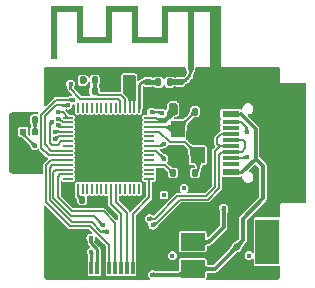
<source format=gbr>
%TF.GenerationSoftware,KiCad,Pcbnew,6.0.4*%
%TF.CreationDate,2022-06-17T00:24:20+08:00*%
%TF.ProjectId,holocubic,686f6c6f-6375-4626-9963-2e6b69636164,rev?*%
%TF.SameCoordinates,Original*%
%TF.FileFunction,Copper,L1,Top*%
%TF.FilePolarity,Positive*%
%FSLAX46Y46*%
G04 Gerber Fmt 4.6, Leading zero omitted, Abs format (unit mm)*
G04 Created by KiCad (PCBNEW 6.0.4) date 2022-06-17 00:24:20*
%MOMM*%
%LPD*%
G01*
G04 APERTURE LIST*
G04 Aperture macros list*
%AMRoundRect*
0 Rectangle with rounded corners*
0 $1 Rounding radius*
0 $2 $3 $4 $5 $6 $7 $8 $9 X,Y pos of 4 corners*
0 Add a 4 corners polygon primitive as box body*
4,1,4,$2,$3,$4,$5,$6,$7,$8,$9,$2,$3,0*
0 Add four circle primitives for the rounded corners*
1,1,$1+$1,$2,$3*
1,1,$1+$1,$4,$5*
1,1,$1+$1,$6,$7*
1,1,$1+$1,$8,$9*
0 Add four rect primitives between the rounded corners*
20,1,$1+$1,$2,$3,$4,$5,0*
20,1,$1+$1,$4,$5,$6,$7,0*
20,1,$1+$1,$6,$7,$8,$9,0*
20,1,$1+$1,$8,$9,$2,$3,0*%
G04 Aperture macros list end*
%TA.AperFunction,SMDPad,CuDef*%
%ADD10RoundRect,0.140000X0.140000X0.170000X-0.140000X0.170000X-0.140000X-0.170000X0.140000X-0.170000X0*%
%TD*%
%TA.AperFunction,SMDPad,CuDef*%
%ADD11R,2.000000X1.500000*%
%TD*%
%TA.AperFunction,SMDPad,CuDef*%
%ADD12R,2.000000X3.800000*%
%TD*%
%TA.AperFunction,ConnectorPad*%
%ADD13R,0.500000X0.500000*%
%TD*%
%TA.AperFunction,ComponentPad*%
%ADD14R,0.900000X0.500000*%
%TD*%
%TA.AperFunction,SMDPad,CuDef*%
%ADD15RoundRect,0.140000X-0.140000X-0.170000X0.140000X-0.170000X0.140000X0.170000X-0.140000X0.170000X0*%
%TD*%
%TA.AperFunction,SMDPad,CuDef*%
%ADD16RoundRect,0.140000X-0.170000X0.140000X-0.170000X-0.140000X0.170000X-0.140000X0.170000X0.140000X0*%
%TD*%
%TA.AperFunction,SMDPad,CuDef*%
%ADD17R,1.200000X1.400000*%
%TD*%
%TA.AperFunction,SMDPad,CuDef*%
%ADD18R,1.450000X0.600000*%
%TD*%
%TA.AperFunction,SMDPad,CuDef*%
%ADD19R,1.450000X0.300000*%
%TD*%
%TA.AperFunction,ComponentPad*%
%ADD20O,1.600000X1.000000*%
%TD*%
%TA.AperFunction,ComponentPad*%
%ADD21O,2.100000X1.000000*%
%TD*%
%TA.AperFunction,SMDPad,CuDef*%
%ADD22RoundRect,0.147500X-0.147500X-0.172500X0.147500X-0.172500X0.147500X0.172500X-0.147500X0.172500X0*%
%TD*%
%TA.AperFunction,SMDPad,CuDef*%
%ADD23RoundRect,0.050000X-0.050000X0.387500X-0.050000X-0.387500X0.050000X-0.387500X0.050000X0.387500X0*%
%TD*%
%TA.AperFunction,SMDPad,CuDef*%
%ADD24RoundRect,0.050000X-0.387500X0.050000X-0.387500X-0.050000X0.387500X-0.050000X0.387500X0.050000X0*%
%TD*%
%TA.AperFunction,SMDPad,CuDef*%
%ADD25R,5.600000X5.600000*%
%TD*%
%TA.AperFunction,SMDPad,CuDef*%
%ADD26R,0.300000X1.100000*%
%TD*%
%TA.AperFunction,SMDPad,CuDef*%
%ADD27R,2.300000X3.100000*%
%TD*%
%TA.AperFunction,SMDPad,CuDef*%
%ADD28RoundRect,0.135000X-0.135000X-0.185000X0.135000X-0.185000X0.135000X0.185000X-0.135000X0.185000X0*%
%TD*%
%TA.AperFunction,SMDPad,CuDef*%
%ADD29R,0.540000X0.540000*%
%TD*%
%TA.AperFunction,ViaPad*%
%ADD30C,0.450000*%
%TD*%
%TA.AperFunction,ViaPad*%
%ADD31C,0.600000*%
%TD*%
%TA.AperFunction,ViaPad*%
%ADD32C,0.420000*%
%TD*%
%TA.AperFunction,Conductor*%
%ADD33C,0.293370*%
%TD*%
%TA.AperFunction,Conductor*%
%ADD34C,0.400000*%
%TD*%
%TA.AperFunction,Conductor*%
%ADD35C,0.200000*%
%TD*%
%TA.AperFunction,Conductor*%
%ADD36C,0.300000*%
%TD*%
%TA.AperFunction,Conductor*%
%ADD37C,0.900000*%
%TD*%
%TA.AperFunction,Conductor*%
%ADD38C,0.350000*%
%TD*%
%TA.AperFunction,Conductor*%
%ADD39C,0.250000*%
%TD*%
%TA.AperFunction,Conductor*%
%ADD40C,0.180000*%
%TD*%
G04 APERTURE END LIST*
%TO.C,AE1*%
G36*
X137200000Y-102075000D02*
G01*
X137200000Y-101816842D01*
X137501778Y-101816842D01*
X137508309Y-101866368D01*
X137528868Y-101911553D01*
X137562511Y-101946787D01*
X137581122Y-101957400D01*
X137626637Y-101970300D01*
X137675156Y-101971043D01*
X137717819Y-101958935D01*
X137725731Y-101954581D01*
X137763674Y-101921797D01*
X137787742Y-101879395D01*
X137797583Y-101831785D01*
X137792847Y-101783378D01*
X137773185Y-101738584D01*
X137738245Y-101701814D01*
X137705353Y-101684908D01*
X137657267Y-101677018D01*
X137607682Y-101683592D01*
X137562372Y-101703687D01*
X137527112Y-101736357D01*
X137510218Y-101768583D01*
X137501778Y-101816842D01*
X137200000Y-101816842D01*
X137200000Y-97175000D01*
X135800000Y-97175000D01*
X135800000Y-102075000D01*
X135300000Y-102075000D01*
X135300000Y-97175000D01*
X133600000Y-97175000D01*
X133600000Y-99815000D01*
X130600000Y-99815000D01*
X130600000Y-97175000D01*
X128900000Y-97175000D01*
X128900000Y-99815000D01*
X125900000Y-99815000D01*
X125900000Y-97175000D01*
X124200000Y-97175000D01*
X124200000Y-101115000D01*
X123700000Y-101115000D01*
X123700000Y-96675000D01*
X126400000Y-96675000D01*
X126400000Y-99315000D01*
X128400000Y-99315000D01*
X128400000Y-96675000D01*
X131100000Y-96675000D01*
X131100000Y-99315000D01*
X133100000Y-99315000D01*
X133100000Y-96675000D01*
X138100000Y-96675000D01*
X138100000Y-102075000D01*
X137200000Y-102075000D01*
G37*
%TD*%
D10*
%TO.P,C17,1*%
%TO.N,Net-(C17-Pad1)*%
X122380000Y-106300000D03*
%TO.P,C17,2*%
%TO.N,GND*%
X121420000Y-106300000D03*
%TD*%
D11*
%TO.P,U1,1,GND*%
%TO.N,GND*%
X135750000Y-114300000D03*
%TO.P,U1,2,VO*%
%TO.N,+3V3*%
X135750000Y-116600000D03*
D12*
X142050000Y-116600000D03*
D11*
%TO.P,U1,3,VI*%
%TO.N,+5V*%
X135750000Y-118900000D03*
%TD*%
D10*
%TO.P,C10,1*%
%TO.N,Net-(C10-Pad1)*%
X126380000Y-113050000D03*
%TO.P,C10,2*%
%TO.N,GND*%
X125420000Y-113050000D03*
%TD*%
D13*
%TO.P,AE1,1,A*%
%TO.N,Net-(AE1-Pad1)*%
X135550000Y-101825000D03*
D14*
%TO.P,AE1,2,Shield*%
%TO.N,GND*%
X137650000Y-101825000D03*
%TD*%
D15*
%TO.P,C26,1*%
%TO.N,GND*%
X129340000Y-103600000D03*
%TO.P,C26,2*%
%TO.N,+3V3*%
X130300000Y-103600000D03*
%TD*%
D16*
%TO.P,C8,1*%
%TO.N,Net-(AE1-Pad1)*%
X134650000Y-103070000D03*
%TO.P,C8,2*%
%TO.N,GND*%
X134650000Y-104030000D03*
%TD*%
%TO.P,C7,1*%
%TO.N,/LNA*%
X131950000Y-103070000D03*
%TO.P,C7,2*%
%TO.N,GND*%
X131950000Y-104030000D03*
%TD*%
D15*
%TO.P,C25,1*%
%TO.N,GND*%
X129330000Y-102890000D03*
%TO.P,C25,2*%
%TO.N,+3V3*%
X130290000Y-102890000D03*
%TD*%
D17*
%TO.P,Y1,1,1*%
%TO.N,Net-(C9-Pad1)*%
X134450000Y-107100000D03*
%TO.P,Y1,2,2*%
%TO.N,GND*%
X134450000Y-109300000D03*
%TO.P,Y1,3,3*%
%TO.N,Net-(C11-Pad1)*%
X136150000Y-109300000D03*
%TO.P,Y1,4,4*%
%TO.N,GND*%
X136150000Y-107100000D03*
%TD*%
D15*
%TO.P,C3,1*%
%TO.N,+3V3*%
X134070000Y-110800000D03*
%TO.P,C3,2*%
%TO.N,GND*%
X135030000Y-110800000D03*
%TD*%
%TO.P,C9,1*%
%TO.N,Net-(C9-Pad1)*%
X135920000Y-105600000D03*
%TO.P,C9,2*%
%TO.N,GND*%
X136880000Y-105600000D03*
%TD*%
%TO.P,C11,1*%
%TO.N,Net-(C11-Pad1)*%
X135920000Y-110800000D03*
%TO.P,C11,2*%
%TO.N,GND*%
X136880000Y-110800000D03*
%TD*%
D18*
%TO.P,J2,A1,GND*%
%TO.N,GND*%
X138955000Y-111500000D03*
%TO.P,J2,A4,VBUS*%
%TO.N,+5V*%
X138955000Y-110700000D03*
D19*
%TO.P,J2,A5,CC1*%
%TO.N,Net-(J2-PadA5)*%
X138955000Y-109500000D03*
%TO.P,J2,A6,D+*%
%TO.N,/USB_D+*%
X138955000Y-108500000D03*
%TO.P,J2,A7,D-*%
%TO.N,/USB_D-*%
X138955000Y-108000000D03*
%TO.P,J2,A8,SBU1*%
%TO.N,unconnected-(J2-PadA8)*%
X138955000Y-107000000D03*
D18*
%TO.P,J2,A9,VBUS*%
%TO.N,+5V*%
X138955000Y-105800000D03*
%TO.P,J2,A12,GND*%
%TO.N,GND*%
X138955000Y-105000000D03*
%TO.P,J2,B1,GND*%
X138955000Y-105000000D03*
%TO.P,J2,B4,VBUS*%
%TO.N,+5V*%
X138955000Y-105800000D03*
D19*
%TO.P,J2,B5,CC2*%
%TO.N,Net-(J2-PadB5)*%
X138955000Y-106500000D03*
%TO.P,J2,B6,D+*%
%TO.N,/USB_D+*%
X138955000Y-107500000D03*
%TO.P,J2,B7,D-*%
%TO.N,/USB_D-*%
X138955000Y-109000000D03*
%TO.P,J2,B8,SBU2*%
%TO.N,unconnected-(J2-PadB8)*%
X138955000Y-110000000D03*
D18*
%TO.P,J2,B9,VBUS*%
%TO.N,+5V*%
X138955000Y-110700000D03*
%TO.P,J2,B12,GND*%
%TO.N,GND*%
X138955000Y-111500000D03*
D20*
%TO.P,J2,S1,SHIELD*%
X144050000Y-112570000D03*
D21*
X139870000Y-103930000D03*
D20*
X144050000Y-103930000D03*
D21*
X139870000Y-112570000D03*
%TD*%
D22*
%TO.P,L1,1,1*%
%TO.N,/LNA*%
X132815000Y-103100000D03*
%TO.P,L1,2,2*%
%TO.N,Net-(AE1-Pad1)*%
X133785000Y-103100000D03*
%TD*%
D23*
%TO.P,U2,1,LNA_IN/RF*%
%TO.N,/LNA*%
X131200000Y-105262500D03*
%TO.P,U2,2,VDD3P3*%
%TO.N,+3V3*%
X130800000Y-105262500D03*
%TO.P,U2,3,VDD3P3*%
X130400000Y-105262500D03*
%TO.P,U2,4,CHIP_PU/RESET*%
%TO.N,/RST*%
X130000000Y-105262500D03*
%TO.P,U2,5,GPIO0/BOOT*%
%TO.N,/IO0*%
X129600000Y-105262500D03*
%TO.P,U2,6,GPIO1/ADC1_CH0*%
%TO.N,unconnected-(U2-Pad6)*%
X129200000Y-105262500D03*
%TO.P,U2,7,GPIO2/ADC1_CH1*%
%TO.N,unconnected-(U2-Pad7)*%
X128800000Y-105262500D03*
%TO.P,U2,8,GPIO3/ADC1_CH2*%
%TO.N,unconnected-(U2-Pad8)*%
X128400000Y-105262500D03*
%TO.P,U2,9,GPIO4/ADC1_CH3*%
%TO.N,unconnected-(U2-Pad9)*%
X128000000Y-105262500D03*
%TO.P,U2,10,GPIO5/ADC1_CH4*%
%TO.N,unconnected-(U2-Pad10)*%
X127600000Y-105262500D03*
%TO.P,U2,11,GPIO6/ADC1_CH5*%
%TO.N,unconnected-(U2-Pad11)*%
X127200000Y-105262500D03*
%TO.P,U2,12,GPIO7/ADC1_CH6*%
%TO.N,unconnected-(U2-Pad12)*%
X126800000Y-105262500D03*
%TO.P,U2,13,GPIO8/ADC1_CH7*%
%TO.N,unconnected-(U2-Pad13)*%
X126400000Y-105262500D03*
%TO.P,U2,14,GPIO9/ADC1_CH8*%
%TO.N,unconnected-(U2-Pad14)*%
X126000000Y-105262500D03*
D24*
%TO.P,U2,15,GPIO10/ADC1_CH9*%
%TO.N,/I2S_MCK*%
X125162500Y-106100000D03*
%TO.P,U2,16,GPIO11/ADC2_CH0*%
%TO.N,/I2S_DACDAT*%
X125162500Y-106500000D03*
%TO.P,U2,17,GPIO12/ADC2_CH1*%
%TO.N,/I2S_ADCDAT*%
X125162500Y-106900000D03*
%TO.P,U2,18,GPIO13/ADC2_CH2*%
%TO.N,/I2S_BCLK*%
X125162500Y-107300000D03*
%TO.P,U2,19,GPIO14/ADC2_CH3*%
%TO.N,/I2S_LRCK*%
X125162500Y-107700000D03*
%TO.P,U2,20,VDD3P3_RTC*%
%TO.N,+3V3*%
X125162500Y-108100000D03*
%TO.P,U2,21,GPIO15/ADC2_CH4/XTAL_32K_P*%
%TO.N,unconnected-(U2-Pad21)*%
X125162500Y-108500000D03*
%TO.P,U2,22,GPIO16/ADC2_CH5/XTAL_32K_N*%
%TO.N,/I2C_SCL*%
X125162500Y-108900000D03*
%TO.P,U2,23,GPIO17/ADC2_CH6/DAC_2*%
%TO.N,/I2C_SDA*%
X125162500Y-109300000D03*
%TO.P,U2,24,GPIO18/ADC2_CH7/DAC_1*%
%TO.N,/LCD_DC*%
X125162500Y-109700000D03*
%TO.P,U2,25,GPIO19/USB_D-/ADC2_CH8*%
%TO.N,/USB_D-*%
X125162500Y-110100000D03*
%TO.P,U2,26,GPIO20/USB_D+/ADC2_CH9*%
%TO.N,/USB_D+*%
X125162500Y-110500000D03*
%TO.P,U2,27,GPIO21*%
%TO.N,/LCD_SCK*%
X125162500Y-110900000D03*
%TO.P,U2,28,SPI_CS1/GPIO26*%
%TO.N,unconnected-(U2-Pad28)*%
X125162500Y-111300000D03*
D23*
%TO.P,U2,29,VDD_SPI*%
%TO.N,Net-(C10-Pad1)*%
X126000000Y-112137500D03*
%TO.P,U2,30,SPIHD/GPIO27*%
%TO.N,unconnected-(U2-Pad30)*%
X126400000Y-112137500D03*
%TO.P,U2,31,SPIWP/GPIO28*%
%TO.N,unconnected-(U2-Pad31)*%
X126800000Y-112137500D03*
%TO.P,U2,32,SPICS0/GPIO29*%
%TO.N,unconnected-(U2-Pad32)*%
X127200000Y-112137500D03*
%TO.P,U2,33,SPICLK/GPIO30*%
%TO.N,unconnected-(U2-Pad33)*%
X127600000Y-112137500D03*
%TO.P,U2,34,SPIQ/GPIO31*%
%TO.N,unconnected-(U2-Pad34)*%
X128000000Y-112137500D03*
%TO.P,U2,35,SPID/GPIO32*%
%TO.N,unconnected-(U2-Pad35)*%
X128400000Y-112137500D03*
%TO.P,U2,36,SPICLK_N/GPIO48*%
%TO.N,/LCD_MOSI*%
X128800000Y-112137500D03*
%TO.P,U2,37,SPICLK_P/GPIO47*%
%TO.N,/LCD_CS*%
X129200000Y-112137500D03*
%TO.P,U2,38,GPIO33*%
%TO.N,unconnected-(U2-Pad38)*%
X129600000Y-112137500D03*
%TO.P,U2,39,GPIO34*%
%TO.N,unconnected-(U2-Pad39)*%
X130000000Y-112137500D03*
%TO.P,U2,40,GPIO35*%
%TO.N,unconnected-(U2-Pad40)*%
X130400000Y-112137500D03*
%TO.P,U2,41,GPIO36*%
%TO.N,unconnected-(U2-Pad41)*%
X130800000Y-112137500D03*
%TO.P,U2,42,GPIO37*%
%TO.N,unconnected-(U2-Pad42)*%
X131200000Y-112137500D03*
D24*
%TO.P,U2,43,GPIO38*%
%TO.N,/LCD_BL*%
X132037500Y-111300000D03*
%TO.P,U2,44,MTCK/JTAG/GPIO39*%
%TO.N,unconnected-(U2-Pad44)*%
X132037500Y-110900000D03*
%TO.P,U2,45,MTDO/JTAG/GPIO40*%
%TO.N,unconnected-(U2-Pad45)*%
X132037500Y-110500000D03*
%TO.P,U2,46,VDD3P3_CPU*%
%TO.N,+3V3*%
X132037500Y-110100000D03*
%TO.P,U2,47,MTDI/JTAG/GPIO41*%
%TO.N,unconnected-(U2-Pad47)*%
X132037500Y-109700000D03*
%TO.P,U2,48,MTMS/JTAG/GPIO42*%
%TO.N,unconnected-(U2-Pad48)*%
X132037500Y-109300000D03*
%TO.P,U2,49,U0TXD/PROG/GPIO43*%
%TO.N,/TX0*%
X132037500Y-108900000D03*
%TO.P,U2,50,U0RXD/PROG/GPIO44*%
%TO.N,/RX0*%
X132037500Y-108500000D03*
%TO.P,U2,51,GPIO45*%
%TO.N,unconnected-(U2-Pad51)*%
X132037500Y-108100000D03*
%TO.P,U2,52,GPIO46*%
%TO.N,unconnected-(U2-Pad52)*%
X132037500Y-107700000D03*
%TO.P,U2,53,XTAL_N*%
%TO.N,Net-(C11-Pad1)*%
X132037500Y-107300000D03*
%TO.P,U2,54,XTAL_P*%
%TO.N,Net-(C9-Pad1)*%
X132037500Y-106900000D03*
%TO.P,U2,55,VDDA*%
%TO.N,+3V3*%
X132037500Y-106500000D03*
%TO.P,U2,56,VDDA*%
X132037500Y-106100000D03*
D25*
%TO.P,U2,57,GND*%
%TO.N,GND*%
X128600000Y-108700000D03*
%TD*%
D26*
%TO.P,J1,1,Pin_1*%
%TO.N,/LCD_BL*%
X130650000Y-118850000D03*
%TO.P,J1,2,Pin_2*%
%TO.N,/LCD_CS*%
X130150000Y-118850000D03*
%TO.P,J1,3,Pin_3*%
%TO.N,/LCD_MOSI*%
X129650000Y-118850000D03*
%TO.P,J1,4,Pin_4*%
%TO.N,/LCD_SCK*%
X129150000Y-118850000D03*
%TO.P,J1,5,Pin_5*%
%TO.N,/LCD_DC*%
X128650000Y-118850000D03*
%TO.P,J1,6,Pin_6*%
%TO.N,GND*%
X128150000Y-118850000D03*
%TO.P,J1,7,Pin_7*%
%TO.N,+3V3*%
X127650000Y-118850000D03*
%TO.P,J1,8,Pin_8*%
%TO.N,+5V*%
X127150000Y-118850000D03*
D27*
%TO.P,J1,MP,MountPin*%
%TO.N,GND*%
X132320000Y-117150000D03*
X125480000Y-117150000D03*
%TD*%
D28*
%TO.P,R1,1*%
%TO.N,+3V3*%
X126427500Y-102950000D03*
%TO.P,R1,2*%
%TO.N,/RST*%
X127447500Y-102950000D03*
%TD*%
D10*
%TO.P,C5,1*%
%TO.N,/RST*%
X127417500Y-103850000D03*
%TO.P,C5,2*%
%TO.N,GND*%
X126457500Y-103850000D03*
%TD*%
D29*
%TO.P,MK1,1,VDD*%
%TO.N,Net-(C17-Pad1)*%
X122387100Y-107307400D03*
%TO.P,MK1,2,GND*%
%TO.N,GND*%
X122387100Y-109207400D03*
%TO.P,MK1,3,GND*%
X121377100Y-109207400D03*
%TO.P,MK1,4,OUT*%
%TO.N,Net-(C12-Pad2)*%
X121377100Y-107307400D03*
%TD*%
D15*
%TO.P,C6,1*%
%TO.N,+3V3*%
X134070000Y-105600000D03*
%TO.P,C6,2*%
%TO.N,GND*%
X135030000Y-105600000D03*
%TD*%
D30*
%TO.N,GND*%
X142700000Y-114100000D03*
X134900000Y-110200000D03*
X142150000Y-109300000D03*
X129675000Y-109800000D03*
X120700000Y-107000000D03*
X132900000Y-118800000D03*
X126800000Y-107400000D03*
X123700000Y-117800000D03*
X142600000Y-104700000D03*
X135200000Y-103950000D03*
X128000000Y-110500000D03*
X136300000Y-112200000D03*
X128000000Y-102150000D03*
X137000000Y-102150000D03*
X142400000Y-119100000D03*
X142900000Y-110600000D03*
X125800000Y-113500000D03*
X123450000Y-104450000D03*
X135650000Y-103300000D03*
X129700000Y-109100000D03*
X128100000Y-117000000D03*
X128175000Y-117675000D03*
X130475000Y-109100000D03*
X139850000Y-102200000D03*
X137200000Y-104400000D03*
X125000000Y-119300000D03*
X131500000Y-116600000D03*
X124300000Y-119300000D03*
X137500000Y-106900000D03*
X134400000Y-103950000D03*
X138000000Y-104000000D03*
X124600000Y-103950000D03*
X134600000Y-109100000D03*
X132600000Y-103850000D03*
X134650000Y-104600000D03*
X130000000Y-102150000D03*
X128100000Y-111200000D03*
X140900000Y-102150000D03*
X123600000Y-102950000D03*
X142900000Y-107000000D03*
X123700000Y-116700000D03*
X128900000Y-109100000D03*
X133000000Y-102150000D03*
X135200000Y-105500000D03*
X136850000Y-102900000D03*
X134700000Y-102200000D03*
X143150000Y-109600000D03*
X144200000Y-109500000D03*
X120700000Y-108400000D03*
X142750000Y-102200000D03*
X144000000Y-105500000D03*
X128900000Y-110500000D03*
X134000000Y-102150000D03*
X131000000Y-102150000D03*
X141500000Y-119100000D03*
X120700000Y-107700000D03*
X142500000Y-113200000D03*
X138450000Y-103150000D03*
X139400000Y-102850000D03*
X130400000Y-111200000D03*
X123700000Y-114700000D03*
X137100000Y-103700000D03*
X138100000Y-119400000D03*
X136300000Y-102100000D03*
X142900000Y-105800000D03*
X126000000Y-102150000D03*
X124000000Y-102150000D03*
X125650000Y-119250000D03*
X139000000Y-102150000D03*
X138200000Y-102400000D03*
X136500000Y-111500000D03*
X136600000Y-104850000D03*
X141450000Y-105100000D03*
X142900000Y-108400000D03*
X123700000Y-118800000D03*
X136050000Y-102750000D03*
X137600000Y-106200000D03*
X136850000Y-106700000D03*
X141650000Y-103650000D03*
X127000000Y-102150000D03*
X138900000Y-119000000D03*
X130400000Y-110500000D03*
X128337500Y-103400000D03*
X128100000Y-109100000D03*
X134200000Y-118450000D03*
X136600000Y-106000000D03*
X129600000Y-111200000D03*
X137650000Y-102850000D03*
X128900000Y-111200000D03*
X132200000Y-116600000D03*
X122500000Y-110500000D03*
X136300000Y-103800000D03*
X130500000Y-109800000D03*
X135550000Y-104600000D03*
X120700000Y-106250000D03*
X144000000Y-111000000D03*
X123700000Y-115700000D03*
X141450000Y-102850000D03*
X132200000Y-113500000D03*
X126300000Y-103700000D03*
X141850000Y-102200000D03*
X137100000Y-108500000D03*
X141750000Y-106000000D03*
X132400000Y-104500000D03*
X144000000Y-108000000D03*
X142600000Y-111600000D03*
X120700000Y-109100000D03*
X132500000Y-115900000D03*
X128900000Y-109800000D03*
X131400000Y-118900000D03*
X137100000Y-107600000D03*
X144000000Y-107000000D03*
X140600000Y-119100000D03*
X133700000Y-118800000D03*
X121100000Y-110400000D03*
X136450000Y-107900000D03*
X129000000Y-102150000D03*
X132000000Y-102150000D03*
X142300000Y-102850000D03*
X121800000Y-110000000D03*
X125000000Y-102150000D03*
X124450000Y-103000000D03*
X128100000Y-109800000D03*
X120700000Y-109800000D03*
X140425000Y-102700000D03*
X137600000Y-105000000D03*
X123850000Y-103700000D03*
X142000000Y-107450000D03*
X139700000Y-119500000D03*
X141850000Y-108400000D03*
X133400000Y-104100000D03*
X129625000Y-110500000D03*
X128937500Y-102850000D03*
X142550000Y-103800000D03*
%TO.N,+5V*%
X132300000Y-119400000D03*
X127150000Y-117450000D03*
D31*
X139450000Y-117050000D03*
D30*
%TO.N,+3V3*%
X134100000Y-105100000D03*
X140500000Y-117800000D03*
X123800000Y-106450000D03*
D31*
X141400000Y-116700000D03*
X142300000Y-117600000D03*
D30*
X134000000Y-117800000D03*
X134070000Y-110800000D03*
X127100000Y-116300000D03*
X126600000Y-102900000D03*
D31*
X141400000Y-115300000D03*
X142300000Y-116000000D03*
D30*
X138350000Y-113750000D03*
X130600000Y-103000000D03*
X130100000Y-103800000D03*
%TO.N,/RST*%
X127447500Y-103302500D03*
%TO.N,Net-(C12-Pad2)*%
X122350000Y-108480000D03*
%TO.N,Net-(C17-Pad1)*%
X122380000Y-106620000D03*
%TO.N,Net-(J2-PadA5)*%
X140350000Y-109400000D03*
%TO.N,/USB_D+*%
X128114309Y-115235691D03*
X132050000Y-114650000D03*
%TO.N,/USB_D-*%
X132350000Y-115200000D03*
X128500000Y-115750000D03*
%TO.N,Net-(J2-PadB5)*%
X140300000Y-107350000D03*
%TO.N,Net-(TP7-Pad1)*%
X133300000Y-112650000D03*
%TO.N,Net-(TP8-Pad1)*%
X135000000Y-112100000D03*
%TO.N,/TX0*%
X133297279Y-109575500D03*
%TO.N,/RX0*%
X133278619Y-108321381D03*
%TO.N,/IO0*%
X125400000Y-103250000D03*
D32*
%TO.N,/I2S_DACDAT*%
X124350000Y-106200000D03*
%TO.N,/I2S_MCK*%
X124300000Y-105650000D03*
D30*
%TO.N,/I2C_SDA*%
X125575000Y-104600000D03*
%TO.N,/I2C_SCL*%
X133154500Y-105750000D03*
X132245500Y-105635500D03*
X125150000Y-105050000D03*
D32*
%TO.N,/I2S_LRCK*%
X124100000Y-107900000D03*
%TO.N,/I2S_BCLK*%
X124100000Y-107300000D03*
%TO.N,/I2S_ADCDAT*%
X124350000Y-106750000D03*
%TD*%
D33*
%TO.N,Net-(AE1-Pad1)*%
X135550000Y-101825000D02*
X135550000Y-102170000D01*
D34*
X134650000Y-103070000D02*
X133815000Y-103070000D01*
X133785000Y-103100000D02*
G75*
G02*
X133815000Y-103070000I30000J0D01*
G01*
D33*
X134650000Y-103070000D02*
G75*
G03*
X135550000Y-102170000I0J900000D01*
G01*
D35*
%TO.N,GND*%
X126100000Y-119700000D02*
X125650000Y-119250000D01*
X137450000Y-102150000D02*
X137625000Y-101975000D01*
X125420000Y-111880000D02*
X128600000Y-108700000D01*
D36*
X137925000Y-102450000D02*
X137625000Y-102450000D01*
X137325000Y-102450000D02*
X137625000Y-102450000D01*
D35*
X125650000Y-119250000D02*
X125480000Y-119080000D01*
D36*
X138375000Y-102000000D02*
X137925000Y-102450000D01*
X136875000Y-102000000D02*
X137325000Y-102450000D01*
D35*
X128150000Y-119650000D02*
X128100000Y-119700000D01*
X125420000Y-113050000D02*
X125420000Y-111880000D01*
D37*
X137625000Y-101825000D02*
X137625000Y-102450000D01*
D35*
X125480000Y-119080000D02*
X125480000Y-117150000D01*
X128100000Y-119700000D02*
X126100000Y-119700000D01*
X128150000Y-118850000D02*
X128150000Y-119650000D01*
D36*
X136875000Y-102150000D02*
X137450000Y-102150000D01*
X138370000Y-101980000D02*
X136920000Y-101980000D01*
D35*
X137800000Y-102150000D02*
X137625000Y-101975000D01*
D36*
X138375000Y-102150000D02*
X137800000Y-102150000D01*
D38*
%TO.N,+5V*%
X141700000Y-112950000D02*
X141700000Y-110221438D01*
X135750000Y-118900000D02*
X135250000Y-119400000D01*
X141700000Y-110221438D02*
X141050000Y-109571438D01*
X141050000Y-107070978D02*
X141050000Y-109571438D01*
D39*
X138955000Y-105800000D02*
X139779022Y-105800000D01*
D38*
X140000000Y-114650000D02*
X141700000Y-112950000D01*
X135250000Y-119400000D02*
X132300000Y-119400000D01*
X137600000Y-118900000D02*
X139450000Y-117050000D01*
X139779022Y-105800000D02*
X141050000Y-107070978D01*
X141050000Y-109571438D02*
X139921438Y-110700000D01*
X140000000Y-116500000D02*
X140000000Y-114650000D01*
X139450000Y-117050000D02*
X140000000Y-116500000D01*
D39*
X127150000Y-118850000D02*
X127150000Y-117450000D01*
X139921438Y-110700000D02*
X138955000Y-110700000D01*
D38*
X135750000Y-118900000D02*
X137600000Y-118900000D01*
D35*
%TO.N,+3V3*%
X133370000Y-110100000D02*
X132037500Y-110100000D01*
D38*
X137100000Y-116600000D02*
X135750000Y-116600000D01*
D35*
X133050000Y-106500000D02*
X132037500Y-106500000D01*
X130400000Y-105262500D02*
X130400000Y-104137500D01*
X124600000Y-108100000D02*
X124300000Y-108400000D01*
X133170000Y-106500000D02*
X133385000Y-106285000D01*
X125162500Y-108100000D02*
X124600000Y-108100000D01*
X133585000Y-106085000D02*
X134070000Y-105600000D01*
X123629040Y-106620960D02*
X123800000Y-106450000D01*
D39*
X127650000Y-117257726D02*
X127650000Y-118850000D01*
D35*
X130600000Y-104337500D02*
X130400000Y-104137500D01*
X130800000Y-104762500D02*
X130800000Y-104537500D01*
D38*
X138350000Y-113750000D02*
X138350000Y-115350000D01*
D35*
X130800000Y-105262500D02*
X130800000Y-104762500D01*
D38*
X138350000Y-115350000D02*
X137100000Y-116600000D01*
D35*
X130800000Y-104537500D02*
X130600000Y-104337500D01*
X133370000Y-110100000D02*
X134070000Y-110800000D01*
D39*
X127100000Y-116300000D02*
X127100000Y-116707726D01*
D35*
X124300000Y-108400000D02*
X123815006Y-108400000D01*
X133385000Y-106285000D02*
X133560000Y-106110000D01*
X133560000Y-106110000D02*
X133585000Y-106085000D01*
X123815006Y-108400000D02*
X123629040Y-108214034D01*
X123629040Y-108214034D02*
X123629040Y-106620960D01*
X132650000Y-106100000D02*
X133050000Y-106500000D01*
D39*
X127100000Y-116707726D02*
X127650000Y-117257726D01*
D35*
X133050000Y-106500000D02*
X133170000Y-106500000D01*
X132037500Y-106100000D02*
X132650000Y-106100000D01*
%TO.N,/RST*%
X127447500Y-102950000D02*
X127447500Y-103302500D01*
X129620480Y-104170480D02*
X127737980Y-104170480D01*
X130000000Y-104550000D02*
X129620480Y-104170480D01*
X127737980Y-104170480D02*
X127417500Y-103850000D01*
X127447500Y-103302500D02*
X127447500Y-103820000D01*
X130000000Y-105262500D02*
X130000000Y-104550000D01*
D33*
%TO.N,/LNA*%
X131650000Y-103100000D02*
X131920000Y-103100000D01*
D34*
X132815000Y-103100000D02*
X131980000Y-103100000D01*
D33*
X131200000Y-105262500D02*
X131200000Y-103550000D01*
X131950000Y-103070000D02*
G75*
G02*
X131920000Y-103100000I-30000J0D01*
G01*
X131650000Y-103100000D02*
G75*
G03*
X131200000Y-103550000I0J-450000D01*
G01*
D34*
X131950000Y-103070000D02*
G75*
G03*
X131980000Y-103100000I30000J0D01*
G01*
D35*
%TO.N,Net-(C9-Pad1)*%
X135920000Y-105600000D02*
X135920000Y-105613290D01*
X134500000Y-107033290D02*
X134500000Y-107100000D01*
X132037500Y-106900000D02*
X134300000Y-106900000D01*
X135920000Y-105613290D02*
X134500000Y-107033290D01*
X134300000Y-106900000D02*
X134500000Y-107100000D01*
%TO.N,Net-(C10-Pad1)*%
X126000000Y-112670000D02*
X126380000Y-113050000D01*
X126000000Y-112137500D02*
X126000000Y-112670000D01*
%TO.N,Net-(C11-Pad1)*%
X136200000Y-109300000D02*
X136200000Y-110520000D01*
X136200000Y-110520000D02*
X135920000Y-110800000D01*
X132037500Y-107300000D02*
X132900000Y-107300000D01*
X135100000Y-108200000D02*
X136200000Y-109300000D01*
X132900000Y-107300000D02*
X133800000Y-108200000D01*
X133800000Y-108200000D02*
X135100000Y-108200000D01*
%TO.N,Net-(C12-Pad2)*%
X121377100Y-107507100D02*
X122350000Y-108480000D01*
X121377100Y-107307400D02*
X121377100Y-107507100D01*
%TO.N,Net-(C17-Pad1)*%
X122380000Y-106300000D02*
X122380000Y-106620000D01*
X122380000Y-106620000D02*
X122380000Y-107300300D01*
X122387100Y-107307400D02*
G75*
G02*
X122380000Y-107300300I0J7100D01*
G01*
%TO.N,/LCD_MOSI*%
X129650000Y-118850000D02*
X129650000Y-114262500D01*
X128800000Y-113412500D02*
X128800000Y-112137500D01*
X129650000Y-114262500D02*
X128800000Y-113412500D01*
%TO.N,/LCD_SCK*%
X124487500Y-110900000D02*
X125162500Y-110900000D01*
X124287500Y-112837500D02*
X124287500Y-111100000D01*
X129150000Y-115000000D02*
X128200000Y-114050000D01*
X128200000Y-114050000D02*
X125500000Y-114050000D01*
X124287500Y-111100000D02*
X124487500Y-110900000D01*
X129150000Y-118850000D02*
X129150000Y-115000000D01*
X125500000Y-114050000D02*
X124287500Y-112837500D01*
%TO.N,/LCD_CS*%
X130150000Y-114162500D02*
X130150000Y-118850000D01*
X129200000Y-113212500D02*
X129200000Y-112137500D01*
X129200000Y-113212500D02*
X130150000Y-114162500D01*
%TO.N,/LCD_DC*%
X123300000Y-113250000D02*
X125350000Y-115300000D01*
X125350000Y-115300000D02*
X127050000Y-115300000D01*
X128650000Y-116900000D02*
X128650000Y-118850000D01*
X127050000Y-115300000D02*
X128650000Y-116900000D01*
X125162500Y-109700000D02*
X123750000Y-109700000D01*
X123300000Y-110150000D02*
X123300000Y-113250000D01*
X123750000Y-109700000D02*
X123300000Y-110150000D01*
%TO.N,/LCD_BL*%
X132037500Y-111300000D02*
X132037500Y-112862500D01*
X130650000Y-114250000D02*
X130650000Y-118850000D01*
X132037500Y-112862500D02*
X130650000Y-114250000D01*
%TO.N,Net-(J2-PadA5)*%
X138955000Y-109500000D02*
X140250000Y-109500000D01*
X140250000Y-109500000D02*
X140350000Y-109400000D01*
D40*
%TO.N,/USB_D+*%
X137800000Y-107840978D02*
X138140978Y-107500000D01*
X138140978Y-107500000D02*
X138955000Y-107500000D01*
X125458688Y-114470960D02*
X123929040Y-112941312D01*
X137600000Y-112000000D02*
X137600000Y-108900000D01*
X138000000Y-108500000D02*
X137800000Y-108300000D01*
X127349578Y-114470960D02*
X125458688Y-114470960D01*
X132500000Y-114650000D02*
X134409520Y-112740480D01*
X138955000Y-108500000D02*
X138000000Y-108500000D01*
X128114309Y-115235691D02*
X127349578Y-114470960D01*
X137800000Y-108300000D02*
X137800000Y-107840978D01*
X136859520Y-112740480D02*
X137600000Y-112000000D01*
X137600000Y-108900000D02*
X138000000Y-108500000D01*
X123929040Y-112941312D02*
X123929040Y-110720960D01*
X134409520Y-112740480D02*
X136859520Y-112740480D01*
X123929040Y-110720960D02*
X124150000Y-110500000D01*
X124150000Y-110500000D02*
X125162500Y-110500000D01*
X132050000Y-114650000D02*
X132500000Y-114650000D01*
%TO.N,/USB_D-*%
X137000000Y-113050000D02*
X137950000Y-112100000D01*
X134650000Y-113050000D02*
X137000000Y-113050000D01*
X137950000Y-112100000D02*
X137940489Y-112090489D01*
X123850000Y-110100000D02*
X123619520Y-110330480D01*
X125162500Y-110100000D02*
X123850000Y-110100000D01*
X127230480Y-114980480D02*
X128000000Y-115750000D01*
X140200000Y-108700000D02*
X139900000Y-109000000D01*
X138200000Y-109000000D02*
X138955000Y-109000000D01*
X132350000Y-115200000D02*
X132500000Y-115200000D01*
X137940489Y-112090489D02*
X137940489Y-109259511D01*
X123619520Y-113069520D02*
X125530480Y-114980480D01*
X140200000Y-108200000D02*
X140200000Y-108700000D01*
X123619520Y-110330480D02*
X123619520Y-113069520D01*
X138955000Y-108000000D02*
X140000000Y-108000000D01*
X125530480Y-114980480D02*
X127230480Y-114980480D01*
X140000000Y-108000000D02*
X140200000Y-108200000D01*
X128000000Y-115750000D02*
X128500000Y-115750000D01*
X132500000Y-115200000D02*
X134650000Y-113050000D01*
X139900000Y-109000000D02*
X138955000Y-109000000D01*
X137940489Y-109259511D02*
X138200000Y-109000000D01*
D35*
%TO.N,Net-(J2-PadB5)*%
X139789022Y-106500000D02*
X140300000Y-107010978D01*
X140300000Y-107010978D02*
X140300000Y-107350000D01*
X138955000Y-106500000D02*
X139789022Y-106500000D01*
%TO.N,/TX0*%
X133297279Y-109575500D02*
X132621779Y-108900000D01*
X132621779Y-108900000D02*
X132037500Y-108900000D01*
%TO.N,/RX0*%
X133100000Y-108500000D02*
X132037500Y-108500000D01*
X133278619Y-108321381D02*
X133100000Y-108500000D01*
%TO.N,/IO0*%
X125400000Y-103700000D02*
X125400000Y-103250000D01*
X129387500Y-104500000D02*
X126200000Y-104500000D01*
X129600000Y-105262500D02*
X129600000Y-104712500D01*
X129600000Y-104712500D02*
X129387500Y-104500000D01*
X126200000Y-104500000D02*
X125400000Y-103700000D01*
%TO.N,/I2S_DACDAT*%
X124350000Y-106200000D02*
X124428711Y-106200000D01*
X124428711Y-106200000D02*
X124728711Y-106500000D01*
X124728711Y-106500000D02*
X125162500Y-106500000D01*
%TO.N,/I2S_MCK*%
X124712500Y-105650000D02*
X125162500Y-106100000D01*
X124300000Y-105650000D02*
X124712500Y-105650000D01*
%TO.N,/I2C_SDA*%
X122900000Y-108650000D02*
X123550000Y-109300000D01*
X122900000Y-105850000D02*
X122900000Y-108650000D01*
X123550000Y-109300000D02*
X125162500Y-109300000D01*
X125570489Y-104595489D02*
X124154511Y-104595489D01*
X125575000Y-104600000D02*
X125570489Y-104595489D01*
X124154511Y-104595489D02*
X122900000Y-105850000D01*
%TO.N,/I2C_SCL*%
X123750000Y-108900000D02*
X123229520Y-108379520D01*
X124141012Y-105075000D02*
X125125000Y-105075000D01*
X125125000Y-105075000D02*
X125150000Y-105050000D01*
X123229520Y-105986492D02*
X124141012Y-105075000D01*
X125162500Y-108900000D02*
X123750000Y-108900000D01*
X123229520Y-108379520D02*
X123229520Y-105986492D01*
X133040000Y-105635500D02*
X133154500Y-105750000D01*
X132245500Y-105635500D02*
X133040000Y-105635500D01*
%TO.N,/I2S_LRCK*%
X125162500Y-107700000D02*
X124300000Y-107700000D01*
X124300000Y-107700000D02*
X124100000Y-107900000D01*
%TO.N,/I2S_BCLK*%
X125162500Y-107300000D02*
X124100000Y-107300000D01*
%TO.N,/I2S_ADCDAT*%
X124500000Y-106900000D02*
X125162500Y-106900000D01*
X124350000Y-106750000D02*
X124500000Y-106900000D01*
%TD*%
%TA.AperFunction,Conductor*%
%TO.N,+5V*%
G36*
X132405170Y-119200483D02*
G01*
X132410768Y-119202836D01*
X132424021Y-119208407D01*
X132442029Y-119213823D01*
X132450265Y-119216301D01*
X132450269Y-119216302D01*
X132450525Y-119216379D01*
X132478108Y-119221836D01*
X132478348Y-119221864D01*
X132478350Y-119221864D01*
X132507119Y-119225182D01*
X132507134Y-119225183D01*
X132507288Y-119225201D01*
X132538584Y-119226893D01*
X132538722Y-119226895D01*
X132538728Y-119226895D01*
X132572440Y-119227333D01*
X132572517Y-119227334D01*
X132572612Y-119227333D01*
X132609606Y-119226944D01*
X132650370Y-119226144D01*
X132650395Y-119226144D01*
X132695219Y-119225358D01*
X132695340Y-119225356D01*
X132701349Y-119225313D01*
X132733217Y-119225084D01*
X132741514Y-119228452D01*
X132745000Y-119236784D01*
X132745000Y-119563215D01*
X132741573Y-119571488D01*
X132733216Y-119574915D01*
X132695340Y-119574643D01*
X132695219Y-119574641D01*
X132650395Y-119573855D01*
X132650370Y-119573855D01*
X132609606Y-119573055D01*
X132572517Y-119572665D01*
X132572440Y-119572666D01*
X132538728Y-119573104D01*
X132538722Y-119573104D01*
X132538584Y-119573106D01*
X132507288Y-119574798D01*
X132507134Y-119574816D01*
X132507119Y-119574817D01*
X132478350Y-119578135D01*
X132478348Y-119578135D01*
X132478108Y-119578163D01*
X132450525Y-119583620D01*
X132450269Y-119583697D01*
X132450265Y-119583698D01*
X132442029Y-119586176D01*
X132424021Y-119591592D01*
X132410767Y-119597164D01*
X132405170Y-119599517D01*
X132396216Y-119599564D01*
X132392526Y-119597164D01*
X132372815Y-119578209D01*
X132196269Y-119408433D01*
X132192681Y-119400229D01*
X132196269Y-119391567D01*
X132372769Y-119221836D01*
X132392526Y-119202836D01*
X132400865Y-119199571D01*
X132405170Y-119200483D01*
G37*
%TD.AperFunction*%
%TD*%
%TA.AperFunction,Conductor*%
%TO.N,+5V*%
G36*
X139751650Y-116517267D02*
G01*
X139982732Y-116748349D01*
X139986159Y-116756622D01*
X139982803Y-116764824D01*
X139945057Y-116803224D01*
X139945013Y-116803269D01*
X139906096Y-116844816D01*
X139873239Y-116882505D01*
X139845494Y-116917646D01*
X139821915Y-116951552D01*
X139821818Y-116951714D01*
X139821816Y-116951717D01*
X139811735Y-116968543D01*
X139801556Y-116985533D01*
X139783469Y-117020902D01*
X139766710Y-117058971D01*
X139750330Y-117101050D01*
X139750289Y-117101165D01*
X139750277Y-117101197D01*
X139736103Y-117140850D01*
X139730092Y-117147487D01*
X139725316Y-117148610D01*
X139551998Y-117151998D01*
X139343934Y-117156066D01*
X139351390Y-116774686D01*
X139354978Y-116766482D01*
X139359149Y-116763898D01*
X139398907Y-116749684D01*
X139398906Y-116749684D01*
X139398949Y-116749669D01*
X139441028Y-116733289D01*
X139441169Y-116733227D01*
X139478914Y-116716611D01*
X139478926Y-116716605D01*
X139479097Y-116716530D01*
X139514466Y-116698443D01*
X139548447Y-116678084D01*
X139582353Y-116654505D01*
X139617494Y-116626760D01*
X139655183Y-116593903D01*
X139696730Y-116554986D01*
X139735176Y-116517195D01*
X139743478Y-116513840D01*
X139751650Y-116517267D01*
G37*
%TD.AperFunction*%
%TD*%
%TA.AperFunction,Conductor*%
%TO.N,Net-(AE1-Pad1)*%
G36*
X134533614Y-102823446D02*
G01*
X134623671Y-102910049D01*
X134790000Y-103070000D01*
X134661263Y-103193800D01*
X134649508Y-103205104D01*
X134533614Y-103316554D01*
X134525275Y-103319819D01*
X134520767Y-103318819D01*
X134515652Y-103316554D01*
X134491146Y-103305703D01*
X134490948Y-103305633D01*
X134490936Y-103305628D01*
X134455950Y-103293223D01*
X134455943Y-103293221D01*
X134455715Y-103293140D01*
X134420643Y-103283835D01*
X134384916Y-103277313D01*
X134384716Y-103277291D01*
X134384713Y-103277290D01*
X134347692Y-103273117D01*
X134347679Y-103273116D01*
X134347520Y-103273098D01*
X134323100Y-103271646D01*
X134307544Y-103270721D01*
X134307534Y-103270721D01*
X134307440Y-103270715D01*
X134306971Y-103270704D01*
X134304851Y-103270654D01*
X134292449Y-103270363D01*
X134292426Y-103270363D01*
X134292345Y-103270361D01*
X134292338Y-103270361D01*
X134263662Y-103269689D01*
X134215172Y-103269545D01*
X134160956Y-103269807D01*
X134100000Y-103270000D01*
X134100000Y-102870000D01*
X134159385Y-102870187D01*
X134160936Y-102870192D01*
X134160956Y-102870192D01*
X134215172Y-102870454D01*
X134263662Y-102870310D01*
X134307440Y-102869284D01*
X134307534Y-102869278D01*
X134307544Y-102869278D01*
X134323100Y-102868353D01*
X134347520Y-102866901D01*
X134347679Y-102866883D01*
X134347692Y-102866882D01*
X134384713Y-102862709D01*
X134384716Y-102862708D01*
X134384916Y-102862686D01*
X134420643Y-102856164D01*
X134455715Y-102846859D01*
X134455943Y-102846778D01*
X134455950Y-102846776D01*
X134490936Y-102834371D01*
X134490948Y-102834366D01*
X134491146Y-102834296D01*
X134520767Y-102821181D01*
X134529719Y-102820965D01*
X134533614Y-102823446D01*
G37*
%TD.AperFunction*%
%TD*%
%TA.AperFunction,Conductor*%
%TO.N,Net-(AE1-Pad1)*%
G36*
X133894047Y-102825567D02*
G01*
X133904383Y-102829065D01*
X133932644Y-102838630D01*
X133932817Y-102838678D01*
X133932818Y-102838678D01*
X133975497Y-102850446D01*
X133975509Y-102850449D01*
X133975669Y-102850493D01*
X134017033Y-102859107D01*
X134017227Y-102859135D01*
X134017229Y-102859135D01*
X134028301Y-102860712D01*
X134058163Y-102864966D01*
X134058319Y-102864979D01*
X134058334Y-102864981D01*
X134100380Y-102868557D01*
X134100388Y-102868558D01*
X134100488Y-102868566D01*
X134100592Y-102868570D01*
X134100604Y-102868571D01*
X134113292Y-102869089D01*
X134145436Y-102870402D01*
X134194433Y-102870968D01*
X134248907Y-102870760D01*
X134310287Y-102870272D01*
X134380000Y-102870000D01*
X134380000Y-103270000D01*
X134316773Y-103270096D01*
X134292352Y-103270361D01*
X134292345Y-103270361D01*
X134292245Y-103270362D01*
X134292224Y-103270362D01*
X134272462Y-103270577D01*
X134260778Y-103270704D01*
X134260695Y-103270707D01*
X134260677Y-103270707D01*
X134231460Y-103271643D01*
X134210899Y-103272302D01*
X134210797Y-103272309D01*
X134210775Y-103272310D01*
X134189588Y-103273758D01*
X134166021Y-103275368D01*
X134165862Y-103275387D01*
X134165856Y-103275388D01*
X134125232Y-103280356D01*
X134125223Y-103280357D01*
X134125030Y-103280381D01*
X134124853Y-103280415D01*
X134124843Y-103280417D01*
X134087046Y-103287773D01*
X134087040Y-103287774D01*
X134086811Y-103287819D01*
X134086571Y-103287887D01*
X134050496Y-103298090D01*
X134050487Y-103298093D01*
X134050250Y-103298160D01*
X134050014Y-103298250D01*
X134014456Y-103311797D01*
X134014443Y-103311803D01*
X134014232Y-103311883D01*
X133992479Y-103322336D01*
X133977816Y-103329382D01*
X133977808Y-103329386D01*
X133977642Y-103329466D01*
X133977480Y-103329559D01*
X133977472Y-103329563D01*
X133946211Y-103347467D01*
X133937328Y-103348605D01*
X133933165Y-103346512D01*
X133647798Y-103122194D01*
X133643412Y-103114387D01*
X133646120Y-103105412D01*
X133846434Y-102870121D01*
X133881387Y-102829065D01*
X133889360Y-102824987D01*
X133894047Y-102825567D01*
G37*
%TD.AperFunction*%
%TD*%
%TA.AperFunction,Conductor*%
%TO.N,Net-(AE1-Pad1)*%
G36*
X135095569Y-102791201D02*
G01*
X135253139Y-103010883D01*
X135255177Y-103019603D01*
X135250322Y-103027301D01*
X135200319Y-103062148D01*
X135200034Y-103062340D01*
X135147894Y-103096450D01*
X135147600Y-103096636D01*
X135101366Y-103124956D01*
X135101111Y-103125108D01*
X135059113Y-103149334D01*
X135059030Y-103149381D01*
X135019799Y-103171089D01*
X134981866Y-103191856D01*
X134958131Y-103205195D01*
X134943778Y-103213261D01*
X134943742Y-103213281D01*
X134913881Y-103231044D01*
X134903959Y-103236946D01*
X134860944Y-103264492D01*
X134819807Y-103292949D01*
X134811055Y-103294838D01*
X134806555Y-103292990D01*
X134663185Y-103195112D01*
X134661263Y-103193800D01*
X134511691Y-103091689D01*
X134638658Y-102924461D01*
X134639763Y-102923006D01*
X134726556Y-102808691D01*
X134734288Y-102804174D01*
X134739387Y-102804606D01*
X134770497Y-102814399D01*
X134806709Y-102825887D01*
X134821515Y-102830132D01*
X134840756Y-102835648D01*
X134840765Y-102835650D01*
X134840935Y-102835699D01*
X134841108Y-102835737D01*
X134841120Y-102835740D01*
X134873640Y-102842874D01*
X134873643Y-102842874D01*
X134873937Y-102842939D01*
X134874239Y-102842974D01*
X134906093Y-102846665D01*
X134906094Y-102846665D01*
X134906482Y-102846710D01*
X134906872Y-102846703D01*
X134906873Y-102846703D01*
X134915486Y-102846547D01*
X134939331Y-102846115D01*
X134973250Y-102840257D01*
X135009002Y-102828238D01*
X135013670Y-102825916D01*
X135047069Y-102809303D01*
X135047072Y-102809301D01*
X135047352Y-102809162D01*
X135047613Y-102808993D01*
X135047618Y-102808990D01*
X135079699Y-102788201D01*
X135088506Y-102786578D01*
X135095569Y-102791201D01*
G37*
%TD.AperFunction*%
%TD*%
%TA.AperFunction,Conductor*%
%TO.N,+5V*%
G36*
X139093167Y-105533730D02*
G01*
X139135611Y-105555119D01*
X139135857Y-105555246D01*
X139179361Y-105578474D01*
X139218637Y-105599671D01*
X139255639Y-105618608D01*
X139292421Y-105635111D01*
X139292616Y-105635181D01*
X139292623Y-105635184D01*
X139330798Y-105648918D01*
X139330806Y-105648921D01*
X139331041Y-105649005D01*
X139331280Y-105649068D01*
X139331285Y-105649069D01*
X139373299Y-105660050D01*
X139373307Y-105660052D01*
X139373553Y-105660116D01*
X139373812Y-105660160D01*
X139373814Y-105660160D01*
X139421793Y-105668231D01*
X139422013Y-105668268D01*
X139422235Y-105668288D01*
X139422237Y-105668288D01*
X139430925Y-105669060D01*
X139478477Y-105673288D01*
X139478660Y-105673293D01*
X139478665Y-105673293D01*
X139533601Y-105674707D01*
X139541783Y-105678345D01*
X139545000Y-105686403D01*
X139545000Y-105913597D01*
X139541573Y-105921870D01*
X139533601Y-105925293D01*
X139478665Y-105926706D01*
X139478660Y-105926706D01*
X139478477Y-105926711D01*
X139430925Y-105930939D01*
X139422237Y-105931711D01*
X139422235Y-105931711D01*
X139422013Y-105931731D01*
X139421793Y-105931768D01*
X139373814Y-105939839D01*
X139373812Y-105939839D01*
X139373553Y-105939883D01*
X139373307Y-105939947D01*
X139373299Y-105939949D01*
X139331285Y-105950930D01*
X139331280Y-105950931D01*
X139331041Y-105950994D01*
X139330806Y-105951078D01*
X139330798Y-105951081D01*
X139292623Y-105964815D01*
X139292616Y-105964818D01*
X139292421Y-105964888D01*
X139255639Y-105981391D01*
X139218637Y-106000328D01*
X139218615Y-106000340D01*
X139218607Y-106000344D01*
X139179407Y-106021500D01*
X139179361Y-106021525D01*
X139135857Y-106044753D01*
X139135611Y-106044880D01*
X139093167Y-106066270D01*
X139084237Y-106066933D01*
X139079792Y-106064255D01*
X138993624Y-105981391D01*
X138813769Y-105808433D01*
X138810181Y-105800229D01*
X138813769Y-105791567D01*
X138923127Y-105686403D01*
X139059513Y-105555246D01*
X139079792Y-105535745D01*
X139088131Y-105532480D01*
X139093167Y-105533730D01*
G37*
%TD.AperFunction*%
%TD*%
%TA.AperFunction,Conductor*%
%TO.N,+5V*%
G36*
X139093167Y-105533730D02*
G01*
X139135611Y-105555119D01*
X139135857Y-105555246D01*
X139179361Y-105578474D01*
X139218637Y-105599671D01*
X139255639Y-105618608D01*
X139292421Y-105635111D01*
X139292616Y-105635181D01*
X139292623Y-105635184D01*
X139330798Y-105648918D01*
X139330806Y-105648921D01*
X139331041Y-105649005D01*
X139331280Y-105649068D01*
X139331285Y-105649069D01*
X139373299Y-105660050D01*
X139373307Y-105660052D01*
X139373553Y-105660116D01*
X139373812Y-105660160D01*
X139373814Y-105660160D01*
X139421793Y-105668231D01*
X139422013Y-105668268D01*
X139422235Y-105668288D01*
X139422237Y-105668288D01*
X139430925Y-105669060D01*
X139478477Y-105673288D01*
X139478660Y-105673293D01*
X139478665Y-105673293D01*
X139533601Y-105674707D01*
X139541783Y-105678345D01*
X139545000Y-105686403D01*
X139545000Y-105913597D01*
X139541573Y-105921870D01*
X139533601Y-105925293D01*
X139478665Y-105926706D01*
X139478660Y-105926706D01*
X139478477Y-105926711D01*
X139430925Y-105930939D01*
X139422237Y-105931711D01*
X139422235Y-105931711D01*
X139422013Y-105931731D01*
X139421793Y-105931768D01*
X139373814Y-105939839D01*
X139373812Y-105939839D01*
X139373553Y-105939883D01*
X139373307Y-105939947D01*
X139373299Y-105939949D01*
X139331285Y-105950930D01*
X139331280Y-105950931D01*
X139331041Y-105950994D01*
X139330806Y-105951078D01*
X139330798Y-105951081D01*
X139292623Y-105964815D01*
X139292616Y-105964818D01*
X139292421Y-105964888D01*
X139255639Y-105981391D01*
X139218637Y-106000328D01*
X139218615Y-106000340D01*
X139218607Y-106000344D01*
X139179407Y-106021500D01*
X139179361Y-106021525D01*
X139135857Y-106044753D01*
X139135611Y-106044880D01*
X139093167Y-106066270D01*
X139084237Y-106066933D01*
X139079792Y-106064255D01*
X138993624Y-105981391D01*
X138813769Y-105808433D01*
X138810181Y-105800229D01*
X138813769Y-105791567D01*
X138923127Y-105686403D01*
X139059513Y-105555246D01*
X139079792Y-105535745D01*
X139088131Y-105532480D01*
X139093167Y-105533730D01*
G37*
%TD.AperFunction*%
%TD*%
%TA.AperFunction,Conductor*%
%TO.N,+5V*%
G36*
X135646975Y-118636078D02*
G01*
X135649355Y-118636166D01*
X136029726Y-118650245D01*
X135835848Y-119343175D01*
X135752425Y-119641334D01*
X135746896Y-119648377D01*
X135741002Y-119649880D01*
X135592586Y-119647902D01*
X135592247Y-119647893D01*
X135457836Y-119642207D01*
X135457502Y-119642188D01*
X135339521Y-119633805D01*
X135339336Y-119633789D01*
X135266364Y-119626902D01*
X135231439Y-119623606D01*
X135231300Y-119623592D01*
X135192106Y-119619420D01*
X135127090Y-119612500D01*
X135020239Y-119601400D01*
X135020205Y-119601397D01*
X134904524Y-119591204D01*
X134904505Y-119591203D01*
X134904463Y-119591199D01*
X134773404Y-119582800D01*
X134773329Y-119582797D01*
X134773307Y-119582796D01*
X134620788Y-119577103D01*
X134620775Y-119577103D01*
X134620702Y-119577100D01*
X134566065Y-119576465D01*
X134451564Y-119575134D01*
X134443331Y-119571611D01*
X134440000Y-119563435D01*
X134440000Y-119235968D01*
X134443427Y-119227695D01*
X134450944Y-119224292D01*
X134506104Y-119220726D01*
X134558370Y-119217347D01*
X134558374Y-119217346D01*
X134558829Y-119217317D01*
X134656954Y-119194971D01*
X134657472Y-119194739D01*
X134657476Y-119194738D01*
X134736796Y-119159268D01*
X134736800Y-119159266D01*
X134737374Y-119159009D01*
X134803090Y-119110482D01*
X134857100Y-119050439D01*
X134902406Y-118979930D01*
X134942006Y-118900005D01*
X134978902Y-118811712D01*
X135016093Y-118716102D01*
X135053529Y-118621902D01*
X135059769Y-118615479D01*
X135064835Y-118614531D01*
X135646975Y-118636078D01*
G37*
%TD.AperFunction*%
%TD*%
%TA.AperFunction,Conductor*%
%TO.N,+5V*%
G36*
X139551998Y-117151998D02*
G01*
X139550716Y-117217604D01*
X139548610Y-117325315D01*
X139545022Y-117333519D01*
X139540852Y-117336102D01*
X139501050Y-117350330D01*
X139500959Y-117350365D01*
X139500944Y-117350371D01*
X139471326Y-117361901D01*
X139458971Y-117366710D01*
X139458833Y-117366771D01*
X139458830Y-117366772D01*
X139421085Y-117383388D01*
X139421073Y-117383394D01*
X139420902Y-117383469D01*
X139385533Y-117401556D01*
X139351552Y-117421915D01*
X139317646Y-117445494D01*
X139282505Y-117473239D01*
X139244816Y-117506096D01*
X139203269Y-117545013D01*
X139203232Y-117545049D01*
X139203224Y-117545057D01*
X139164824Y-117582803D01*
X139156521Y-117586159D01*
X139148349Y-117582732D01*
X138917267Y-117351650D01*
X138913840Y-117343377D01*
X138917195Y-117335177D01*
X138954986Y-117296730D01*
X138993903Y-117255183D01*
X139026760Y-117217494D01*
X139054505Y-117182353D01*
X139078084Y-117148447D01*
X139098443Y-117114466D01*
X139116530Y-117079097D01*
X139133289Y-117041028D01*
X139149669Y-116998949D01*
X139163898Y-116959149D01*
X139169910Y-116952513D01*
X139174685Y-116951390D01*
X139348002Y-116948002D01*
X139556066Y-116943934D01*
X139551998Y-117151998D01*
G37*
%TD.AperFunction*%
%TD*%
%TA.AperFunction,Conductor*%
%TO.N,+5V*%
G36*
X127158433Y-117346269D02*
G01*
X127346879Y-117542230D01*
X127350144Y-117550569D01*
X127349001Y-117555389D01*
X127335739Y-117583115D01*
X127321383Y-117614697D01*
X127321337Y-117614808D01*
X127321336Y-117614811D01*
X127309334Y-117643960D01*
X127309328Y-117643976D01*
X127309281Y-117644090D01*
X127299281Y-117672560D01*
X127291234Y-117701375D01*
X127284987Y-117731803D01*
X127280391Y-117765112D01*
X127277295Y-117802569D01*
X127275548Y-117845443D01*
X127275547Y-117845545D01*
X127275128Y-117883429D01*
X127271610Y-117891664D01*
X127263429Y-117895000D01*
X127036571Y-117895000D01*
X127028298Y-117891573D01*
X127024872Y-117883430D01*
X127024452Y-117845545D01*
X127024451Y-117845443D01*
X127022704Y-117802569D01*
X127019608Y-117765112D01*
X127015012Y-117731803D01*
X127008765Y-117701375D01*
X127000718Y-117672560D01*
X126990718Y-117644090D01*
X126990671Y-117643976D01*
X126990665Y-117643960D01*
X126978663Y-117614811D01*
X126978662Y-117614808D01*
X126978616Y-117614697D01*
X126964260Y-117583115D01*
X126950998Y-117555388D01*
X126950520Y-117546448D01*
X126953120Y-117542231D01*
X127141567Y-117346269D01*
X127149771Y-117342681D01*
X127158433Y-117346269D01*
G37*
%TD.AperFunction*%
%TD*%
%TA.AperFunction,Conductor*%
%TO.N,+5V*%
G36*
X127271482Y-118563427D02*
G01*
X127274909Y-118571790D01*
X127274750Y-118592451D01*
X127274748Y-118592591D01*
X127274158Y-118622644D01*
X127273455Y-118650445D01*
X127272874Y-118675974D01*
X127272649Y-118699289D01*
X127273012Y-118720445D01*
X127274195Y-118739499D01*
X127274220Y-118739690D01*
X127274221Y-118739699D01*
X127276395Y-118756223D01*
X127276397Y-118756233D01*
X127276433Y-118756508D01*
X127279956Y-118771528D01*
X127280100Y-118771901D01*
X127280101Y-118771905D01*
X127282322Y-118777668D01*
X127282100Y-118786620D01*
X127279838Y-118789985D01*
X127158433Y-118916231D01*
X127150229Y-118919819D01*
X127141567Y-118916231D01*
X127020162Y-118789985D01*
X127016897Y-118781646D01*
X127017677Y-118777669D01*
X127019898Y-118771905D01*
X127019899Y-118771902D01*
X127020043Y-118771528D01*
X127023566Y-118756508D01*
X127023602Y-118756233D01*
X127023604Y-118756223D01*
X127025778Y-118739699D01*
X127025779Y-118739690D01*
X127025804Y-118739499D01*
X127026987Y-118720445D01*
X127027350Y-118699289D01*
X127027125Y-118675974D01*
X127026544Y-118650445D01*
X127025841Y-118622644D01*
X127025251Y-118592591D01*
X127025249Y-118592451D01*
X127025090Y-118571790D01*
X127028453Y-118563491D01*
X127036790Y-118560000D01*
X127263209Y-118560000D01*
X127271482Y-118563427D01*
G37*
%TD.AperFunction*%
%TD*%
%TA.AperFunction,Conductor*%
%TO.N,+5V*%
G36*
X139093167Y-110433730D02*
G01*
X139135611Y-110455119D01*
X139135857Y-110455246D01*
X139179361Y-110478474D01*
X139218637Y-110499671D01*
X139255639Y-110518608D01*
X139292421Y-110535111D01*
X139292616Y-110535181D01*
X139292623Y-110535184D01*
X139330798Y-110548918D01*
X139330806Y-110548921D01*
X139331041Y-110549005D01*
X139331280Y-110549068D01*
X139331285Y-110549069D01*
X139373299Y-110560050D01*
X139373307Y-110560052D01*
X139373553Y-110560116D01*
X139373812Y-110560160D01*
X139373814Y-110560160D01*
X139421793Y-110568231D01*
X139422013Y-110568268D01*
X139422235Y-110568288D01*
X139422237Y-110568288D01*
X139430925Y-110569060D01*
X139478477Y-110573288D01*
X139478660Y-110573293D01*
X139478665Y-110573293D01*
X139533601Y-110574707D01*
X139541783Y-110578345D01*
X139545000Y-110586403D01*
X139545000Y-110813597D01*
X139541573Y-110821870D01*
X139533601Y-110825293D01*
X139478665Y-110826706D01*
X139478660Y-110826706D01*
X139478477Y-110826711D01*
X139430925Y-110830939D01*
X139422237Y-110831711D01*
X139422235Y-110831711D01*
X139422013Y-110831731D01*
X139421793Y-110831768D01*
X139373814Y-110839839D01*
X139373812Y-110839839D01*
X139373553Y-110839883D01*
X139373307Y-110839947D01*
X139373299Y-110839949D01*
X139331285Y-110850930D01*
X139331280Y-110850931D01*
X139331041Y-110850994D01*
X139330806Y-110851078D01*
X139330798Y-110851081D01*
X139292623Y-110864815D01*
X139292616Y-110864818D01*
X139292421Y-110864888D01*
X139255639Y-110881391D01*
X139218637Y-110900328D01*
X139218615Y-110900340D01*
X139218607Y-110900344D01*
X139179407Y-110921500D01*
X139179361Y-110921525D01*
X139135857Y-110944753D01*
X139135611Y-110944880D01*
X139093167Y-110966270D01*
X139084237Y-110966933D01*
X139079792Y-110964255D01*
X138993624Y-110881391D01*
X138813769Y-110708433D01*
X138810181Y-110700229D01*
X138813769Y-110691567D01*
X138923127Y-110586403D01*
X139059513Y-110455246D01*
X139079792Y-110435745D01*
X139088131Y-110432480D01*
X139093167Y-110433730D01*
G37*
%TD.AperFunction*%
%TD*%
%TA.AperFunction,Conductor*%
%TO.N,+5V*%
G36*
X139093167Y-110433730D02*
G01*
X139135611Y-110455119D01*
X139135857Y-110455246D01*
X139179361Y-110478474D01*
X139218637Y-110499671D01*
X139255639Y-110518608D01*
X139292421Y-110535111D01*
X139292616Y-110535181D01*
X139292623Y-110535184D01*
X139330798Y-110548918D01*
X139330806Y-110548921D01*
X139331041Y-110549005D01*
X139331280Y-110549068D01*
X139331285Y-110549069D01*
X139373299Y-110560050D01*
X139373307Y-110560052D01*
X139373553Y-110560116D01*
X139373812Y-110560160D01*
X139373814Y-110560160D01*
X139421793Y-110568231D01*
X139422013Y-110568268D01*
X139422235Y-110568288D01*
X139422237Y-110568288D01*
X139430925Y-110569060D01*
X139478477Y-110573288D01*
X139478660Y-110573293D01*
X139478665Y-110573293D01*
X139533601Y-110574707D01*
X139541783Y-110578345D01*
X139545000Y-110586403D01*
X139545000Y-110813597D01*
X139541573Y-110821870D01*
X139533601Y-110825293D01*
X139478665Y-110826706D01*
X139478660Y-110826706D01*
X139478477Y-110826711D01*
X139430925Y-110830939D01*
X139422237Y-110831711D01*
X139422235Y-110831711D01*
X139422013Y-110831731D01*
X139421793Y-110831768D01*
X139373814Y-110839839D01*
X139373812Y-110839839D01*
X139373553Y-110839883D01*
X139373307Y-110839947D01*
X139373299Y-110839949D01*
X139331285Y-110850930D01*
X139331280Y-110850931D01*
X139331041Y-110850994D01*
X139330806Y-110851078D01*
X139330798Y-110851081D01*
X139292623Y-110864815D01*
X139292616Y-110864818D01*
X139292421Y-110864888D01*
X139255639Y-110881391D01*
X139218637Y-110900328D01*
X139218615Y-110900340D01*
X139218607Y-110900344D01*
X139179407Y-110921500D01*
X139179361Y-110921525D01*
X139135857Y-110944753D01*
X139135611Y-110944880D01*
X139093167Y-110966270D01*
X139084237Y-110966933D01*
X139079792Y-110964255D01*
X138993624Y-110881391D01*
X138813769Y-110708433D01*
X138810181Y-110700229D01*
X138813769Y-110691567D01*
X138923127Y-110586403D01*
X139059513Y-110455246D01*
X139079792Y-110435745D01*
X139088131Y-110432480D01*
X139093167Y-110433730D01*
G37*
%TD.AperFunction*%
%TD*%
%TA.AperFunction,Conductor*%
%TO.N,+5V*%
G36*
X136084408Y-118228987D02*
G01*
X136212401Y-118297105D01*
X136213119Y-118297520D01*
X136327096Y-118368979D01*
X136327586Y-118369304D01*
X136426881Y-118438744D01*
X136427032Y-118438851D01*
X136518027Y-118504649D01*
X136606855Y-118564973D01*
X136699811Y-118618099D01*
X136700115Y-118618229D01*
X136700119Y-118618231D01*
X136802898Y-118662196D01*
X136803249Y-118662346D01*
X136803614Y-118662448D01*
X136803619Y-118662450D01*
X136891925Y-118687183D01*
X136923524Y-118696033D01*
X137066989Y-118717478D01*
X137067293Y-118717491D01*
X137067301Y-118717492D01*
X137150918Y-118721127D01*
X137228809Y-118724513D01*
X137236925Y-118728296D01*
X137240000Y-118736202D01*
X137240000Y-119063798D01*
X137236573Y-119072071D01*
X137228809Y-119075486D01*
X137145109Y-119079125D01*
X137067301Y-119082507D01*
X137067293Y-119082508D01*
X137066989Y-119082521D01*
X136923524Y-119103966D01*
X136923169Y-119104065D01*
X136923171Y-119104065D01*
X136803619Y-119137549D01*
X136803614Y-119137551D01*
X136803249Y-119137653D01*
X136802900Y-119137802D01*
X136802898Y-119137803D01*
X136700119Y-119181768D01*
X136700115Y-119181770D01*
X136699811Y-119181900D01*
X136606855Y-119235026D01*
X136518027Y-119295350D01*
X136517962Y-119295397D01*
X136517952Y-119295404D01*
X136427032Y-119361148D01*
X136426881Y-119361255D01*
X136327586Y-119430695D01*
X136327096Y-119431020D01*
X136213119Y-119502479D01*
X136212401Y-119502894D01*
X136084408Y-119571013D01*
X136075495Y-119571875D01*
X136070801Y-119569118D01*
X135837527Y-119344789D01*
X135837526Y-119344789D01*
X135835848Y-119343175D01*
X135375000Y-118900000D01*
X135649355Y-118636166D01*
X135668005Y-118618231D01*
X136070801Y-118230882D01*
X136079140Y-118227617D01*
X136084408Y-118228987D01*
G37*
%TD.AperFunction*%
%TD*%
%TA.AperFunction,Conductor*%
%TO.N,+3V3*%
G36*
X127771482Y-118563427D02*
G01*
X127774909Y-118571790D01*
X127774750Y-118592451D01*
X127774748Y-118592591D01*
X127774158Y-118622644D01*
X127773455Y-118650445D01*
X127772874Y-118675974D01*
X127772649Y-118699289D01*
X127773012Y-118720445D01*
X127774195Y-118739499D01*
X127774220Y-118739690D01*
X127774221Y-118739699D01*
X127776395Y-118756223D01*
X127776397Y-118756233D01*
X127776433Y-118756508D01*
X127779956Y-118771528D01*
X127780100Y-118771901D01*
X127780101Y-118771905D01*
X127782322Y-118777668D01*
X127782100Y-118786620D01*
X127779838Y-118789985D01*
X127658433Y-118916231D01*
X127650229Y-118919819D01*
X127641567Y-118916231D01*
X127520162Y-118789985D01*
X127516897Y-118781646D01*
X127517677Y-118777669D01*
X127519898Y-118771905D01*
X127519899Y-118771902D01*
X127520043Y-118771528D01*
X127523566Y-118756508D01*
X127523602Y-118756233D01*
X127523604Y-118756223D01*
X127525778Y-118739699D01*
X127525779Y-118739690D01*
X127525804Y-118739499D01*
X127526987Y-118720445D01*
X127527350Y-118699289D01*
X127527125Y-118675974D01*
X127526544Y-118650445D01*
X127525841Y-118622644D01*
X127525251Y-118592591D01*
X127525249Y-118592451D01*
X127525090Y-118571790D01*
X127528453Y-118563491D01*
X127536790Y-118560000D01*
X127763209Y-118560000D01*
X127771482Y-118563427D01*
G37*
%TD.AperFunction*%
%TD*%
%TA.AperFunction,Conductor*%
%TO.N,/I2C_SCL*%
G36*
X125036681Y-104864579D02*
G01*
X125252164Y-105030164D01*
X125256636Y-105037922D01*
X125254027Y-105046926D01*
X125080170Y-105255748D01*
X125072243Y-105259913D01*
X125067140Y-105259243D01*
X125033543Y-105246889D01*
X125033347Y-105246815D01*
X124997255Y-105232806D01*
X124997222Y-105232793D01*
X124991164Y-105230420D01*
X124964686Y-105220049D01*
X124953412Y-105215859D01*
X124934221Y-105208726D01*
X124934207Y-105208721D01*
X124934091Y-105208678D01*
X124933969Y-105208638D01*
X124903970Y-105198837D01*
X124903958Y-105198834D01*
X124903828Y-105198791D01*
X124872254Y-105190485D01*
X124847393Y-105185711D01*
X124837910Y-105183890D01*
X124837906Y-105183889D01*
X124837727Y-105183855D01*
X124837557Y-105183834D01*
X124837545Y-105183832D01*
X124820146Y-105181673D01*
X124798604Y-105179000D01*
X124798464Y-105178991D01*
X124798456Y-105178990D01*
X124753386Y-105176025D01*
X124753367Y-105176024D01*
X124753242Y-105176016D01*
X124753104Y-105176013D01*
X124753095Y-105176013D01*
X124711477Y-105175219D01*
X124703271Y-105171635D01*
X124700000Y-105163521D01*
X124700000Y-104986421D01*
X124703427Y-104978148D01*
X124711417Y-104974724D01*
X124746611Y-104973875D01*
X124748298Y-104973834D01*
X124748299Y-104973834D01*
X124748463Y-104973830D01*
X124789839Y-104970327D01*
X124825498Y-104964502D01*
X124856811Y-104956365D01*
X124885148Y-104945926D01*
X124911879Y-104933196D01*
X124938376Y-104918185D01*
X124966008Y-104900903D01*
X124996147Y-104881361D01*
X125023242Y-104864004D01*
X125032056Y-104862427D01*
X125036681Y-104864579D01*
G37*
%TD.AperFunction*%
%TD*%
%TA.AperFunction,Conductor*%
%TO.N,/I2C_SCL*%
G36*
X133154389Y-105528428D02*
G01*
X133157232Y-105532949D01*
X133247256Y-105794875D01*
X133246704Y-105803813D01*
X133239994Y-105809743D01*
X133238901Y-105810060D01*
X132975124Y-105872877D01*
X132966283Y-105871460D01*
X132962721Y-105868047D01*
X132949445Y-105848400D01*
X132932457Y-105824788D01*
X132915528Y-105803925D01*
X132897900Y-105785819D01*
X132894832Y-105783353D01*
X132879134Y-105770732D01*
X132879130Y-105770729D01*
X132878815Y-105770476D01*
X132857516Y-105757905D01*
X132833242Y-105748115D01*
X132805237Y-105741111D01*
X132793027Y-105739530D01*
X132773023Y-105736940D01*
X132773018Y-105736940D01*
X132772743Y-105736904D01*
X132749114Y-105736025D01*
X132746265Y-105735919D01*
X132738125Y-105732187D01*
X132735000Y-105724227D01*
X132735000Y-105547141D01*
X132738427Y-105538868D01*
X132746641Y-105535441D01*
X132793085Y-105535206D01*
X132793092Y-105535206D01*
X132842680Y-105534408D01*
X132885623Y-105533232D01*
X132923754Y-105531804D01*
X132958912Y-105530250D01*
X132992937Y-105528696D01*
X132992990Y-105528694D01*
X133027620Y-105527269D01*
X133027732Y-105527265D01*
X133064879Y-105526094D01*
X133064979Y-105526091D01*
X133074003Y-105525919D01*
X133106529Y-105525296D01*
X133106681Y-105525294D01*
X133146095Y-105525052D01*
X133154389Y-105528428D01*
G37*
%TD.AperFunction*%
%TD*%
%TA.AperFunction,Conductor*%
%TO.N,+3V3*%
G36*
X127108196Y-116196657D02*
G01*
X127110715Y-116198642D01*
X127296391Y-116391723D01*
X127299656Y-116400062D01*
X127298081Y-116405699D01*
X127287034Y-116424762D01*
X127286356Y-116425799D01*
X127267879Y-116451044D01*
X127267556Y-116451465D01*
X127247319Y-116476325D01*
X127227401Y-116500773D01*
X127209814Y-116524939D01*
X127196414Y-116549143D01*
X127189059Y-116573706D01*
X127189603Y-116598951D01*
X127199903Y-116625197D01*
X127205979Y-116632841D01*
X127215321Y-116644594D01*
X127217786Y-116653203D01*
X127214435Y-116660147D01*
X127054192Y-116820390D01*
X127045919Y-116823817D01*
X127037646Y-116820390D01*
X127036855Y-116819515D01*
X127012749Y-116789983D01*
X127011326Y-116787774D01*
X126992662Y-116750053D01*
X126991782Y-116747635D01*
X126982719Y-116710454D01*
X126982410Y-116708437D01*
X126980015Y-116671349D01*
X126980000Y-116670128D01*
X126981485Y-116632988D01*
X126981501Y-116632687D01*
X126983914Y-116596016D01*
X126983914Y-116596009D01*
X126983924Y-116595861D01*
X126984179Y-116559899D01*
X126979158Y-116525052D01*
X126965764Y-116491419D01*
X126945706Y-116465345D01*
X126943378Y-116456699D01*
X126944885Y-116452298D01*
X127092187Y-116200838D01*
X127099325Y-116195432D01*
X127108196Y-116196657D01*
G37*
%TD.AperFunction*%
%TD*%
%TA.AperFunction,Conductor*%
%TO.N,+3V3*%
G36*
X136084598Y-115929626D02*
G01*
X136198409Y-115998167D01*
X136199774Y-115999128D01*
X136308997Y-116088328D01*
X136309740Y-116088990D01*
X136410234Y-116186415D01*
X136410482Y-116186663D01*
X136504732Y-116283690D01*
X136595186Y-116371522D01*
X136595424Y-116371709D01*
X136595428Y-116371712D01*
X136683890Y-116441045D01*
X136684394Y-116441440D01*
X136717326Y-116457214D01*
X136774083Y-116484400D01*
X136774085Y-116484401D01*
X136775034Y-116484855D01*
X136869784Y-116493177D01*
X136971321Y-116457819D01*
X136972086Y-116457215D01*
X136972088Y-116457214D01*
X137074157Y-116376638D01*
X137082774Y-116374201D01*
X137089680Y-116377548D01*
X137320965Y-116608833D01*
X137324392Y-116617106D01*
X137320395Y-116625912D01*
X137210432Y-116722105D01*
X137209036Y-116723153D01*
X137097322Y-116794607D01*
X137095745Y-116795454D01*
X136989571Y-116842347D01*
X136988150Y-116842867D01*
X136885848Y-116872980D01*
X136884973Y-116873201D01*
X136786130Y-116893938D01*
X136784951Y-116894185D01*
X136784809Y-116894214D01*
X136686124Y-116913644D01*
X136686119Y-116913645D01*
X136685942Y-116913680D01*
X136666697Y-116918677D01*
X136587679Y-116939195D01*
X136587670Y-116939198D01*
X136587327Y-116939287D01*
X136487721Y-116978768D01*
X136385823Y-117039867D01*
X136385454Y-117040183D01*
X136385449Y-117040187D01*
X136286662Y-117124900D01*
X136278151Y-117127684D01*
X136273132Y-117126113D01*
X135388338Y-116607813D01*
X135382932Y-116600675D01*
X135384157Y-116591804D01*
X135386142Y-116589285D01*
X135494737Y-116484855D01*
X136070453Y-115931216D01*
X136078792Y-115927951D01*
X136084598Y-115929626D01*
G37*
%TD.AperFunction*%
%TD*%
%TA.AperFunction,Conductor*%
%TO.N,+3V3*%
G36*
X123873463Y-106375583D02*
G01*
X123878869Y-106382721D01*
X123879247Y-106385906D01*
X123877132Y-106494083D01*
X123873996Y-106654501D01*
X123870408Y-106662705D01*
X123866279Y-106665274D01*
X123848778Y-106671607D01*
X123848755Y-106671616D01*
X123848650Y-106671654D01*
X123825382Y-106681213D01*
X123804207Y-106691717D01*
X123785297Y-106703673D01*
X123768824Y-106717586D01*
X123754961Y-106733961D01*
X123743878Y-106753304D01*
X123735749Y-106776118D01*
X123730746Y-106802910D01*
X123730726Y-106803285D01*
X123729643Y-106823124D01*
X123725770Y-106831198D01*
X123717960Y-106834186D01*
X123541025Y-106834186D01*
X123532752Y-106830759D01*
X123529328Y-106822205D01*
X123530319Y-106781006D01*
X123530350Y-106780392D01*
X123533795Y-106735481D01*
X123533860Y-106734856D01*
X123538931Y-106696143D01*
X123539016Y-106695595D01*
X123545184Y-106661250D01*
X123545255Y-106660887D01*
X123552003Y-106629112D01*
X123552020Y-106629034D01*
X123558802Y-106598140D01*
X123558805Y-106598126D01*
X123558822Y-106598048D01*
X123565072Y-106566379D01*
X123570220Y-106532300D01*
X123573713Y-106494083D01*
X123574744Y-106458763D01*
X123578411Y-106450593D01*
X123583480Y-106447785D01*
X123832574Y-106382721D01*
X123864592Y-106374358D01*
X123873463Y-106375583D01*
G37*
%TD.AperFunction*%
%TD*%
%TA.AperFunction,Conductor*%
%TO.N,+3V3*%
G36*
X138358433Y-113646269D02*
G01*
X138547164Y-113842526D01*
X138550429Y-113850865D01*
X138549517Y-113855170D01*
X138541592Y-113874021D01*
X138533620Y-113900525D01*
X138528163Y-113928108D01*
X138524798Y-113957288D01*
X138523106Y-113988584D01*
X138522665Y-114022517D01*
X138522666Y-114022612D01*
X138522666Y-114022640D01*
X138523055Y-114059606D01*
X138523855Y-114100345D01*
X138523855Y-114100370D01*
X138524641Y-114145207D01*
X138524643Y-114145328D01*
X138524915Y-114183216D01*
X138521547Y-114191514D01*
X138513215Y-114195000D01*
X138186784Y-114195000D01*
X138178511Y-114191573D01*
X138175084Y-114183216D01*
X138175356Y-114145328D01*
X138175358Y-114145207D01*
X138176144Y-114100395D01*
X138176144Y-114100370D01*
X138176944Y-114059606D01*
X138177333Y-114022640D01*
X138177333Y-114022612D01*
X138177334Y-114022517D01*
X138176893Y-113988584D01*
X138175201Y-113957288D01*
X138171836Y-113928108D01*
X138166379Y-113900525D01*
X138158407Y-113874021D01*
X138150483Y-113855170D01*
X138150436Y-113846215D01*
X138152836Y-113842526D01*
X138341567Y-113646269D01*
X138349771Y-113642681D01*
X138358433Y-113646269D01*
G37*
%TD.AperFunction*%
%TD*%
%TA.AperFunction,Conductor*%
%TO.N,+3V3*%
G36*
X133862243Y-110449232D02*
G01*
X133894761Y-110477042D01*
X133924615Y-110499163D01*
X133952813Y-110516699D01*
X133980367Y-110530753D01*
X134008287Y-110542431D01*
X134037583Y-110552837D01*
X134069267Y-110563074D01*
X134104349Y-110574248D01*
X134143839Y-110587462D01*
X134149549Y-110879549D01*
X133857462Y-110873839D01*
X133844248Y-110834349D01*
X133833074Y-110799267D01*
X133822837Y-110767583D01*
X133812431Y-110738287D01*
X133800753Y-110710367D01*
X133786699Y-110682813D01*
X133769163Y-110654615D01*
X133747042Y-110624761D01*
X133719232Y-110592243D01*
X133684628Y-110556049D01*
X133826049Y-110414628D01*
X133862243Y-110449232D01*
G37*
%TD.AperFunction*%
%TD*%
%TA.AperFunction,Conductor*%
%TO.N,+3V3*%
G36*
X133760066Y-110348133D02*
G01*
X133797411Y-110383163D01*
X133838719Y-110416290D01*
X133838951Y-110416443D01*
X133838957Y-110416447D01*
X133876708Y-110441281D01*
X133876956Y-110441444D01*
X133913351Y-110460306D01*
X133949134Y-110474558D01*
X133949352Y-110474626D01*
X133949361Y-110474629D01*
X133983184Y-110485150D01*
X133985533Y-110485881D01*
X133985642Y-110485910D01*
X133985643Y-110485910D01*
X134023779Y-110495956D01*
X134064997Y-110506438D01*
X134065233Y-110506501D01*
X134088310Y-110512886D01*
X134110509Y-110519028D01*
X134110947Y-110519159D01*
X134153930Y-110532953D01*
X134160760Y-110538744D01*
X134162052Y-110543864D01*
X134168756Y-110886829D01*
X134165491Y-110895168D01*
X134156829Y-110898756D01*
X133813864Y-110892052D01*
X133805660Y-110888464D01*
X133802953Y-110883929D01*
X133789161Y-110840955D01*
X133789025Y-110840500D01*
X133776501Y-110795233D01*
X133776438Y-110794997D01*
X133765956Y-110753779D01*
X133755910Y-110715643D01*
X133755910Y-110715642D01*
X133755881Y-110715533D01*
X133744558Y-110679134D01*
X133730306Y-110643351D01*
X133711444Y-110606956D01*
X133686290Y-110568719D01*
X133653163Y-110527411D01*
X133618133Y-110490066D01*
X133614973Y-110481690D01*
X133618394Y-110473791D01*
X133743791Y-110348394D01*
X133752064Y-110344967D01*
X133760066Y-110348133D01*
G37*
%TD.AperFunction*%
%TD*%
%TA.AperFunction,Conductor*%
%TO.N,/RST*%
G36*
X127658150Y-103757645D02*
G01*
X127666957Y-103757817D01*
X127673231Y-103757940D01*
X127681435Y-103761528D01*
X127684292Y-103766568D01*
X127693493Y-103800403D01*
X127693751Y-103801591D01*
X127700702Y-103844230D01*
X127700787Y-103844859D01*
X127705385Y-103887535D01*
X127709646Y-103928753D01*
X127709667Y-103928886D01*
X127709669Y-103928903D01*
X127711579Y-103941098D01*
X127715631Y-103966976D01*
X127725435Y-104000984D01*
X127741153Y-104029559D01*
X127764882Y-104051479D01*
X127798716Y-104065526D01*
X127799545Y-104065615D01*
X127799548Y-104065616D01*
X127834304Y-104069356D01*
X127842163Y-104073649D01*
X127844752Y-104080989D01*
X127844752Y-104257800D01*
X127841325Y-104266073D01*
X127833052Y-104269500D01*
X127829808Y-104269500D01*
X127829061Y-104269476D01*
X127784099Y-104266599D01*
X127782452Y-104266375D01*
X127733026Y-104256043D01*
X127731401Y-104255579D01*
X127689852Y-104240380D01*
X127688548Y-104239810D01*
X127652295Y-104221232D01*
X127651532Y-104220803D01*
X127618079Y-104200283D01*
X127617950Y-104200203D01*
X127585273Y-104179518D01*
X127585266Y-104179514D01*
X127585162Y-104179448D01*
X127551028Y-104160342D01*
X127535974Y-104154070D01*
X127513688Y-104144785D01*
X127513685Y-104144784D01*
X127513265Y-104144609D01*
X127512819Y-104144500D01*
X127470004Y-104134046D01*
X127470001Y-104134046D01*
X127469536Y-104133932D01*
X127458007Y-104133061D01*
X127425827Y-104130628D01*
X127417836Y-104126587D01*
X127415389Y-104121918D01*
X127404699Y-104080989D01*
X127368159Y-103941098D01*
X127368158Y-103941097D01*
X127318506Y-103751006D01*
X127658150Y-103757645D01*
G37*
%TD.AperFunction*%
%TD*%
%TA.AperFunction,Conductor*%
%TO.N,Net-(C9-Pad1)*%
G36*
X136011905Y-105501363D02*
G01*
X136015782Y-105509899D01*
X136020610Y-105852906D01*
X136017300Y-105861227D01*
X136012874Y-105864079D01*
X135968758Y-105879947D01*
X135968345Y-105880086D01*
X135922170Y-105894684D01*
X135921938Y-105894754D01*
X135880060Y-105907047D01*
X135860297Y-105913002D01*
X135841273Y-105918733D01*
X135841258Y-105918738D01*
X135841178Y-105918762D01*
X135841083Y-105918795D01*
X135804344Y-105931520D01*
X135804339Y-105931522D01*
X135804154Y-105931586D01*
X135767699Y-105947250D01*
X135767470Y-105947375D01*
X135767459Y-105947380D01*
X135730783Y-105967343D01*
X135730524Y-105967484D01*
X135730285Y-105967646D01*
X135691548Y-105993877D01*
X135691540Y-105993883D01*
X135691342Y-105994017D01*
X135648864Y-106028582D01*
X135610068Y-106065123D01*
X135601697Y-106068301D01*
X135593774Y-106064879D01*
X135468399Y-105939504D01*
X135464972Y-105931231D01*
X135468142Y-105923224D01*
X135503467Y-105885609D01*
X135536904Y-105844050D01*
X135562321Y-105805560D01*
X135581348Y-105768889D01*
X135595615Y-105732787D01*
X135606750Y-105696003D01*
X135616383Y-105657288D01*
X135626133Y-105615441D01*
X135626174Y-105615273D01*
X135637612Y-105569264D01*
X135637719Y-105568864D01*
X135650270Y-105525071D01*
X135655843Y-105518062D01*
X135660895Y-105516611D01*
X136003461Y-105498381D01*
X136011905Y-105501363D01*
G37*
%TD.AperFunction*%
%TD*%
%TA.AperFunction,Conductor*%
%TO.N,/RST*%
G36*
X127544388Y-102963427D02*
G01*
X127547811Y-102971380D01*
X127548242Y-102987174D01*
X127550387Y-103012154D01*
X127553812Y-103034997D01*
X127558395Y-103055766D01*
X127564011Y-103074520D01*
X127570539Y-103091319D01*
X127577855Y-103106224D01*
X127585837Y-103119294D01*
X127594361Y-103130591D01*
X127594569Y-103130814D01*
X127594575Y-103130821D01*
X127597444Y-103133896D01*
X127600583Y-103142283D01*
X127599068Y-103147648D01*
X127447500Y-103415000D01*
X127295931Y-103147647D01*
X127294832Y-103138760D01*
X127297555Y-103133895D01*
X127300424Y-103130820D01*
X127300638Y-103130591D01*
X127309162Y-103119294D01*
X127317144Y-103106224D01*
X127324460Y-103091319D01*
X127330988Y-103074520D01*
X127336604Y-103055766D01*
X127341187Y-103034997D01*
X127344612Y-103012154D01*
X127346757Y-102987174D01*
X127347189Y-102971380D01*
X127350841Y-102963204D01*
X127358885Y-102960000D01*
X127536115Y-102960000D01*
X127544388Y-102963427D01*
G37*
%TD.AperFunction*%
%TD*%
%TA.AperFunction,Conductor*%
%TO.N,/RST*%
G36*
X127458381Y-102842532D02*
G01*
X127588147Y-103170875D01*
X127588001Y-103179828D01*
X127585864Y-103183109D01*
X127581552Y-103187781D01*
X127575902Y-103195341D01*
X127570079Y-103204719D01*
X127564369Y-103215796D01*
X127559057Y-103228452D01*
X127554429Y-103242569D01*
X127550769Y-103258028D01*
X127548365Y-103274711D01*
X127548149Y-103279145D01*
X127548041Y-103281369D01*
X127544216Y-103289466D01*
X127536355Y-103292500D01*
X127358644Y-103292500D01*
X127350371Y-103289073D01*
X127346958Y-103281369D01*
X127346648Y-103274990D01*
X127346647Y-103274981D01*
X127346634Y-103274711D01*
X127344230Y-103258028D01*
X127340570Y-103242569D01*
X127335942Y-103228452D01*
X127330630Y-103215796D01*
X127324920Y-103204719D01*
X127319097Y-103195341D01*
X127313447Y-103187781D01*
X127309137Y-103183111D01*
X127306043Y-103174709D01*
X127306853Y-103170876D01*
X127436619Y-102842532D01*
X127442847Y-102836097D01*
X127451800Y-102835951D01*
X127458381Y-102842532D01*
G37*
%TD.AperFunction*%
%TD*%
%TA.AperFunction,Conductor*%
%TO.N,/RST*%
G36*
X127547642Y-103294135D02*
G01*
X127547642Y-103294136D01*
X127644281Y-103394628D01*
X127647546Y-103402967D01*
X127646319Y-103407958D01*
X127631463Y-103437756D01*
X127631392Y-103437897D01*
X127614514Y-103470549D01*
X127599349Y-103500192D01*
X127599322Y-103500249D01*
X127588576Y-103522834D01*
X127585991Y-103528266D01*
X127585937Y-103528399D01*
X127585928Y-103528418D01*
X127583219Y-103535024D01*
X127574506Y-103556266D01*
X127564960Y-103585688D01*
X127557421Y-103618027D01*
X127551953Y-103654778D01*
X127548624Y-103697437D01*
X127547500Y-103747500D01*
X127347500Y-103747500D01*
X127346375Y-103697437D01*
X127343046Y-103654778D01*
X127337578Y-103618027D01*
X127330039Y-103585688D01*
X127320493Y-103556266D01*
X127309008Y-103528266D01*
X127295650Y-103500192D01*
X127280485Y-103470549D01*
X127263579Y-103437842D01*
X127248681Y-103407958D01*
X127248057Y-103399025D01*
X127250719Y-103394628D01*
X127347317Y-103294178D01*
X127447500Y-103190000D01*
X127547642Y-103294135D01*
G37*
%TD.AperFunction*%
%TD*%
%TA.AperFunction,Conductor*%
%TO.N,/RST*%
G36*
X127549163Y-103365796D02*
G01*
X127553983Y-103419690D01*
X127561706Y-103466095D01*
X127572078Y-103506920D01*
X127584845Y-103544077D01*
X127588854Y-103553596D01*
X127599704Y-103579362D01*
X127599713Y-103579382D01*
X127599753Y-103579477D01*
X127616548Y-103615031D01*
X127634977Y-103652649D01*
X127654699Y-103694065D01*
X127654836Y-103694363D01*
X127666164Y-103720056D01*
X127672313Y-103734004D01*
X127672515Y-103742957D01*
X127669463Y-103747394D01*
X127402586Y-103989203D01*
X127368159Y-103941099D01*
X127368159Y-103941098D01*
X127367536Y-103940228D01*
X127367535Y-103940225D01*
X127192973Y-103696316D01*
X127190944Y-103687594D01*
X127192998Y-103682663D01*
X127216021Y-103650741D01*
X127216138Y-103650581D01*
X127241825Y-103616206D01*
X127241857Y-103616163D01*
X127265131Y-103584531D01*
X127265136Y-103584524D01*
X127265197Y-103584441D01*
X127265263Y-103584344D01*
X127285891Y-103553946D01*
X127285899Y-103553932D01*
X127286007Y-103553774D01*
X127304084Y-103522592D01*
X127305172Y-103520204D01*
X127319258Y-103489281D01*
X127331357Y-103452229D01*
X127340211Y-103409824D01*
X127345649Y-103360452D01*
X127347500Y-103302500D01*
X127547500Y-103302500D01*
X127549163Y-103365796D01*
G37*
%TD.AperFunction*%
%TD*%
%TA.AperFunction,Conductor*%
%TO.N,/LNA*%
G36*
X131793259Y-102847015D02*
G01*
X131941349Y-102951134D01*
X131941351Y-102951134D01*
X132089203Y-103055086D01*
X131903736Y-103276082D01*
X131860915Y-103327106D01*
X131852972Y-103331241D01*
X131847648Y-103330464D01*
X131814600Y-103317386D01*
X131814122Y-103317185D01*
X131775944Y-103300085D01*
X131775861Y-103300047D01*
X131739606Y-103283466D01*
X131739581Y-103283455D01*
X131739491Y-103283414D01*
X131704208Y-103268726D01*
X131703981Y-103268653D01*
X131703968Y-103268648D01*
X131673536Y-103258835D01*
X131669312Y-103257473D01*
X131634018Y-103251105D01*
X131616883Y-103251091D01*
X131598133Y-103251075D01*
X131597545Y-103251075D01*
X131596971Y-103251191D01*
X131596970Y-103251191D01*
X131590640Y-103252469D01*
X131559109Y-103258835D01*
X131558593Y-103259048D01*
X131518361Y-103275656D01*
X131518357Y-103275658D01*
X131517926Y-103275836D01*
X131517533Y-103276080D01*
X131517528Y-103276082D01*
X131482509Y-103297773D01*
X131473671Y-103299216D01*
X131466841Y-103294645D01*
X131458785Y-103283414D01*
X131309313Y-103075022D01*
X131307275Y-103066303D01*
X131312372Y-103058441D01*
X131363419Y-103024724D01*
X131364257Y-103024220D01*
X131418955Y-102994331D01*
X131419841Y-102993894D01*
X131469700Y-102971888D01*
X131470496Y-102971571D01*
X131516829Y-102955081D01*
X131517373Y-102954902D01*
X131561521Y-102941586D01*
X131561657Y-102941546D01*
X131575120Y-102937663D01*
X131604691Y-102929133D01*
X131604739Y-102929117D01*
X131604761Y-102929111D01*
X131636390Y-102918945D01*
X131647603Y-102915341D01*
X131691482Y-102897858D01*
X131737494Y-102874348D01*
X131779784Y-102847015D01*
X131780179Y-102846760D01*
X131788987Y-102845147D01*
X131793259Y-102847015D01*
G37*
%TD.AperFunction*%
%TD*%
%TA.AperFunction,Conductor*%
%TO.N,/LNA*%
G36*
X132104986Y-102836312D02*
G01*
X132106583Y-102837224D01*
X132131828Y-102851641D01*
X132131834Y-102851644D01*
X132132058Y-102851772D01*
X132165183Y-102867028D01*
X132165446Y-102867120D01*
X132198206Y-102878599D01*
X132198212Y-102878601D01*
X132198458Y-102878687D01*
X132198714Y-102878751D01*
X132198725Y-102878754D01*
X132231713Y-102886966D01*
X132232771Y-102887229D01*
X132241824Y-102888705D01*
X132268814Y-102893106D01*
X132268823Y-102893107D01*
X132269006Y-102893137D01*
X132269206Y-102893156D01*
X132269212Y-102893157D01*
X132304376Y-102896538D01*
X132308048Y-102896891D01*
X132334770Y-102898193D01*
X132350695Y-102898969D01*
X132350783Y-102898973D01*
X132350836Y-102898974D01*
X132350864Y-102898975D01*
X132367131Y-102899281D01*
X132398096Y-102899864D01*
X132450873Y-102900046D01*
X132510000Y-102900000D01*
X132510000Y-103300000D01*
X132444117Y-103299557D01*
X132385688Y-103298576D01*
X132333530Y-103297574D01*
X132286459Y-103297071D01*
X132243288Y-103297585D01*
X132230000Y-103298258D01*
X132202835Y-103299635D01*
X132202676Y-103299652D01*
X132202660Y-103299653D01*
X132167191Y-103303394D01*
X132163915Y-103303740D01*
X132163744Y-103303770D01*
X132163741Y-103303770D01*
X132154380Y-103305390D01*
X132125343Y-103310417D01*
X132125157Y-103310463D01*
X132125148Y-103310465D01*
X132086132Y-103320138D01*
X132086128Y-103320139D01*
X132085935Y-103320187D01*
X132073397Y-103324237D01*
X132052002Y-103331147D01*
X132043076Y-103330428D01*
X132039444Y-103327534D01*
X131951497Y-103222739D01*
X131810797Y-103055086D01*
X131943254Y-102952473D01*
X131944383Y-102951599D01*
X131944384Y-102951598D01*
X132092021Y-102837224D01*
X132100660Y-102834866D01*
X132104986Y-102836312D01*
G37*
%TD.AperFunction*%
%TD*%
%TA.AperFunction,Conductor*%
%TO.N,/LNA*%
G36*
X132692123Y-102839991D02*
G01*
X132754358Y-102899839D01*
X132953731Y-103091567D01*
X132957319Y-103099771D01*
X132953731Y-103108433D01*
X132732900Y-103320796D01*
X132692123Y-103360009D01*
X132683784Y-103363274D01*
X132679195Y-103362238D01*
X132661613Y-103354293D01*
X132645094Y-103346829D01*
X132606143Y-103332082D01*
X132605942Y-103332022D01*
X132568514Y-103320856D01*
X132568500Y-103320852D01*
X132568311Y-103320796D01*
X132568112Y-103320753D01*
X132568102Y-103320750D01*
X132530554Y-103312556D01*
X132530540Y-103312553D01*
X132530350Y-103312512D01*
X132530149Y-103312483D01*
X132530140Y-103312481D01*
X132514383Y-103310180D01*
X132491013Y-103306767D01*
X132449051Y-103303101D01*
X132448914Y-103303095D01*
X132448901Y-103303094D01*
X132421758Y-103301881D01*
X132403217Y-103301052D01*
X132352262Y-103300160D01*
X132294939Y-103299963D01*
X132233895Y-103299998D01*
X132230000Y-103299275D01*
X132230000Y-102900000D01*
X132294939Y-102900036D01*
X132352262Y-102899839D01*
X132403217Y-102898947D01*
X132422544Y-102898083D01*
X132448901Y-102896905D01*
X132448914Y-102896904D01*
X132449051Y-102896898D01*
X132491013Y-102893232D01*
X132514383Y-102889819D01*
X132530140Y-102887518D01*
X132530149Y-102887516D01*
X132530350Y-102887487D01*
X132530540Y-102887446D01*
X132530554Y-102887443D01*
X132568102Y-102879249D01*
X132568112Y-102879246D01*
X132568311Y-102879203D01*
X132568500Y-102879147D01*
X132568514Y-102879143D01*
X132605942Y-102867977D01*
X132605943Y-102867977D01*
X132606143Y-102867917D01*
X132645094Y-102853170D01*
X132658492Y-102847116D01*
X132679195Y-102837762D01*
X132688146Y-102837478D01*
X132692123Y-102839991D01*
G37*
%TD.AperFunction*%
%TD*%
%TA.AperFunction,Conductor*%
%TO.N,Net-(C9-Pad1)*%
G36*
X134733079Y-107199326D02*
G01*
X134499098Y-107306181D01*
X134032142Y-107519431D01*
X134023194Y-107519750D01*
X134018682Y-107516720D01*
X133947545Y-107439584D01*
X133947074Y-107439041D01*
X133882426Y-107359668D01*
X133882204Y-107359386D01*
X133825165Y-107284786D01*
X133776318Y-107222381D01*
X133771495Y-107216219D01*
X133768008Y-107212303D01*
X133717220Y-107155278D01*
X133716978Y-107155006D01*
X133657280Y-107102310D01*
X133588067Y-107059296D01*
X133587557Y-107059099D01*
X133587554Y-107059097D01*
X133505483Y-107027315D01*
X133505482Y-107027315D01*
X133505005Y-107027130D01*
X133504505Y-107027030D01*
X133431565Y-107012511D01*
X133403760Y-107006976D01*
X133363514Y-107004707D01*
X133291042Y-107000622D01*
X133282974Y-106996735D01*
X133280000Y-106988941D01*
X133280000Y-106811204D01*
X133283427Y-106802931D01*
X133291193Y-106799515D01*
X133358054Y-106796620D01*
X133435738Y-106793257D01*
X133435745Y-106793256D01*
X133436030Y-106793244D01*
X133436313Y-106793203D01*
X133436318Y-106793203D01*
X133565504Y-106774708D01*
X133565507Y-106774707D01*
X133565810Y-106774664D01*
X133675362Y-106746789D01*
X133770714Y-106712147D01*
X133857889Y-106673270D01*
X133942829Y-106632726D01*
X133943029Y-106632634D01*
X134031458Y-106593081D01*
X134032170Y-106592791D01*
X134130092Y-106556704D01*
X134131129Y-106556376D01*
X134244771Y-106526134D01*
X134245905Y-106525891D01*
X134309900Y-106515535D01*
X134309901Y-106515535D01*
X134382004Y-106503866D01*
X134733079Y-107199326D01*
G37*
%TD.AperFunction*%
%TD*%
%TA.AperFunction,Conductor*%
%TO.N,Net-(C9-Pad1)*%
G36*
X135229128Y-106178501D02*
G01*
X135354795Y-106304168D01*
X135358222Y-106312441D01*
X135355194Y-106320295D01*
X135268215Y-106416316D01*
X135268014Y-106416600D01*
X135268009Y-106416606D01*
X135238983Y-106457587D01*
X135200462Y-106511974D01*
X135200276Y-106512337D01*
X135200272Y-106512343D01*
X135184731Y-106542619D01*
X135154418Y-106601671D01*
X135125088Y-106688063D01*
X135107480Y-106773807D01*
X135107451Y-106774043D01*
X135096612Y-106861473D01*
X135096609Y-106861504D01*
X135096602Y-106861558D01*
X135096594Y-106861642D01*
X135087475Y-106953807D01*
X135087443Y-106954098D01*
X135075104Y-107053350D01*
X135074991Y-107054071D01*
X135054503Y-107162931D01*
X135054280Y-107163891D01*
X135022802Y-107277521D01*
X135017291Y-107284579D01*
X135011985Y-107286088D01*
X134500240Y-107306136D01*
X134242068Y-107316250D01*
X134242021Y-106537200D01*
X134309899Y-106515535D01*
X134309900Y-106515535D01*
X134321057Y-106511974D01*
X134363847Y-106498317D01*
X134364822Y-106498052D01*
X134446767Y-106479508D01*
X134473701Y-106473413D01*
X134474451Y-106473269D01*
X134502057Y-106468911D01*
X134573804Y-106457587D01*
X134574148Y-106457538D01*
X134666667Y-106445738D01*
X134754833Y-106432736D01*
X134755026Y-106432693D01*
X134755036Y-106432691D01*
X134794022Y-106423969D01*
X134841144Y-106413427D01*
X134893186Y-106395065D01*
X134927870Y-106382828D01*
X134927873Y-106382827D01*
X134928269Y-106382687D01*
X135018881Y-106335390D01*
X135019205Y-106335159D01*
X135019210Y-106335156D01*
X135115370Y-106266610D01*
X135115374Y-106266606D01*
X135115650Y-106266410D01*
X135212995Y-106178108D01*
X135221424Y-106175088D01*
X135229128Y-106178501D01*
G37*
%TD.AperFunction*%
%TD*%
%TA.AperFunction,Conductor*%
%TO.N,Net-(C10-Pad1)*%
G36*
X126097907Y-112650829D02*
G01*
X126101249Y-112657692D01*
X126106140Y-112697984D01*
X126123487Y-112732655D01*
X126150424Y-112754317D01*
X126151418Y-112754646D01*
X126184741Y-112765675D01*
X126184743Y-112765675D01*
X126185337Y-112765872D01*
X126226611Y-112770223D01*
X126264672Y-112770264D01*
X126272568Y-112770273D01*
X126272632Y-112770273D01*
X126272661Y-112770272D01*
X126272686Y-112770272D01*
X126321618Y-112768929D01*
X126321974Y-112768925D01*
X126346432Y-112768999D01*
X126371953Y-112769076D01*
X126372949Y-112769123D01*
X126422169Y-112773562D01*
X126423874Y-112773844D01*
X126463129Y-112783380D01*
X126470359Y-112788663D01*
X126472065Y-112794520D01*
X126478692Y-113133538D01*
X126475427Y-113141877D01*
X126467223Y-113145465D01*
X126464037Y-113145087D01*
X126107801Y-113052037D01*
X126100663Y-113046631D01*
X126099127Y-113041986D01*
X126094476Y-112999374D01*
X126094400Y-112998673D01*
X126079200Y-112956822D01*
X126056800Y-112921816D01*
X126029600Y-112891023D01*
X126000076Y-112861887D01*
X125999946Y-112861757D01*
X125970803Y-112831965D01*
X125970037Y-112831100D01*
X125943815Y-112798381D01*
X125942721Y-112796753D01*
X125941479Y-112794520D01*
X125921393Y-112758427D01*
X125920439Y-112756195D01*
X125919961Y-112754646D01*
X125905960Y-112709334D01*
X125905488Y-112706954D01*
X125901177Y-112660176D01*
X125903831Y-112651623D01*
X125911754Y-112647451D01*
X125912828Y-112647402D01*
X126089634Y-112647402D01*
X126097907Y-112650829D01*
G37*
%TD.AperFunction*%
%TD*%
%TA.AperFunction,Conductor*%
%TO.N,Net-(C11-Pad1)*%
G36*
X136362141Y-109209520D02*
G01*
X136363532Y-109210741D01*
X136703720Y-109509351D01*
X136707677Y-109517384D01*
X136706717Y-109522843D01*
X136658360Y-109633115D01*
X136657884Y-109634076D01*
X136603670Y-109732095D01*
X136603225Y-109732834D01*
X136562536Y-109795055D01*
X136548142Y-109817065D01*
X136547888Y-109817437D01*
X136493735Y-109893589D01*
X136442538Y-109967110D01*
X136396344Y-110043462D01*
X136357073Y-110128286D01*
X136326645Y-110227223D01*
X136306981Y-110345914D01*
X136306964Y-110346261D01*
X136306964Y-110346263D01*
X136300539Y-110478866D01*
X136296716Y-110486964D01*
X136288853Y-110490000D01*
X136100000Y-110490000D01*
X136093009Y-110354067D01*
X136073074Y-110242546D01*
X136041748Y-110150245D01*
X136000585Y-110071972D01*
X135951137Y-110002535D01*
X135894959Y-109936744D01*
X135867835Y-109906976D01*
X135833692Y-109869502D01*
X135833544Y-109869337D01*
X135788022Y-109817442D01*
X135768831Y-109795564D01*
X135768422Y-109795068D01*
X135719329Y-109732095D01*
X135701881Y-109709713D01*
X135701321Y-109708932D01*
X135638695Y-109613344D01*
X135637028Y-109604546D01*
X135639393Y-109599565D01*
X136124668Y-109001072D01*
X136362141Y-109209520D01*
G37*
%TD.AperFunction*%
%TD*%
%TA.AperFunction,Conductor*%
%TO.N,Net-(C11-Pad1)*%
G36*
X136297199Y-110418523D02*
G01*
X136289599Y-110471096D01*
X136284876Y-110490000D01*
X136284490Y-110491545D01*
X136278524Y-110515425D01*
X136278230Y-110516414D01*
X136264906Y-110554930D01*
X136264671Y-110555551D01*
X136250021Y-110591210D01*
X136249973Y-110591325D01*
X136235256Y-110626092D01*
X136235199Y-110626227D01*
X136221599Y-110662355D01*
X136210399Y-110701875D01*
X136202799Y-110747014D01*
X136202782Y-110747345D01*
X136200450Y-110791460D01*
X136196591Y-110799540D01*
X136191724Y-110802161D01*
X135978320Y-110857903D01*
X135835963Y-110895087D01*
X135827092Y-110893862D01*
X135821686Y-110886724D01*
X135821308Y-110883538D01*
X135827944Y-110544068D01*
X135831532Y-110535864D01*
X135836321Y-110533078D01*
X135866928Y-110524019D01*
X135867682Y-110523823D01*
X135906159Y-110515169D01*
X135906444Y-110515109D01*
X135944019Y-110507635D01*
X135944145Y-110507610D01*
X135961867Y-110503709D01*
X135979736Y-110499776D01*
X135979748Y-110499773D01*
X135979952Y-110499728D01*
X135980149Y-110499669D01*
X135980157Y-110499667D01*
X136012387Y-110490023D01*
X136012386Y-110490023D01*
X136012785Y-110489904D01*
X136013154Y-110489734D01*
X136013161Y-110489731D01*
X136041134Y-110476817D01*
X136041719Y-110476547D01*
X136065831Y-110458067D01*
X136084198Y-110432872D01*
X136095895Y-110399374D01*
X136100000Y-110355980D01*
X136300000Y-110355980D01*
X136297199Y-110418523D01*
G37*
%TD.AperFunction*%
%TD*%
%TA.AperFunction,Conductor*%
%TO.N,Net-(C11-Pad1)*%
G36*
X135437505Y-108395270D02*
G01*
X135437969Y-108395688D01*
X135532309Y-108480715D01*
X135532594Y-108480914D01*
X135532598Y-108480917D01*
X135626686Y-108546557D01*
X135626694Y-108546561D01*
X135627034Y-108546799D01*
X135627411Y-108546988D01*
X135715533Y-108591201D01*
X135715540Y-108591204D01*
X135715907Y-108591388D01*
X135772589Y-108610210D01*
X135801081Y-108619672D01*
X135801085Y-108619673D01*
X135801410Y-108619781D01*
X135801746Y-108619851D01*
X135801748Y-108619851D01*
X135885838Y-108637241D01*
X135885851Y-108637243D01*
X135886024Y-108637279D01*
X135886202Y-108637304D01*
X135886216Y-108637306D01*
X135958115Y-108647236D01*
X135972228Y-108649185D01*
X136062266Y-108660770D01*
X136062734Y-108660840D01*
X136100369Y-108667301D01*
X136158868Y-108677344D01*
X136159773Y-108677536D01*
X136264629Y-108704216D01*
X136265731Y-108704555D01*
X136374480Y-108743976D01*
X136381090Y-108750018D01*
X136382182Y-108755492D01*
X136348207Y-109525197D01*
X135740768Y-109474538D01*
X135580397Y-109461164D01*
X135572438Y-109457061D01*
X135569959Y-109452086D01*
X135545474Y-109343892D01*
X135545287Y-109342852D01*
X135531421Y-109238539D01*
X135531344Y-109237768D01*
X135529324Y-109207196D01*
X135525047Y-109142447D01*
X135525035Y-109142216D01*
X135521520Y-109053487D01*
X135515961Y-108969142D01*
X135503511Y-108886855D01*
X135479323Y-108804173D01*
X135438547Y-108718646D01*
X135376333Y-108627823D01*
X135295240Y-108537504D01*
X135292263Y-108529058D01*
X135295673Y-108521414D01*
X135421399Y-108395688D01*
X135429672Y-108392261D01*
X135437505Y-108395270D01*
G37*
%TD.AperFunction*%
%TD*%
%TA.AperFunction,Conductor*%
%TO.N,Net-(C12-Pad2)*%
G36*
X122114317Y-108102532D02*
G01*
X122142243Y-108129232D01*
X122174761Y-108157042D01*
X122204615Y-108179163D01*
X122204811Y-108179285D01*
X122204820Y-108179291D01*
X122226825Y-108192975D01*
X122232813Y-108196699D01*
X122260367Y-108210753D01*
X122260566Y-108210836D01*
X122260572Y-108210839D01*
X122288153Y-108222375D01*
X122288287Y-108222431D01*
X122317583Y-108232837D01*
X122317662Y-108232863D01*
X122317678Y-108232868D01*
X122327524Y-108236049D01*
X122349267Y-108243074D01*
X122353173Y-108244318D01*
X122384274Y-108254224D01*
X122384436Y-108254277D01*
X122416015Y-108264844D01*
X122422773Y-108270719D01*
X122424000Y-108275710D01*
X122429311Y-108547384D01*
X122426046Y-108555723D01*
X122417384Y-108559311D01*
X122145710Y-108554000D01*
X122137506Y-108550412D01*
X122134844Y-108546015D01*
X122124277Y-108514436D01*
X122124224Y-108514274D01*
X122113098Y-108479343D01*
X122113074Y-108479267D01*
X122102837Y-108447583D01*
X122092431Y-108418287D01*
X122080753Y-108390367D01*
X122066699Y-108362813D01*
X122062975Y-108356825D01*
X122049291Y-108334820D01*
X122049285Y-108334811D01*
X122049163Y-108334615D01*
X122027042Y-108304761D01*
X121999232Y-108272243D01*
X121972532Y-108244317D01*
X121969293Y-108235970D01*
X121972717Y-108227960D01*
X122097960Y-108102717D01*
X122106233Y-108099290D01*
X122114317Y-108102532D01*
G37*
%TD.AperFunction*%
%TD*%
%TA.AperFunction,Conductor*%
%TO.N,Net-(C12-Pad2)*%
G36*
X121355281Y-107182570D02*
G01*
X121356389Y-107183195D01*
X121634047Y-107360315D01*
X121639179Y-107367653D01*
X121639179Y-107372705D01*
X121632294Y-107403835D01*
X121624685Y-107439768D01*
X121618960Y-107473168D01*
X121618939Y-107473391D01*
X121618938Y-107473397D01*
X121616785Y-107496030D01*
X121615961Y-107504688D01*
X121616530Y-107534983D01*
X121621509Y-107564705D01*
X121631740Y-107594509D01*
X121648066Y-107625048D01*
X121648307Y-107625379D01*
X121648309Y-107625382D01*
X121651152Y-107629284D01*
X121671327Y-107656976D01*
X121694825Y-107682692D01*
X121697875Y-107691109D01*
X121694460Y-107698855D01*
X121569124Y-107824191D01*
X121560851Y-107827618D01*
X121552677Y-107824288D01*
X121511353Y-107783914D01*
X121468146Y-107743801D01*
X121468102Y-107743763D01*
X121468082Y-107743744D01*
X121429968Y-107710180D01*
X121429951Y-107710166D01*
X121429940Y-107710156D01*
X121395351Y-107681103D01*
X121362992Y-107654771D01*
X121331480Y-107629284D01*
X121299502Y-107602831D01*
X121299309Y-107602667D01*
X121289887Y-107594509D01*
X121265589Y-107573473D01*
X121265342Y-107573253D01*
X121228293Y-107539278D01*
X121228043Y-107539041D01*
X121192285Y-107504255D01*
X121188744Y-107496030D01*
X121189954Y-107490685D01*
X121198612Y-107473168D01*
X121339608Y-107187875D01*
X121346346Y-107181977D01*
X121355281Y-107182570D01*
G37*
%TD.AperFunction*%
%TD*%
%TA.AperFunction,Conductor*%
%TO.N,/USB_D+*%
G36*
X127871552Y-114865220D02*
G01*
X127899840Y-114892018D01*
X127932806Y-114919356D01*
X127932999Y-114919491D01*
X127962976Y-114940483D01*
X127962984Y-114940488D01*
X127963191Y-114940633D01*
X127971669Y-114945473D01*
X127991771Y-114956949D01*
X127991783Y-114956955D01*
X127992000Y-114957079D01*
X127992234Y-114957185D01*
X127992239Y-114957188D01*
X128004199Y-114962627D01*
X128020242Y-114969924D01*
X128030399Y-114973633D01*
X128048791Y-114980349D01*
X128048808Y-114980355D01*
X128048921Y-114980396D01*
X128049037Y-114980432D01*
X128049055Y-114980438D01*
X128069706Y-114986833D01*
X128079045Y-114989725D01*
X128111619Y-114999142D01*
X128147505Y-115009830D01*
X128147757Y-115009909D01*
X128174018Y-115018520D01*
X128180258Y-115020566D01*
X128187051Y-115026401D01*
X128188310Y-115031455D01*
X128193620Y-115303075D01*
X128190355Y-115311414D01*
X128181693Y-115315002D01*
X127910073Y-115309692D01*
X127901869Y-115306104D01*
X127899184Y-115301640D01*
X127897138Y-115295400D01*
X127888527Y-115269139D01*
X127888442Y-115268866D01*
X127877784Y-115233080D01*
X127877757Y-115232990D01*
X127875877Y-115226486D01*
X127868343Y-115200427D01*
X127865451Y-115191088D01*
X127859056Y-115170437D01*
X127859050Y-115170419D01*
X127859014Y-115170303D01*
X127848542Y-115141624D01*
X127835697Y-115113382D01*
X127835573Y-115113165D01*
X127835567Y-115113153D01*
X127819382Y-115084803D01*
X127819251Y-115084573D01*
X127819106Y-115084366D01*
X127819101Y-115084358D01*
X127798109Y-115054381D01*
X127797974Y-115054188D01*
X127770636Y-115021222D01*
X127743838Y-114992934D01*
X127740637Y-114984574D01*
X127744060Y-114976617D01*
X127855235Y-114865442D01*
X127863508Y-114862015D01*
X127871552Y-114865220D01*
G37*
%TD.AperFunction*%
%TD*%
%TA.AperFunction,Conductor*%
%TO.N,Net-(C17-Pad1)*%
G36*
X122476945Y-106313427D02*
G01*
X122480366Y-106321321D01*
X122480662Y-106330482D01*
X122482536Y-106349642D01*
X122485455Y-106367391D01*
X122489250Y-106383639D01*
X122493753Y-106398298D01*
X122498795Y-106411280D01*
X122504209Y-106422496D01*
X122504345Y-106422722D01*
X122504350Y-106422732D01*
X122508291Y-106429300D01*
X122509826Y-106431857D01*
X122510018Y-106432109D01*
X122515221Y-106438936D01*
X122515479Y-106439275D01*
X122515575Y-106439368D01*
X122518470Y-106447784D01*
X122517299Y-106452214D01*
X122380000Y-106732500D01*
X122242700Y-106452212D01*
X122242138Y-106443276D01*
X122244399Y-106439393D01*
X122244520Y-106439275D01*
X122244774Y-106438941D01*
X122244779Y-106438936D01*
X122249981Y-106432109D01*
X122250173Y-106431857D01*
X122251708Y-106429300D01*
X122255649Y-106422732D01*
X122255654Y-106422722D01*
X122255790Y-106422496D01*
X122261204Y-106411280D01*
X122266246Y-106398298D01*
X122270749Y-106383639D01*
X122274544Y-106367391D01*
X122277463Y-106349642D01*
X122279337Y-106330482D01*
X122279634Y-106321321D01*
X122283327Y-106313163D01*
X122291328Y-106310000D01*
X122468672Y-106310000D01*
X122476945Y-106313427D01*
G37*
%TD.AperFunction*%
%TD*%
%TA.AperFunction,Conductor*%
%TO.N,Net-(C17-Pad1)*%
G36*
X122390354Y-106194021D02*
G01*
X122391174Y-106196002D01*
X122499713Y-106545714D01*
X122498893Y-106554631D01*
X122498081Y-106555952D01*
X122495656Y-106559370D01*
X122495649Y-106559381D01*
X122495543Y-106559530D01*
X122492620Y-106564323D01*
X122489598Y-106570104D01*
X122486676Y-106576762D01*
X122484055Y-106584190D01*
X122481936Y-106592278D01*
X122481891Y-106592553D01*
X122480635Y-106600197D01*
X122475912Y-106607805D01*
X122469090Y-106610000D01*
X122290909Y-106610000D01*
X122282636Y-106606573D01*
X122279364Y-106600197D01*
X122278108Y-106592553D01*
X122278063Y-106592278D01*
X122275944Y-106584190D01*
X122273323Y-106576762D01*
X122270401Y-106570104D01*
X122267379Y-106564323D01*
X122264456Y-106559530D01*
X122264350Y-106559381D01*
X122264343Y-106559370D01*
X122261919Y-106555953D01*
X122259926Y-106547223D01*
X122260287Y-106545715D01*
X122368826Y-106196002D01*
X122374551Y-106189116D01*
X122383468Y-106188296D01*
X122390354Y-106194021D01*
G37*
%TD.AperFunction*%
%TD*%
%TA.AperFunction,Conductor*%
%TO.N,Net-(C17-Pad1)*%
G36*
X122480142Y-106611635D02*
G01*
X122480142Y-106611636D01*
X122576781Y-106712128D01*
X122580046Y-106720467D01*
X122578819Y-106725458D01*
X122563963Y-106755256D01*
X122563892Y-106755397D01*
X122547014Y-106788049D01*
X122531849Y-106817692D01*
X122518491Y-106845766D01*
X122518437Y-106845899D01*
X122518428Y-106845918D01*
X122507090Y-106873561D01*
X122507006Y-106873766D01*
X122497460Y-106903188D01*
X122489921Y-106935527D01*
X122484453Y-106972278D01*
X122481124Y-107014937D01*
X122480000Y-107065000D01*
X122280000Y-107065000D01*
X122278875Y-107014937D01*
X122275546Y-106972278D01*
X122270078Y-106935527D01*
X122262539Y-106903188D01*
X122252993Y-106873766D01*
X122252909Y-106873561D01*
X122241571Y-106845918D01*
X122241562Y-106845899D01*
X122241508Y-106845766D01*
X122228150Y-106817692D01*
X122212985Y-106788049D01*
X122196079Y-106755342D01*
X122181181Y-106725458D01*
X122180557Y-106716525D01*
X122183219Y-106712128D01*
X122279817Y-106611678D01*
X122380000Y-106507500D01*
X122480142Y-106611635D01*
G37*
%TD.AperFunction*%
%TD*%
%TA.AperFunction,Conductor*%
%TO.N,Net-(C17-Pad1)*%
G36*
X122481824Y-106830701D02*
G01*
X122487141Y-106881694D01*
X122494597Y-106919557D01*
X122495711Y-106925215D01*
X122507298Y-106963201D01*
X122521665Y-106997587D01*
X122538574Y-107030310D01*
X122538634Y-107030413D01*
X122538640Y-107030424D01*
X122557751Y-107063245D01*
X122557787Y-107063306D01*
X122579040Y-107098463D01*
X122579116Y-107098591D01*
X122602083Y-107137695D01*
X122602273Y-107138031D01*
X122622907Y-107175978D01*
X122623848Y-107184883D01*
X122621274Y-107189450D01*
X122398884Y-107433361D01*
X122390777Y-107437166D01*
X122382023Y-107433809D01*
X122146995Y-107202062D01*
X122143510Y-107193813D01*
X122144653Y-107188687D01*
X122163719Y-107148787D01*
X122163908Y-107148410D01*
X122185244Y-107107600D01*
X122185340Y-107107420D01*
X122205261Y-107070880D01*
X122205317Y-107070776D01*
X122209292Y-107063306D01*
X122223487Y-107036625D01*
X122226507Y-107030310D01*
X122239534Y-107003062D01*
X122239536Y-107003058D01*
X122239628Y-107002865D01*
X122241775Y-106997375D01*
X122253342Y-106967787D01*
X122253440Y-106967537D01*
X122254769Y-106962928D01*
X122264576Y-106928899D01*
X122264577Y-106928897D01*
X122264654Y-106928628D01*
X122272999Y-106884126D01*
X122278204Y-106832021D01*
X122280000Y-106770300D01*
X122480000Y-106770300D01*
X122481824Y-106830701D01*
G37*
%TD.AperFunction*%
%TD*%
%TA.AperFunction,Conductor*%
%TO.N,/LCD_MOSI*%
G36*
X129746589Y-118563427D02*
G01*
X129750016Y-118571683D01*
X129750043Y-118591976D01*
X129750310Y-118620132D01*
X129751005Y-118645109D01*
X129752331Y-118667544D01*
X129754494Y-118688079D01*
X129757697Y-118707352D01*
X129762145Y-118726002D01*
X129768042Y-118744671D01*
X129775592Y-118763995D01*
X129775652Y-118764126D01*
X129781700Y-118777383D01*
X129782016Y-118786332D01*
X129779488Y-118790349D01*
X129658433Y-118916231D01*
X129650229Y-118919819D01*
X129641567Y-118916231D01*
X129520512Y-118790349D01*
X129517247Y-118782010D01*
X129518300Y-118777383D01*
X129524347Y-118764126D01*
X129524407Y-118763995D01*
X129531957Y-118744671D01*
X129537854Y-118726002D01*
X129542302Y-118707352D01*
X129545505Y-118688079D01*
X129547668Y-118667544D01*
X129548994Y-118645109D01*
X129549689Y-118620132D01*
X129549956Y-118591976D01*
X129549984Y-118571684D01*
X129553422Y-118563415D01*
X129561684Y-118560000D01*
X129738316Y-118560000D01*
X129746589Y-118563427D01*
G37*
%TD.AperFunction*%
%TD*%
%TA.AperFunction,Conductor*%
%TO.N,/LCD_SCK*%
G36*
X129246589Y-118563427D02*
G01*
X129250016Y-118571683D01*
X129250043Y-118591976D01*
X129250310Y-118620132D01*
X129251005Y-118645109D01*
X129252331Y-118667544D01*
X129254494Y-118688079D01*
X129257697Y-118707352D01*
X129262145Y-118726002D01*
X129268042Y-118744671D01*
X129275592Y-118763995D01*
X129275652Y-118764126D01*
X129281700Y-118777383D01*
X129282016Y-118786332D01*
X129279488Y-118790349D01*
X129158433Y-118916231D01*
X129150229Y-118919819D01*
X129141567Y-118916231D01*
X129020512Y-118790349D01*
X129017247Y-118782010D01*
X129018300Y-118777383D01*
X129024347Y-118764126D01*
X129024407Y-118763995D01*
X129031957Y-118744671D01*
X129037854Y-118726002D01*
X129042302Y-118707352D01*
X129045505Y-118688079D01*
X129047668Y-118667544D01*
X129048994Y-118645109D01*
X129049689Y-118620132D01*
X129049956Y-118591976D01*
X129049984Y-118571684D01*
X129053422Y-118563415D01*
X129061684Y-118560000D01*
X129238316Y-118560000D01*
X129246589Y-118563427D01*
G37*
%TD.AperFunction*%
%TD*%
%TA.AperFunction,Conductor*%
%TO.N,/LCD_CS*%
G36*
X130246589Y-118563427D02*
G01*
X130250016Y-118571683D01*
X130250043Y-118591976D01*
X130250310Y-118620132D01*
X130251005Y-118645109D01*
X130252331Y-118667544D01*
X130254494Y-118688079D01*
X130257697Y-118707352D01*
X130262145Y-118726002D01*
X130268042Y-118744671D01*
X130275592Y-118763995D01*
X130275652Y-118764126D01*
X130281700Y-118777383D01*
X130282016Y-118786332D01*
X130279488Y-118790349D01*
X130158433Y-118916231D01*
X130150229Y-118919819D01*
X130141567Y-118916231D01*
X130020512Y-118790349D01*
X130017247Y-118782010D01*
X130018300Y-118777383D01*
X130024347Y-118764126D01*
X130024407Y-118763995D01*
X130031957Y-118744671D01*
X130037854Y-118726002D01*
X130042302Y-118707352D01*
X130045505Y-118688079D01*
X130047668Y-118667544D01*
X130048994Y-118645109D01*
X130049689Y-118620132D01*
X130049956Y-118591976D01*
X130049984Y-118571684D01*
X130053422Y-118563415D01*
X130061684Y-118560000D01*
X130238316Y-118560000D01*
X130246589Y-118563427D01*
G37*
%TD.AperFunction*%
%TD*%
%TA.AperFunction,Conductor*%
%TO.N,/LCD_DC*%
G36*
X128746589Y-118563427D02*
G01*
X128750016Y-118571683D01*
X128750043Y-118591976D01*
X128750310Y-118620132D01*
X128751005Y-118645109D01*
X128752331Y-118667544D01*
X128754494Y-118688079D01*
X128757697Y-118707352D01*
X128762145Y-118726002D01*
X128768042Y-118744671D01*
X128775592Y-118763995D01*
X128775652Y-118764126D01*
X128781700Y-118777383D01*
X128782016Y-118786332D01*
X128779488Y-118790349D01*
X128658433Y-118916231D01*
X128650229Y-118919819D01*
X128641567Y-118916231D01*
X128520512Y-118790349D01*
X128517247Y-118782010D01*
X128518300Y-118777383D01*
X128524347Y-118764126D01*
X128524407Y-118763995D01*
X128531957Y-118744671D01*
X128537854Y-118726002D01*
X128542302Y-118707352D01*
X128545505Y-118688079D01*
X128547668Y-118667544D01*
X128548994Y-118645109D01*
X128549689Y-118620132D01*
X128549956Y-118591976D01*
X128549984Y-118571684D01*
X128553422Y-118563415D01*
X128561684Y-118560000D01*
X128738316Y-118560000D01*
X128746589Y-118563427D01*
G37*
%TD.AperFunction*%
%TD*%
%TA.AperFunction,Conductor*%
%TO.N,/LCD_BL*%
G36*
X130746589Y-118563427D02*
G01*
X130750016Y-118571683D01*
X130750043Y-118591976D01*
X130750310Y-118620132D01*
X130751005Y-118645109D01*
X130752331Y-118667544D01*
X130754494Y-118688079D01*
X130757697Y-118707352D01*
X130762145Y-118726002D01*
X130768042Y-118744671D01*
X130775592Y-118763995D01*
X130775652Y-118764126D01*
X130781700Y-118777383D01*
X130782016Y-118786332D01*
X130779488Y-118790349D01*
X130658433Y-118916231D01*
X130650229Y-118919819D01*
X130641567Y-118916231D01*
X130520512Y-118790349D01*
X130517247Y-118782010D01*
X130518300Y-118777383D01*
X130524347Y-118764126D01*
X130524407Y-118763995D01*
X130531957Y-118744671D01*
X130537854Y-118726002D01*
X130542302Y-118707352D01*
X130545505Y-118688079D01*
X130547668Y-118667544D01*
X130548994Y-118645109D01*
X130549689Y-118620132D01*
X130549956Y-118591976D01*
X130549984Y-118571684D01*
X130553422Y-118563415D01*
X130561684Y-118560000D01*
X130738316Y-118560000D01*
X130746589Y-118563427D01*
G37*
%TD.AperFunction*%
%TD*%
%TA.AperFunction,Conductor*%
%TO.N,Net-(J2-PadA5)*%
G36*
X140182100Y-109261904D02*
G01*
X140440027Y-109347789D01*
X140446794Y-109353654D01*
X140447279Y-109363017D01*
X140351430Y-109617260D01*
X140345305Y-109623793D01*
X140340251Y-109624831D01*
X140315253Y-109624333D01*
X140299142Y-109624012D01*
X140298815Y-109624001D01*
X140256058Y-109621951D01*
X140255749Y-109621932D01*
X140217493Y-109619084D01*
X140217261Y-109619064D01*
X140198170Y-109617260D01*
X140181536Y-109615688D01*
X140146413Y-109612056D01*
X140110118Y-109608459D01*
X140070739Y-109605176D01*
X140070713Y-109605174D01*
X140070695Y-109605173D01*
X140033145Y-109602897D01*
X140026367Y-109602486D01*
X139985065Y-109601022D01*
X139975121Y-109600669D01*
X139975117Y-109600669D01*
X139975090Y-109600668D01*
X139926569Y-109600129D01*
X139918335Y-109596611D01*
X139915000Y-109588430D01*
X139915000Y-109411310D01*
X139918427Y-109403037D01*
X139926303Y-109399617D01*
X139945528Y-109398967D01*
X139955813Y-109398619D01*
X139955819Y-109398619D01*
X139956072Y-109398610D01*
X139956323Y-109398580D01*
X139956327Y-109398580D01*
X139969681Y-109397000D01*
X139991370Y-109394435D01*
X139991676Y-109394365D01*
X139991681Y-109394364D01*
X140002434Y-109391900D01*
X140021797Y-109387462D01*
X140022150Y-109387331D01*
X140022155Y-109387330D01*
X140038012Y-109381468D01*
X140048259Y-109377680D01*
X140053655Y-109374774D01*
X140071313Y-109365264D01*
X140071320Y-109365260D01*
X140071659Y-109365077D01*
X140092902Y-109349641D01*
X140093142Y-109349421D01*
X140093150Y-109349415D01*
X140112720Y-109331518D01*
X140112892Y-109331361D01*
X140132534Y-109310224D01*
X140152732Y-109286220D01*
X140169294Y-109265664D01*
X140177152Y-109261372D01*
X140182100Y-109261904D01*
G37*
%TD.AperFunction*%
%TD*%
%TA.AperFunction,Conductor*%
%TO.N,/USB_D-*%
G36*
X139027672Y-108868435D02*
G01*
X139042288Y-108875322D01*
X139042367Y-108875359D01*
X139042430Y-108875386D01*
X139042447Y-108875394D01*
X139062322Y-108884009D01*
X139062336Y-108884015D01*
X139062436Y-108884058D01*
X139081347Y-108891233D01*
X139090697Y-108894154D01*
X139099677Y-108896959D01*
X139099681Y-108896960D01*
X139099860Y-108897016D01*
X139111192Y-108899733D01*
X139118517Y-108901490D01*
X139118526Y-108901492D01*
X139118731Y-108901541D01*
X139138720Y-108904944D01*
X139160582Y-108907357D01*
X139185078Y-108908914D01*
X139212964Y-108909751D01*
X139225794Y-108909851D01*
X139233391Y-108909910D01*
X139241637Y-108913401D01*
X139245000Y-108921610D01*
X139245000Y-109078390D01*
X139241573Y-109086663D01*
X139233390Y-109090090D01*
X139212964Y-109090248D01*
X139185078Y-109091085D01*
X139160582Y-109092642D01*
X139138720Y-109095055D01*
X139118731Y-109098458D01*
X139118526Y-109098507D01*
X139118517Y-109098509D01*
X139111192Y-109100266D01*
X139099860Y-109102983D01*
X139099681Y-109103039D01*
X139099677Y-109103040D01*
X139090697Y-109105845D01*
X139081347Y-109108766D01*
X139062436Y-109115941D01*
X139062336Y-109115984D01*
X139062322Y-109115990D01*
X139042475Y-109124593D01*
X139042367Y-109124640D01*
X139042276Y-109124683D01*
X139027672Y-109131565D01*
X139018727Y-109131992D01*
X139014574Y-109129414D01*
X139009655Y-109124683D01*
X138880000Y-109000000D01*
X138955000Y-108927876D01*
X138973589Y-108910000D01*
X139014575Y-108870586D01*
X139022914Y-108867321D01*
X139027672Y-108868435D01*
G37*
%TD.AperFunction*%
%TD*%
%TA.AperFunction,Conductor*%
%TO.N,/USB_D+*%
G36*
X132155779Y-114452215D02*
G01*
X132181733Y-114468095D01*
X132183160Y-114469122D01*
X132213436Y-114494596D01*
X132214188Y-114495287D01*
X132242695Y-114523873D01*
X132242942Y-114524129D01*
X132270153Y-114553126D01*
X132296572Y-114579718D01*
X132296794Y-114579900D01*
X132296799Y-114579904D01*
X132305240Y-114586804D01*
X132322785Y-114601146D01*
X132323338Y-114601428D01*
X132323339Y-114601429D01*
X132348576Y-114614315D01*
X132348578Y-114614316D01*
X132349507Y-114614790D01*
X132377455Y-114618031D01*
X132395597Y-114612094D01*
X132406381Y-114608565D01*
X132406382Y-114608564D01*
X132407346Y-114608249D01*
X132416440Y-114601146D01*
X132431740Y-114589196D01*
X132440370Y-114586804D01*
X132447215Y-114590144D01*
X132558010Y-114700939D01*
X132561437Y-114709212D01*
X132558010Y-114717485D01*
X132557122Y-114718286D01*
X132529243Y-114740976D01*
X132526958Y-114742432D01*
X132491223Y-114759739D01*
X132488685Y-114760625D01*
X132472442Y-114764270D01*
X132453630Y-114768491D01*
X132451533Y-114768766D01*
X132416523Y-114770145D01*
X132415304Y-114770129D01*
X132380026Y-114767817D01*
X132379854Y-114767804D01*
X132344598Y-114764795D01*
X132344417Y-114764792D01*
X132344412Y-114764792D01*
X132310367Y-114764277D01*
X132310364Y-114764277D01*
X132309889Y-114764270D01*
X132309416Y-114764341D01*
X132309414Y-114764341D01*
X132306403Y-114764792D01*
X132275760Y-114769381D01*
X132275104Y-114769653D01*
X132275102Y-114769653D01*
X132273913Y-114770145D01*
X132242176Y-114783275D01*
X132241551Y-114783763D01*
X132215359Y-114804211D01*
X132206729Y-114806601D01*
X132202245Y-114805084D01*
X131950838Y-114657813D01*
X131945432Y-114650675D01*
X131946657Y-114641804D01*
X131948642Y-114639285D01*
X131970744Y-114618031D01*
X132141563Y-114453762D01*
X132149902Y-114450497D01*
X132155779Y-114452215D01*
G37*
%TD.AperFunction*%
%TD*%
%TA.AperFunction,Conductor*%
%TO.N,/USB_D-*%
G36*
X138895424Y-108870584D02*
G01*
X139030000Y-109000000D01*
X138955000Y-109072124D01*
X138953408Y-109073655D01*
X138895425Y-109129414D01*
X138887086Y-109132679D01*
X138882328Y-109131565D01*
X138875713Y-109128448D01*
X138867632Y-109124640D01*
X138867567Y-109124612D01*
X138867552Y-109124605D01*
X138847677Y-109115990D01*
X138847663Y-109115984D01*
X138847563Y-109115941D01*
X138828652Y-109108766D01*
X138819302Y-109105845D01*
X138810322Y-109103040D01*
X138810318Y-109103039D01*
X138810139Y-109102983D01*
X138798807Y-109100266D01*
X138791482Y-109098509D01*
X138791473Y-109098507D01*
X138791268Y-109098458D01*
X138771279Y-109095055D01*
X138749417Y-109092642D01*
X138724921Y-109091085D01*
X138697035Y-109090248D01*
X138676610Y-109090090D01*
X138668363Y-109086599D01*
X138665000Y-109078390D01*
X138665000Y-108921610D01*
X138668427Y-108913337D01*
X138676609Y-108909910D01*
X138684263Y-108909850D01*
X138697035Y-108909751D01*
X138724921Y-108908914D01*
X138749417Y-108907357D01*
X138771279Y-108904944D01*
X138791268Y-108901541D01*
X138791473Y-108901492D01*
X138791482Y-108901490D01*
X138798807Y-108899733D01*
X138810139Y-108897016D01*
X138810318Y-108896960D01*
X138810322Y-108896959D01*
X138819302Y-108894154D01*
X138828652Y-108891233D01*
X138847563Y-108884058D01*
X138847663Y-108884015D01*
X138847677Y-108884009D01*
X138867552Y-108875394D01*
X138867567Y-108875387D01*
X138867632Y-108875359D01*
X138882329Y-108868434D01*
X138891272Y-108868008D01*
X138895424Y-108870584D01*
G37*
%TD.AperFunction*%
%TD*%
%TA.AperFunction,Conductor*%
%TO.N,/USB_D-*%
G36*
X139027672Y-107868435D02*
G01*
X139042288Y-107875322D01*
X139042367Y-107875359D01*
X139042430Y-107875386D01*
X139042447Y-107875394D01*
X139062322Y-107884009D01*
X139062336Y-107884015D01*
X139062436Y-107884058D01*
X139081347Y-107891233D01*
X139090697Y-107894154D01*
X139099677Y-107896959D01*
X139099681Y-107896960D01*
X139099860Y-107897016D01*
X139111192Y-107899733D01*
X139118517Y-107901490D01*
X139118526Y-107901492D01*
X139118731Y-107901541D01*
X139138720Y-107904944D01*
X139160582Y-107907357D01*
X139185078Y-107908914D01*
X139212964Y-107909751D01*
X139225794Y-107909851D01*
X139233391Y-107909910D01*
X139241637Y-107913401D01*
X139245000Y-107921610D01*
X139245000Y-108078390D01*
X139241573Y-108086663D01*
X139233390Y-108090090D01*
X139212964Y-108090248D01*
X139185078Y-108091085D01*
X139160582Y-108092642D01*
X139138720Y-108095055D01*
X139118731Y-108098458D01*
X139118526Y-108098507D01*
X139118517Y-108098509D01*
X139111192Y-108100266D01*
X139099860Y-108102983D01*
X139099681Y-108103039D01*
X139099677Y-108103040D01*
X139090697Y-108105845D01*
X139081347Y-108108766D01*
X139062436Y-108115941D01*
X139062336Y-108115984D01*
X139062322Y-108115990D01*
X139042475Y-108124593D01*
X139042367Y-108124640D01*
X139042276Y-108124683D01*
X139027672Y-108131565D01*
X139018727Y-108131992D01*
X139014574Y-108129414D01*
X139009655Y-108124683D01*
X138888769Y-108008433D01*
X138885181Y-108000229D01*
X138888769Y-107991567D01*
X139014575Y-107870586D01*
X139022914Y-107867321D01*
X139027672Y-107868435D01*
G37*
%TD.AperFunction*%
%TD*%
%TA.AperFunction,Conductor*%
%TO.N,/USB_D-*%
G36*
X128407910Y-115553256D02*
G01*
X128603731Y-115741567D01*
X128607319Y-115749771D01*
X128603731Y-115758433D01*
X128407910Y-115946744D01*
X128399571Y-115950009D01*
X128394516Y-115948750D01*
X128364046Y-115933327D01*
X128363763Y-115933179D01*
X128330832Y-115915364D01*
X128330749Y-115915318D01*
X128301243Y-115899045D01*
X128301140Y-115898988D01*
X128284229Y-115890075D01*
X128273383Y-115884358D01*
X128273373Y-115884353D01*
X128273242Y-115884284D01*
X128245558Y-115871410D01*
X128216506Y-115860523D01*
X128195797Y-115854865D01*
X128184777Y-115851854D01*
X128184771Y-115851853D01*
X128184505Y-115851780D01*
X128147974Y-115845341D01*
X128105333Y-115841361D01*
X128105155Y-115841356D01*
X128105152Y-115841356D01*
X128090682Y-115840965D01*
X128066384Y-115840308D01*
X128058206Y-115836659D01*
X128055000Y-115828612D01*
X128055000Y-115671388D01*
X128058427Y-115663115D01*
X128066384Y-115659692D01*
X128105152Y-115658643D01*
X128105155Y-115658643D01*
X128105333Y-115658638D01*
X128147974Y-115654658D01*
X128184505Y-115648219D01*
X128184771Y-115648146D01*
X128184777Y-115648145D01*
X128195797Y-115645134D01*
X128216506Y-115639476D01*
X128245558Y-115628589D01*
X128273242Y-115615715D01*
X128273373Y-115615646D01*
X128273383Y-115615641D01*
X128284229Y-115609924D01*
X128301140Y-115601011D01*
X128330832Y-115584635D01*
X128363769Y-115566817D01*
X128364046Y-115566672D01*
X128394516Y-115551250D01*
X128403445Y-115550571D01*
X128407910Y-115553256D01*
G37*
%TD.AperFunction*%
%TD*%
%TA.AperFunction,Conductor*%
%TO.N,/USB_D-*%
G36*
X132674124Y-114914507D02*
G01*
X132785286Y-115025669D01*
X132788713Y-115033942D01*
X132785398Y-115042102D01*
X132751805Y-115076619D01*
X132717440Y-115114094D01*
X132688724Y-115147392D01*
X132688705Y-115147416D01*
X132688689Y-115147434D01*
X132664029Y-115177652D01*
X132641726Y-115206011D01*
X132620689Y-115232964D01*
X132620278Y-115233490D01*
X132620187Y-115233606D01*
X132597868Y-115261469D01*
X132597675Y-115261703D01*
X132573010Y-115290908D01*
X132572754Y-115291201D01*
X132544000Y-115323037D01*
X132543730Y-115323326D01*
X132514907Y-115353099D01*
X132506692Y-115356659D01*
X132501537Y-115355555D01*
X132432153Y-115323037D01*
X132254076Y-115239577D01*
X132248039Y-115232964D01*
X132248745Y-115223427D01*
X132377735Y-114984424D01*
X132384680Y-114978771D01*
X132389703Y-114978401D01*
X132401099Y-114980047D01*
X132416176Y-114982224D01*
X132416183Y-114982225D01*
X132419643Y-114982686D01*
X132447704Y-114986425D01*
X132447790Y-114986433D01*
X132447807Y-114986435D01*
X132462606Y-114987808D01*
X132476828Y-114989128D01*
X132477037Y-114989132D01*
X132477041Y-114989132D01*
X132495700Y-114989470D01*
X132504176Y-114989623D01*
X132504498Y-114989593D01*
X132504505Y-114989593D01*
X132516925Y-114988445D01*
X132530377Y-114987203D01*
X132556059Y-114981157D01*
X132556470Y-114980991D01*
X132556475Y-114980990D01*
X132581453Y-114970938D01*
X132581851Y-114970778D01*
X132608380Y-114955356D01*
X132614860Y-114950438D01*
X132636054Y-114934354D01*
X132636063Y-114934346D01*
X132636277Y-114934184D01*
X132645257Y-114925883D01*
X132657909Y-114914188D01*
X132666310Y-114911089D01*
X132674124Y-114914507D01*
G37*
%TD.AperFunction*%
%TD*%
%TA.AperFunction,Conductor*%
%TO.N,/USB_D+*%
G36*
X138895424Y-108370584D02*
G01*
X139021231Y-108491567D01*
X139024819Y-108499771D01*
X139021231Y-108508433D01*
X138895425Y-108629414D01*
X138887086Y-108632679D01*
X138882328Y-108631565D01*
X138875713Y-108628448D01*
X138867632Y-108624640D01*
X138867567Y-108624612D01*
X138867552Y-108624605D01*
X138847677Y-108615990D01*
X138847663Y-108615984D01*
X138847563Y-108615941D01*
X138828652Y-108608766D01*
X138819302Y-108605845D01*
X138810322Y-108603040D01*
X138810318Y-108603039D01*
X138810139Y-108602983D01*
X138798807Y-108600266D01*
X138791482Y-108598509D01*
X138791473Y-108598507D01*
X138791268Y-108598458D01*
X138771279Y-108595055D01*
X138749417Y-108592642D01*
X138724921Y-108591085D01*
X138697035Y-108590248D01*
X138676610Y-108590090D01*
X138668363Y-108586599D01*
X138665000Y-108578390D01*
X138665000Y-108421610D01*
X138668427Y-108413337D01*
X138676609Y-108409910D01*
X138684263Y-108409850D01*
X138697035Y-108409751D01*
X138724921Y-108408914D01*
X138749417Y-108407357D01*
X138771279Y-108404944D01*
X138791268Y-108401541D01*
X138791473Y-108401492D01*
X138791482Y-108401490D01*
X138798807Y-108399733D01*
X138810139Y-108397016D01*
X138810318Y-108396960D01*
X138810322Y-108396959D01*
X138819302Y-108394154D01*
X138828652Y-108391233D01*
X138847563Y-108384058D01*
X138847663Y-108384015D01*
X138847677Y-108384009D01*
X138867552Y-108375394D01*
X138867567Y-108375387D01*
X138867632Y-108375359D01*
X138882329Y-108368434D01*
X138891272Y-108368008D01*
X138895424Y-108370584D01*
G37*
%TD.AperFunction*%
%TD*%
%TA.AperFunction,Conductor*%
%TO.N,Net-(J2-PadB5)*%
G36*
X140296942Y-106867601D02*
G01*
X140322120Y-106896148D01*
X140323103Y-106897432D01*
X140346312Y-106932514D01*
X140347116Y-106933936D01*
X140363000Y-106967270D01*
X140363523Y-106968557D01*
X140374037Y-106999680D01*
X140374419Y-107000812D01*
X140374669Y-107001656D01*
X140382804Y-107033442D01*
X140382848Y-107033622D01*
X140386990Y-107050940D01*
X140390366Y-107065058D01*
X140399483Y-107096240D01*
X140412455Y-107127383D01*
X140412683Y-107127758D01*
X140412686Y-107127764D01*
X140425062Y-107148125D01*
X140431565Y-107158824D01*
X140431873Y-107159183D01*
X140431876Y-107159187D01*
X140453663Y-107184568D01*
X140456451Y-107193078D01*
X140454880Y-107198103D01*
X140307813Y-107449162D01*
X140300675Y-107454568D01*
X140291804Y-107453343D01*
X140289285Y-107451358D01*
X140103432Y-107258094D01*
X140100167Y-107249755D01*
X140101582Y-107244403D01*
X140112337Y-107224586D01*
X140112708Y-107223953D01*
X140128968Y-107198113D01*
X140129100Y-107197908D01*
X140137911Y-107184568D01*
X140145696Y-107172781D01*
X140161052Y-107148329D01*
X140173709Y-107124313D01*
X140182261Y-107100416D01*
X140185300Y-107076321D01*
X140181421Y-107051712D01*
X140172657Y-107033442D01*
X140169524Y-107026911D01*
X140169522Y-107026908D01*
X140169216Y-107026270D01*
X140154046Y-107007880D01*
X140151424Y-106999319D01*
X140154798Y-106992163D01*
X140279894Y-106867067D01*
X140288167Y-106863640D01*
X140296942Y-106867601D01*
G37*
%TD.AperFunction*%
%TD*%
%TA.AperFunction,Conductor*%
%TO.N,Net-(J2-PadB5)*%
G36*
X139027617Y-106368300D02*
G01*
X139041004Y-106374407D01*
X139060328Y-106381957D01*
X139078997Y-106387854D01*
X139097647Y-106392302D01*
X139097837Y-106392334D01*
X139097844Y-106392335D01*
X139105097Y-106393540D01*
X139116920Y-106395505D01*
X139117086Y-106395522D01*
X139117097Y-106395524D01*
X139137329Y-106397655D01*
X139137341Y-106397656D01*
X139137455Y-106397668D01*
X139137561Y-106397674D01*
X139137582Y-106397676D01*
X139159814Y-106398990D01*
X139159839Y-106398991D01*
X139159890Y-106398994D01*
X139159981Y-106398997D01*
X139159993Y-106398997D01*
X139177982Y-106399497D01*
X139184867Y-106399689D01*
X139213023Y-106399956D01*
X139217093Y-106399962D01*
X139233316Y-106399984D01*
X139241585Y-106403422D01*
X139245000Y-106411684D01*
X139245000Y-106588316D01*
X139241573Y-106596589D01*
X139233317Y-106600016D01*
X139213023Y-106600043D01*
X139184867Y-106600310D01*
X139177982Y-106600502D01*
X139159993Y-106601002D01*
X139159981Y-106601002D01*
X139159890Y-106601005D01*
X139159839Y-106601008D01*
X139159814Y-106601009D01*
X139137582Y-106602323D01*
X139137561Y-106602325D01*
X139137455Y-106602331D01*
X139137341Y-106602343D01*
X139137329Y-106602344D01*
X139117097Y-106604475D01*
X139117086Y-106604477D01*
X139116920Y-106604494D01*
X139105097Y-106606459D01*
X139097844Y-106607664D01*
X139097837Y-106607665D01*
X139097647Y-106607697D01*
X139078997Y-106612145D01*
X139060328Y-106618042D01*
X139041004Y-106625592D01*
X139040859Y-106625658D01*
X139040857Y-106625659D01*
X139027618Y-106631699D01*
X139018668Y-106632016D01*
X139014651Y-106629488D01*
X138888769Y-106508433D01*
X138885181Y-106500229D01*
X138888769Y-106491567D01*
X138971838Y-106411684D01*
X139014651Y-106370512D01*
X139022990Y-106367247D01*
X139027617Y-106368300D01*
G37*
%TD.AperFunction*%
%TD*%
%TA.AperFunction,Conductor*%
%TO.N,/IO0*%
G36*
X125408196Y-103146657D02*
G01*
X125410715Y-103148642D01*
X125596246Y-103341572D01*
X125599511Y-103349911D01*
X125597800Y-103355777D01*
X125582815Y-103380332D01*
X125581815Y-103381729D01*
X125557441Y-103410965D01*
X125556783Y-103411690D01*
X125541266Y-103427419D01*
X125529408Y-103439438D01*
X125529221Y-103439622D01*
X125501444Y-103466290D01*
X125476037Y-103492258D01*
X125455618Y-103518082D01*
X125442707Y-103544406D01*
X125439827Y-103571874D01*
X125449499Y-103601132D01*
X125450117Y-103601924D01*
X125450119Y-103601927D01*
X125467877Y-103624669D01*
X125470267Y-103633299D01*
X125466928Y-103640143D01*
X125342029Y-103765042D01*
X125333756Y-103768469D01*
X125325483Y-103765042D01*
X125324651Y-103764117D01*
X125301736Y-103735719D01*
X125300246Y-103733332D01*
X125283216Y-103696898D01*
X125282346Y-103694257D01*
X125275108Y-103658366D01*
X125274878Y-103656207D01*
X125274404Y-103620264D01*
X125274455Y-103619013D01*
X125277863Y-103582823D01*
X125277889Y-103582573D01*
X125282051Y-103546668D01*
X125282052Y-103546657D01*
X125282076Y-103546449D01*
X125283736Y-103510951D01*
X125279599Y-103476213D01*
X125266407Y-103442255D01*
X125245706Y-103415345D01*
X125243378Y-103406698D01*
X125244884Y-103402299D01*
X125392187Y-103150838D01*
X125399325Y-103145432D01*
X125408196Y-103146657D01*
G37*
%TD.AperFunction*%
%TD*%
%TA.AperFunction,Conductor*%
%TO.N,/I2S_MCK*%
G36*
X124454732Y-105506277D02*
G01*
X124479002Y-105524823D01*
X124479800Y-105525125D01*
X124509724Y-105536453D01*
X124509726Y-105536453D01*
X124510422Y-105536717D01*
X124522638Y-105538043D01*
X124542230Y-105540170D01*
X124542234Y-105540170D01*
X124542703Y-105540221D01*
X124575793Y-105538367D01*
X124575971Y-105538345D01*
X124575983Y-105538344D01*
X124597056Y-105535743D01*
X124609520Y-105534205D01*
X124609739Y-105534180D01*
X124641481Y-105530995D01*
X124643574Y-105530785D01*
X124644833Y-105530727D01*
X124678325Y-105530987D01*
X124680492Y-105531207D01*
X124707160Y-105536453D01*
X124713861Y-105537771D01*
X124716519Y-105538635D01*
X124750324Y-105554296D01*
X124752740Y-105555797D01*
X124778361Y-105576421D01*
X124782657Y-105584278D01*
X124780139Y-105592871D01*
X124779298Y-105593808D01*
X124654408Y-105718698D01*
X124646135Y-105722125D01*
X124638937Y-105719649D01*
X124637719Y-105718698D01*
X124618678Y-105703840D01*
X124592346Y-105695098D01*
X124591124Y-105695218D01*
X124591122Y-105695218D01*
X124568568Y-105697439D01*
X124568567Y-105697439D01*
X124567554Y-105697539D01*
X124566636Y-105697978D01*
X124544314Y-105708650D01*
X124544309Y-105708653D01*
X124543759Y-105708916D01*
X124520418Y-105726983D01*
X124496989Y-105749491D01*
X124496911Y-105749571D01*
X124496900Y-105749582D01*
X124473023Y-105774096D01*
X124472818Y-105774302D01*
X124448039Y-105798510D01*
X124447334Y-105799145D01*
X124421393Y-105820658D01*
X124420026Y-105821634D01*
X124402574Y-105832272D01*
X124399235Y-105834307D01*
X124390387Y-105835686D01*
X124385036Y-105832749D01*
X124275277Y-105727199D01*
X124206142Y-105660715D01*
X124202554Y-105652511D01*
X124205819Y-105644172D01*
X124208338Y-105642187D01*
X124441715Y-105505478D01*
X124450586Y-105504253D01*
X124454732Y-105506277D01*
G37*
%TD.AperFunction*%
%TD*%
%TA.AperFunction,Conductor*%
%TO.N,/TX0*%
G36*
X133061596Y-109198032D02*
G01*
X133089522Y-109224732D01*
X133122040Y-109252542D01*
X133151894Y-109274663D01*
X133152090Y-109274785D01*
X133152099Y-109274791D01*
X133174104Y-109288475D01*
X133180092Y-109292199D01*
X133207646Y-109306253D01*
X133207845Y-109306336D01*
X133207851Y-109306339D01*
X133235432Y-109317875D01*
X133235566Y-109317931D01*
X133264862Y-109328337D01*
X133264941Y-109328363D01*
X133264957Y-109328368D01*
X133274803Y-109331549D01*
X133296546Y-109338574D01*
X133300452Y-109339818D01*
X133331553Y-109349724D01*
X133331715Y-109349777D01*
X133363294Y-109360344D01*
X133370052Y-109366219D01*
X133371279Y-109371210D01*
X133376590Y-109642884D01*
X133373325Y-109651223D01*
X133364663Y-109654811D01*
X133092989Y-109649500D01*
X133084785Y-109645912D01*
X133082123Y-109641515D01*
X133071556Y-109609936D01*
X133071503Y-109609774D01*
X133060377Y-109574843D01*
X133060353Y-109574767D01*
X133050116Y-109543083D01*
X133039710Y-109513787D01*
X133028032Y-109485867D01*
X133013978Y-109458313D01*
X133010254Y-109452325D01*
X132996570Y-109430320D01*
X132996564Y-109430311D01*
X132996442Y-109430115D01*
X132974321Y-109400261D01*
X132946511Y-109367743D01*
X132919811Y-109339817D01*
X132916572Y-109331470D01*
X132919996Y-109323460D01*
X133045239Y-109198217D01*
X133053512Y-109194790D01*
X133061596Y-109198032D01*
G37*
%TD.AperFunction*%
%TD*%
%TA.AperFunction,Conductor*%
%TO.N,/RX0*%
G36*
X133351051Y-108245399D02*
G01*
X133354639Y-108253603D01*
X133354261Y-108256789D01*
X133280823Y-108537944D01*
X133275417Y-108545082D01*
X133269906Y-108546680D01*
X133234810Y-108547882D01*
X133234601Y-108547904D01*
X133234593Y-108547905D01*
X133197078Y-108551936D01*
X133197074Y-108551937D01*
X133196884Y-108551957D01*
X133163110Y-108557962D01*
X133162982Y-108557992D01*
X133162966Y-108557995D01*
X133141898Y-108562896D01*
X133131758Y-108565254D01*
X133131693Y-108565271D01*
X133131684Y-108565273D01*
X133101124Y-108573183D01*
X133101033Y-108573206D01*
X133069613Y-108581072D01*
X133069194Y-108581169D01*
X133035250Y-108588350D01*
X133034610Y-108588467D01*
X132996323Y-108594367D01*
X132995592Y-108594456D01*
X132976231Y-108596202D01*
X132951098Y-108598468D01*
X132950408Y-108598508D01*
X132915832Y-108599485D01*
X132909636Y-108599660D01*
X132901270Y-108596468D01*
X132897606Y-108587965D01*
X132897606Y-108411018D01*
X132901033Y-108402745D01*
X132908604Y-108399339D01*
X132929104Y-108398107D01*
X132934905Y-108396909D01*
X132955317Y-108392696D01*
X132955323Y-108392694D01*
X132955818Y-108392592D01*
X132978319Y-108383700D01*
X132997183Y-108371678D01*
X133012981Y-108356770D01*
X133026289Y-108339222D01*
X133037680Y-108319280D01*
X133047726Y-108297189D01*
X133057002Y-108273194D01*
X133057046Y-108273071D01*
X133063380Y-108255178D01*
X133069371Y-108248522D01*
X133074180Y-108247384D01*
X133258720Y-108243776D01*
X133342712Y-108242134D01*
X133351051Y-108245399D01*
G37*
%TD.AperFunction*%
%TD*%
%TA.AperFunction,Conductor*%
%TO.N,/USB_D+*%
G36*
X138895424Y-107370584D02*
G01*
X139021231Y-107491567D01*
X139024819Y-107499771D01*
X139021231Y-107508433D01*
X138895425Y-107629414D01*
X138887086Y-107632679D01*
X138882328Y-107631565D01*
X138875713Y-107628448D01*
X138867632Y-107624640D01*
X138867567Y-107624612D01*
X138867552Y-107624605D01*
X138847677Y-107615990D01*
X138847663Y-107615984D01*
X138847563Y-107615941D01*
X138828652Y-107608766D01*
X138819302Y-107605845D01*
X138810322Y-107603040D01*
X138810318Y-107603039D01*
X138810139Y-107602983D01*
X138798807Y-107600266D01*
X138791482Y-107598509D01*
X138791473Y-107598507D01*
X138791268Y-107598458D01*
X138771279Y-107595055D01*
X138749417Y-107592642D01*
X138724921Y-107591085D01*
X138697035Y-107590248D01*
X138676610Y-107590090D01*
X138668363Y-107586599D01*
X138665000Y-107578390D01*
X138665000Y-107421610D01*
X138668427Y-107413337D01*
X138676609Y-107409910D01*
X138684263Y-107409850D01*
X138697035Y-107409751D01*
X138724921Y-107408914D01*
X138749417Y-107407357D01*
X138771279Y-107404944D01*
X138791268Y-107401541D01*
X138791473Y-107401492D01*
X138791482Y-107401490D01*
X138798807Y-107399733D01*
X138810139Y-107397016D01*
X138810318Y-107396960D01*
X138810322Y-107396959D01*
X138819302Y-107394154D01*
X138828652Y-107391233D01*
X138847563Y-107384058D01*
X138847663Y-107384015D01*
X138847677Y-107384009D01*
X138867552Y-107375394D01*
X138867567Y-107375387D01*
X138867632Y-107375359D01*
X138882329Y-107368434D01*
X138891272Y-107368008D01*
X138895424Y-107370584D01*
G37*
%TD.AperFunction*%
%TD*%
%TA.AperFunction,Conductor*%
%TO.N,/I2S_DACDAT*%
G36*
X124524349Y-106084970D02*
G01*
X124528052Y-106088495D01*
X124547332Y-106117315D01*
X124547428Y-106117462D01*
X124558356Y-106134339D01*
X124567026Y-106147728D01*
X124567782Y-106148896D01*
X124567821Y-106148957D01*
X124586080Y-106177545D01*
X124599818Y-106198752D01*
X124601473Y-106202831D01*
X124604737Y-106219241D01*
X124604973Y-106220428D01*
X124644867Y-106280133D01*
X124645825Y-106280773D01*
X124675565Y-106300645D01*
X124677953Y-106302764D01*
X124686662Y-106312938D01*
X124686676Y-106312954D01*
X124686726Y-106313012D01*
X124704856Y-106332726D01*
X124717171Y-106346118D01*
X124717185Y-106346133D01*
X124717212Y-106346162D01*
X124717257Y-106346208D01*
X124745909Y-106375575D01*
X124749234Y-106383890D01*
X124745808Y-106392019D01*
X124620627Y-106517200D01*
X124612354Y-106520627D01*
X124604290Y-106517404D01*
X124604076Y-106517200D01*
X124582254Y-106496442D01*
X124582118Y-106496328D01*
X124582109Y-106496320D01*
X124554767Y-106473416D01*
X124554570Y-106473251D01*
X124554364Y-106473106D01*
X124554358Y-106473101D01*
X124528990Y-106455198D01*
X124528738Y-106455020D01*
X124528476Y-106454872D01*
X124528466Y-106454866D01*
X124527987Y-106454596D01*
X124526212Y-106453367D01*
X124523664Y-106451229D01*
X124523663Y-106451228D01*
X124522877Y-106450569D01*
X124518037Y-106448807D01*
X124516293Y-106448005D01*
X124504279Y-106441233D01*
X124504274Y-106441231D01*
X124503991Y-106441071D01*
X124503691Y-106440944D01*
X124479864Y-106430859D01*
X124479860Y-106430858D01*
X124479561Y-106430731D01*
X124454679Y-106423322D01*
X124454413Y-106423270D01*
X124454399Y-106423266D01*
X124441001Y-106420621D01*
X124439265Y-106420137D01*
X124430667Y-106417008D01*
X124410039Y-106409500D01*
X124344076Y-106409500D01*
X124335803Y-106406073D01*
X124332844Y-106401077D01*
X124327831Y-106383890D01*
X124262344Y-106159407D01*
X124263317Y-106150506D01*
X124270741Y-106144780D01*
X124380705Y-106117315D01*
X124515493Y-106083650D01*
X124524349Y-106084970D01*
G37*
%TD.AperFunction*%
%TD*%
%TA.AperFunction,Conductor*%
%TO.N,/I2C_SDA*%
G36*
X125486839Y-104401403D02*
G01*
X125678879Y-104593652D01*
X125682301Y-104601926D01*
X125678540Y-104610514D01*
X125567593Y-104712998D01*
X125478930Y-104794897D01*
X125470527Y-104797994D01*
X125465574Y-104796673D01*
X125435952Y-104781200D01*
X125435831Y-104781137D01*
X125403256Y-104763635D01*
X125373782Y-104748085D01*
X125373753Y-104748070D01*
X125373667Y-104748025D01*
X125345579Y-104734353D01*
X125317509Y-104722663D01*
X125287974Y-104712998D01*
X125287721Y-104712939D01*
X125287718Y-104712938D01*
X125255728Y-104705460D01*
X125255726Y-104705460D01*
X125255488Y-104705404D01*
X125218567Y-104699925D01*
X125218364Y-104699909D01*
X125218353Y-104699908D01*
X125206623Y-104698999D01*
X125205697Y-104698890D01*
X125150909Y-104690213D01*
X125150000Y-104690069D01*
X125149091Y-104690213D01*
X125139019Y-104691808D01*
X125130312Y-104689717D01*
X125125633Y-104682082D01*
X125125489Y-104680252D01*
X125125489Y-104506942D01*
X125128916Y-104498669D01*
X125136939Y-104495245D01*
X125155218Y-104494854D01*
X125176599Y-104494398D01*
X125210728Y-104491868D01*
X125219975Y-104491183D01*
X125219979Y-104491183D01*
X125220162Y-104491169D01*
X125228326Y-104490015D01*
X125257495Y-104485891D01*
X125257506Y-104485889D01*
X125257711Y-104485860D01*
X125290781Y-104478533D01*
X125293010Y-104477846D01*
X125320705Y-104469309D01*
X125320713Y-104469306D01*
X125320905Y-104469247D01*
X125349617Y-104458065D01*
X125349757Y-104458002D01*
X125349766Y-104457998D01*
X125378330Y-104445099D01*
X125378450Y-104445045D01*
X125408938Y-104430249D01*
X125442557Y-104413765D01*
X125442661Y-104413715D01*
X125473560Y-104399097D01*
X125482502Y-104398657D01*
X125486839Y-104401403D01*
G37*
%TD.AperFunction*%
%TD*%
%TA.AperFunction,Conductor*%
%TO.N,Net-(J2-PadA5)*%
G36*
X139027617Y-109368300D02*
G01*
X139041004Y-109374407D01*
X139060328Y-109381957D01*
X139078997Y-109387854D01*
X139097647Y-109392302D01*
X139097837Y-109392334D01*
X139097844Y-109392335D01*
X139105097Y-109393540D01*
X139116920Y-109395505D01*
X139117086Y-109395522D01*
X139117097Y-109395524D01*
X139137329Y-109397655D01*
X139137341Y-109397656D01*
X139137455Y-109397668D01*
X139137561Y-109397674D01*
X139137582Y-109397676D01*
X139159814Y-109398990D01*
X139159839Y-109398991D01*
X139159890Y-109398994D01*
X139159981Y-109398997D01*
X139159993Y-109398997D01*
X139177982Y-109399497D01*
X139184867Y-109399689D01*
X139213023Y-109399956D01*
X139217093Y-109399962D01*
X139233316Y-109399984D01*
X139241585Y-109403422D01*
X139245000Y-109411684D01*
X139245000Y-109588316D01*
X139241573Y-109596589D01*
X139233317Y-109600016D01*
X139213023Y-109600043D01*
X139184867Y-109600310D01*
X139177982Y-109600502D01*
X139159993Y-109601002D01*
X139159981Y-109601002D01*
X139159890Y-109601005D01*
X139159839Y-109601008D01*
X139159814Y-109601009D01*
X139137582Y-109602323D01*
X139137561Y-109602325D01*
X139137455Y-109602331D01*
X139137341Y-109602343D01*
X139137329Y-109602344D01*
X139117097Y-109604475D01*
X139117086Y-109604477D01*
X139116920Y-109604494D01*
X139105097Y-109606459D01*
X139097844Y-109607664D01*
X139097837Y-109607665D01*
X139097647Y-109607697D01*
X139078997Y-109612145D01*
X139060328Y-109618042D01*
X139041004Y-109625592D01*
X139040859Y-109625658D01*
X139040857Y-109625659D01*
X139027618Y-109631699D01*
X139018668Y-109632016D01*
X139014651Y-109629488D01*
X138888769Y-109508433D01*
X138885181Y-109500229D01*
X138888769Y-109491567D01*
X138971838Y-109411684D01*
X139014651Y-109370512D01*
X139022990Y-109367247D01*
X139027617Y-109368300D01*
G37*
%TD.AperFunction*%
%TD*%
%TA.AperFunction,Conductor*%
%TO.N,/I2S_LRCK*%
G36*
X124433285Y-107603635D02*
G01*
X124437157Y-107612330D01*
X124437157Y-107789234D01*
X124433730Y-107797507D01*
X124426429Y-107800894D01*
X124408088Y-107802423D01*
X124408085Y-107802424D01*
X124407492Y-107802473D01*
X124383534Y-107809547D01*
X124382919Y-107809906D01*
X124382920Y-107809906D01*
X124365080Y-107820332D01*
X124365077Y-107820334D01*
X124364458Y-107820696D01*
X124349440Y-107835397D01*
X124349096Y-107835915D01*
X124337905Y-107852752D01*
X124337902Y-107852757D01*
X124337655Y-107853129D01*
X124328279Y-107873366D01*
X124320487Y-107895587D01*
X124320450Y-107895713D01*
X124313454Y-107919268D01*
X124313453Y-107919269D01*
X124313454Y-107919269D01*
X124306401Y-107943729D01*
X124306305Y-107944044D01*
X124300914Y-107960939D01*
X124295135Y-107967779D01*
X124289998Y-107969080D01*
X124041210Y-107973944D01*
X124032871Y-107970679D01*
X124029283Y-107962475D01*
X124029661Y-107959289D01*
X124097865Y-107698175D01*
X124103271Y-107691037D01*
X124108429Y-107689457D01*
X124125587Y-107688348D01*
X124138636Y-107687506D01*
X124138641Y-107687505D01*
X124139033Y-107687480D01*
X124172523Y-107680640D01*
X124202105Y-107670560D01*
X124202343Y-107670453D01*
X124202354Y-107670449D01*
X124229298Y-107658372D01*
X124229414Y-107658320D01*
X124229527Y-107658264D01*
X124229543Y-107658256D01*
X124255984Y-107645051D01*
X124256136Y-107644976D01*
X124283413Y-107631846D01*
X124284107Y-107631539D01*
X124313529Y-107619657D01*
X124314636Y-107619274D01*
X124347982Y-107609553D01*
X124349307Y-107609248D01*
X124388469Y-107602632D01*
X124389805Y-107602485D01*
X124421131Y-107600841D01*
X124424844Y-107600646D01*
X124433285Y-107603635D01*
G37*
%TD.AperFunction*%
%TD*%
%TA.AperFunction,Conductor*%
%TO.N,/I2S_BCLK*%
G36*
X124198905Y-107114642D02*
G01*
X124225244Y-107127660D01*
X124255015Y-107142646D01*
X124282169Y-107155937D01*
X124308028Y-107167517D01*
X124317069Y-107170956D01*
X124333714Y-107177289D01*
X124333725Y-107177293D01*
X124333915Y-107177365D01*
X124361149Y-107185464D01*
X124361372Y-107185511D01*
X124361379Y-107185513D01*
X124390822Y-107191747D01*
X124390825Y-107191748D01*
X124391054Y-107191796D01*
X124391281Y-107191826D01*
X124391290Y-107191828D01*
X124406036Y-107193805D01*
X124424949Y-107196341D01*
X124464157Y-107199082D01*
X124498535Y-107199770D01*
X124506737Y-107203362D01*
X124510000Y-107211468D01*
X124510000Y-107388531D01*
X124506573Y-107396804D01*
X124498534Y-107400229D01*
X124480524Y-107400590D01*
X124464157Y-107400917D01*
X124424949Y-107403658D01*
X124406036Y-107406194D01*
X124391290Y-107408171D01*
X124391281Y-107408173D01*
X124391054Y-107408203D01*
X124390825Y-107408251D01*
X124390822Y-107408252D01*
X124361379Y-107414486D01*
X124361372Y-107414488D01*
X124361149Y-107414535D01*
X124333915Y-107422634D01*
X124333725Y-107422706D01*
X124333714Y-107422710D01*
X124317069Y-107429043D01*
X124308028Y-107432482D01*
X124282169Y-107444062D01*
X124255015Y-107457353D01*
X124225244Y-107472339D01*
X124198904Y-107485358D01*
X124189970Y-107485952D01*
X124185611Y-107483302D01*
X124003769Y-107308433D01*
X124000181Y-107300229D01*
X124003769Y-107291567D01*
X124185611Y-107116698D01*
X124193950Y-107113433D01*
X124198905Y-107114642D01*
G37*
%TD.AperFunction*%
%TD*%
%TA.AperFunction,Conductor*%
%TO.N,/I2C_SCL*%
G36*
X132350958Y-105436681D02*
G01*
X132360565Y-105441470D01*
X132380842Y-105451579D01*
X132413549Y-105468485D01*
X132443192Y-105483650D01*
X132443249Y-105483677D01*
X132471114Y-105496936D01*
X132471124Y-105496941D01*
X132471266Y-105497008D01*
X132471399Y-105497062D01*
X132471418Y-105497071D01*
X132499061Y-105508409D01*
X132499266Y-105508493D01*
X132528688Y-105518039D01*
X132528926Y-105518094D01*
X132528935Y-105518097D01*
X132560786Y-105525522D01*
X132560790Y-105525523D01*
X132561027Y-105525578D01*
X132561252Y-105525612D01*
X132561260Y-105525613D01*
X132582259Y-105528737D01*
X132597778Y-105531046D01*
X132597974Y-105531061D01*
X132597980Y-105531062D01*
X132611306Y-105532102D01*
X132640437Y-105534375D01*
X132640601Y-105534379D01*
X132640607Y-105534379D01*
X132679063Y-105535243D01*
X132687257Y-105538855D01*
X132690500Y-105546940D01*
X132690500Y-105724060D01*
X132687073Y-105732333D01*
X132679064Y-105735757D01*
X132658090Y-105736228D01*
X132640607Y-105736620D01*
X132640601Y-105736620D01*
X132640437Y-105736624D01*
X132611306Y-105738897D01*
X132597980Y-105739937D01*
X132597974Y-105739938D01*
X132597778Y-105739953D01*
X132582259Y-105742262D01*
X132561260Y-105745386D01*
X132561252Y-105745387D01*
X132561027Y-105745421D01*
X132560790Y-105745476D01*
X132560786Y-105745477D01*
X132528935Y-105752902D01*
X132528926Y-105752905D01*
X132528688Y-105752960D01*
X132499266Y-105762506D01*
X132499063Y-105762589D01*
X132499061Y-105762590D01*
X132471418Y-105773928D01*
X132471399Y-105773937D01*
X132471266Y-105773991D01*
X132471124Y-105774058D01*
X132471114Y-105774063D01*
X132450849Y-105783706D01*
X132443192Y-105787349D01*
X132443144Y-105787374D01*
X132443137Y-105787377D01*
X132413549Y-105802514D01*
X132413506Y-105802536D01*
X132380908Y-105819386D01*
X132380756Y-105819463D01*
X132350958Y-105834319D01*
X132342025Y-105834943D01*
X132337628Y-105832281D01*
X132277088Y-105774063D01*
X132141769Y-105643933D01*
X132138181Y-105635729D01*
X132141769Y-105627067D01*
X132238158Y-105534375D01*
X132337628Y-105438719D01*
X132345967Y-105435454D01*
X132350958Y-105436681D01*
G37*
%TD.AperFunction*%
%TD*%
%TA.AperFunction,Conductor*%
%TO.N,/I2S_ADCDAT*%
G36*
X124494152Y-106680024D02*
G01*
X124540439Y-106680929D01*
X124548643Y-106684517D01*
X124551160Y-106688506D01*
X124556567Y-106702888D01*
X124565549Y-106722645D01*
X124575667Y-106740297D01*
X124587273Y-106755785D01*
X124600719Y-106769051D01*
X124616357Y-106780037D01*
X124616804Y-106780249D01*
X124616803Y-106780249D01*
X124634128Y-106788488D01*
X124634133Y-106788490D01*
X124634539Y-106788683D01*
X124655616Y-106794931D01*
X124664413Y-106796302D01*
X124679619Y-106798673D01*
X124679623Y-106798673D01*
X124679941Y-106798723D01*
X124680256Y-106798737D01*
X124680262Y-106798738D01*
X124687573Y-106799072D01*
X124696702Y-106799489D01*
X124704809Y-106803290D01*
X124707867Y-106811177D01*
X124707867Y-106988034D01*
X124704440Y-106996307D01*
X124695904Y-106999731D01*
X124689018Y-106999576D01*
X124658310Y-106998885D01*
X124657739Y-106998858D01*
X124631262Y-106996966D01*
X124615778Y-106995859D01*
X124615213Y-106995805D01*
X124578950Y-106991390D01*
X124578472Y-106991321D01*
X124565378Y-106989138D01*
X124546230Y-106985945D01*
X124545891Y-106985883D01*
X124516120Y-106980014D01*
X124516043Y-106979999D01*
X124487071Y-106974084D01*
X124487064Y-106974083D01*
X124487046Y-106974079D01*
X124457512Y-106968639D01*
X124457386Y-106968621D01*
X124457367Y-106968618D01*
X124439707Y-106966118D01*
X124425872Y-106964159D01*
X124390557Y-106961119D01*
X124390406Y-106961115D01*
X124390392Y-106961114D01*
X124358778Y-106960241D01*
X124350603Y-106956587D01*
X124347781Y-106951502D01*
X124279661Y-106690711D01*
X124280886Y-106681840D01*
X124288024Y-106676434D01*
X124291209Y-106676056D01*
X124494152Y-106680024D01*
G37*
%TD.AperFunction*%
%TD*%
%TA.AperFunction,Conductor*%
%TO.N,+3V3*%
G36*
X130873566Y-102517313D02*
G01*
X130898876Y-102561150D01*
X130900000Y-102574000D01*
X130900000Y-103533488D01*
X130899354Y-103540873D01*
X130899354Y-103543624D01*
X130898230Y-103550000D01*
X130899354Y-103556375D01*
X130899354Y-103559129D01*
X130900000Y-103566514D01*
X130900000Y-104626000D01*
X130882687Y-104673566D01*
X130838850Y-104698876D01*
X130826000Y-104700000D01*
X130330652Y-104700000D01*
X130283086Y-104682687D01*
X130278326Y-104678326D01*
X130272174Y-104672174D01*
X130250782Y-104626298D01*
X130250500Y-104619848D01*
X130250500Y-104581962D01*
X130251922Y-104567525D01*
X130253986Y-104557149D01*
X130255408Y-104550000D01*
X130253986Y-104542851D01*
X130237388Y-104459406D01*
X130237387Y-104459404D01*
X130235966Y-104452259D01*
X130215066Y-104420980D01*
X130180601Y-104369399D01*
X130165742Y-104359470D01*
X130154527Y-104350267D01*
X129821674Y-104017414D01*
X129800282Y-103971538D01*
X129800000Y-103965088D01*
X129800000Y-102585147D01*
X129817313Y-102537581D01*
X129861150Y-102512271D01*
X129885574Y-102512058D01*
X130000000Y-102530181D01*
X130117482Y-102511574D01*
X130124370Y-102508065D01*
X130128061Y-102507179D01*
X130128210Y-102507130D01*
X130128214Y-102507142D01*
X130157963Y-102500000D01*
X130826000Y-102500000D01*
X130873566Y-102517313D01*
G37*
%TD.AperFunction*%
%TD*%
%TA.AperFunction,Conductor*%
%TO.N,+3V3*%
G36*
X134267066Y-104862800D02*
G01*
X134424400Y-104980800D01*
X134449357Y-105022949D01*
X134450000Y-105032000D01*
X134450000Y-105786000D01*
X134431255Y-105831255D01*
X134386000Y-105850000D01*
X134200000Y-105850000D01*
X134191103Y-105858341D01*
X133418464Y-106582690D01*
X133374692Y-106600000D01*
X132864000Y-106600000D01*
X132818745Y-106581255D01*
X132800000Y-106536000D01*
X132800000Y-106214000D01*
X132818745Y-106168745D01*
X132864000Y-106150000D01*
X133050000Y-106150000D01*
X133059117Y-106139481D01*
X133071781Y-106133698D01*
X133072710Y-106135733D01*
X133098240Y-106122954D01*
X133112815Y-106123579D01*
X133154500Y-106130181D01*
X133271982Y-106111574D01*
X133377965Y-106057573D01*
X133462073Y-105973465D01*
X133516074Y-105867482D01*
X133534681Y-105750000D01*
X133526451Y-105698038D01*
X133518016Y-105644776D01*
X133529451Y-105597146D01*
X133532864Y-105592850D01*
X133608850Y-105505173D01*
X133700000Y-105400000D01*
X133700000Y-105026510D01*
X133718745Y-104981255D01*
X133831255Y-104868745D01*
X133876510Y-104850000D01*
X134228667Y-104850000D01*
X134267066Y-104862800D01*
G37*
%TD.AperFunction*%
%TD*%
%TA.AperFunction,Conductor*%
%TO.N,GND*%
G36*
X137023066Y-101867313D02*
G01*
X137048376Y-101911150D01*
X137049500Y-101924000D01*
X137049500Y-102045443D01*
X137046979Y-102064594D01*
X137044191Y-102075000D01*
X137049500Y-102094814D01*
X137065065Y-102152904D01*
X137122095Y-102209935D01*
X137200000Y-102230809D01*
X137210406Y-102228021D01*
X137229557Y-102225500D01*
X138070443Y-102225500D01*
X138089594Y-102228021D01*
X138100000Y-102230809D01*
X138177904Y-102209935D01*
X138204335Y-102183504D01*
X138234935Y-102152905D01*
X138237458Y-102143491D01*
X138253288Y-102084409D01*
X138255809Y-102075000D01*
X138253021Y-102064594D01*
X138250500Y-102045443D01*
X138250500Y-101924000D01*
X138267813Y-101876434D01*
X138311650Y-101851124D01*
X138324500Y-101850000D01*
X143024863Y-101850000D01*
X143072429Y-101867313D01*
X143097739Y-101911150D01*
X143098863Y-101923956D01*
X143099483Y-102970464D01*
X143096962Y-102989658D01*
X143094191Y-103000000D01*
X143099512Y-103019858D01*
X143099512Y-103019903D01*
X143104428Y-103038206D01*
X143104424Y-103038251D01*
X143104439Y-103038247D01*
X143115065Y-103077904D01*
X143115099Y-103077938D01*
X143115111Y-103077984D01*
X143144069Y-103106908D01*
X143172096Y-103134935D01*
X143172141Y-103134947D01*
X143172175Y-103134981D01*
X143184490Y-103138273D01*
X143211207Y-103145415D01*
X143211246Y-103145426D01*
X143230062Y-103150467D01*
X143230065Y-103150468D01*
X143230186Y-103150500D01*
X143230226Y-103150500D01*
X143230231Y-103150501D01*
X143240677Y-103153293D01*
X143240680Y-103153293D01*
X143250092Y-103155809D01*
X143259501Y-103153282D01*
X143259502Y-103153282D01*
X143260429Y-103153033D01*
X143279623Y-103150500D01*
X145275500Y-103150500D01*
X145323066Y-103167813D01*
X145348376Y-103211650D01*
X145349500Y-103224500D01*
X145349500Y-113275500D01*
X145332187Y-113323066D01*
X145288350Y-113348376D01*
X145275500Y-113349500D01*
X143279557Y-113349500D01*
X143260406Y-113346979D01*
X143250000Y-113344191D01*
X143230186Y-113349500D01*
X143172096Y-113365065D01*
X143115065Y-113422095D01*
X143094191Y-113500000D01*
X143096936Y-113510242D01*
X143096979Y-113510404D01*
X143099500Y-113529557D01*
X143099500Y-114475500D01*
X143082187Y-114523066D01*
X143038350Y-114548376D01*
X143025500Y-114549500D01*
X141035180Y-114549500D01*
X141031611Y-114550210D01*
X141031610Y-114550210D01*
X140998425Y-114556811D01*
X140998424Y-114556812D01*
X140991278Y-114558233D01*
X140941496Y-114591496D01*
X140908233Y-114641278D01*
X140906812Y-114648424D01*
X140906811Y-114648425D01*
X140900210Y-114681610D01*
X140899500Y-114685180D01*
X140899500Y-117489810D01*
X140882187Y-117537376D01*
X140838350Y-117562686D01*
X140788500Y-117553896D01*
X140773174Y-117542136D01*
X140723465Y-117492427D01*
X140718276Y-117489783D01*
X140718273Y-117489781D01*
X140622676Y-117441072D01*
X140622673Y-117441071D01*
X140617482Y-117438426D01*
X140611730Y-117437515D01*
X140611727Y-117437514D01*
X140505752Y-117420730D01*
X140500000Y-117419819D01*
X140494248Y-117420730D01*
X140388273Y-117437514D01*
X140388270Y-117437515D01*
X140382518Y-117438426D01*
X140377327Y-117441071D01*
X140377324Y-117441072D01*
X140281727Y-117489781D01*
X140281724Y-117489783D01*
X140276535Y-117492427D01*
X140192427Y-117576535D01*
X140189783Y-117581724D01*
X140189781Y-117581727D01*
X140141497Y-117676490D01*
X140138426Y-117682518D01*
X140137515Y-117688270D01*
X140137514Y-117688273D01*
X140120730Y-117794248D01*
X140119819Y-117800000D01*
X140120730Y-117805752D01*
X140137514Y-117911727D01*
X140137515Y-117911730D01*
X140138426Y-117917482D01*
X140141071Y-117922673D01*
X140141072Y-117922676D01*
X140189781Y-118018273D01*
X140189783Y-118018276D01*
X140192427Y-118023465D01*
X140276535Y-118107573D01*
X140281724Y-118110217D01*
X140281727Y-118110219D01*
X140377324Y-118158928D01*
X140377327Y-118158929D01*
X140382518Y-118161574D01*
X140388270Y-118162485D01*
X140388273Y-118162486D01*
X140494248Y-118179270D01*
X140500000Y-118180181D01*
X140505752Y-118179270D01*
X140611727Y-118162486D01*
X140611730Y-118162485D01*
X140617482Y-118161574D01*
X140622673Y-118158929D01*
X140622676Y-118158928D01*
X140718273Y-118110219D01*
X140718276Y-118110217D01*
X140723465Y-118107573D01*
X140773174Y-118057864D01*
X140819050Y-118036472D01*
X140867945Y-118049573D01*
X140896979Y-118091037D01*
X140899500Y-118110190D01*
X140899500Y-118514820D01*
X140900210Y-118518389D01*
X140900210Y-118518390D01*
X140905462Y-118544790D01*
X140908233Y-118558722D01*
X140941496Y-118608504D01*
X140991278Y-118641767D01*
X140998424Y-118643188D01*
X140998425Y-118643189D01*
X141031610Y-118649790D01*
X141031611Y-118649790D01*
X141035180Y-118650500D01*
X143025500Y-118650500D01*
X143073066Y-118667813D01*
X143098376Y-118711650D01*
X143099500Y-118724500D01*
X143099500Y-119470443D01*
X143096979Y-119489594D01*
X143094191Y-119500000D01*
X143096713Y-119509411D01*
X143096713Y-119516318D01*
X143096080Y-119525980D01*
X143088862Y-119580801D01*
X143083862Y-119599459D01*
X143056404Y-119665749D01*
X143046748Y-119682476D01*
X143003060Y-119739411D01*
X142989411Y-119753060D01*
X142932476Y-119796748D01*
X142915749Y-119806404D01*
X142849459Y-119833862D01*
X142830801Y-119838862D01*
X142801756Y-119842686D01*
X142775976Y-119846080D01*
X142766318Y-119846713D01*
X142759411Y-119846713D01*
X142750000Y-119844191D01*
X142740591Y-119846712D01*
X142740429Y-119846756D01*
X142739594Y-119846979D01*
X142720443Y-119849500D01*
X136936147Y-119849500D01*
X136888581Y-119832187D01*
X136863271Y-119788350D01*
X136874618Y-119734389D01*
X136887718Y-119714783D01*
X136887719Y-119714780D01*
X136891767Y-119708722D01*
X136900500Y-119664820D01*
X136900500Y-119328396D01*
X136917813Y-119280830D01*
X136963560Y-119255209D01*
X137018170Y-119247046D01*
X137078063Y-119238093D01*
X137085784Y-119237350D01*
X137235563Y-119230839D01*
X137250194Y-119227430D01*
X137266986Y-119225500D01*
X137582559Y-119225500D01*
X137589009Y-119225782D01*
X137622358Y-119228700D01*
X137622359Y-119228700D01*
X137628807Y-119229264D01*
X137667404Y-119218921D01*
X137673703Y-119217525D01*
X137683271Y-119215838D01*
X137706672Y-119211712D01*
X137706674Y-119211711D01*
X137713045Y-119210588D01*
X137718647Y-119207353D01*
X137723358Y-119205639D01*
X137728882Y-119203351D01*
X137733432Y-119201229D01*
X137739684Y-119199554D01*
X137772411Y-119176638D01*
X137777851Y-119173172D01*
X137812455Y-119153194D01*
X137816618Y-119148233D01*
X137838140Y-119122585D01*
X137842501Y-119117825D01*
X139247522Y-117712804D01*
X139259265Y-117703251D01*
X139267736Y-117697695D01*
X139273831Y-117693698D01*
X139310269Y-117657881D01*
X139311546Y-117656655D01*
X139319882Y-117648847D01*
X139348139Y-117622377D01*
X139350096Y-117620609D01*
X139380469Y-117594130D01*
X139383241Y-117591830D01*
X139408544Y-117571852D01*
X139412151Y-117569177D01*
X139433931Y-117554031D01*
X139438148Y-117551306D01*
X139458848Y-117538904D01*
X139463181Y-117536502D01*
X139485791Y-117524940D01*
X139489637Y-117523111D01*
X139517042Y-117511046D01*
X139520002Y-117509820D01*
X139554458Y-117496407D01*
X139556393Y-117495684D01*
X139591366Y-117483182D01*
X139591369Y-117483181D01*
X139593195Y-117482528D01*
X139609022Y-117474903D01*
X139621673Y-117470176D01*
X139630755Y-117467700D01*
X139740724Y-117400179D01*
X139827322Y-117304507D01*
X139846524Y-117264875D01*
X139874429Y-117207280D01*
X139877538Y-117201526D01*
X139880661Y-117196311D01*
X139880662Y-117196310D01*
X139882530Y-117193190D01*
X139895698Y-117156352D01*
X139896389Y-117154501D01*
X139909808Y-117120030D01*
X139911040Y-117117058D01*
X139923108Y-117089646D01*
X139924950Y-117085771D01*
X139936500Y-117063185D01*
X139938904Y-117058848D01*
X139951314Y-117038134D01*
X139954016Y-117033951D01*
X139969183Y-117012142D01*
X139971852Y-117008544D01*
X139991830Y-116983241D01*
X139994130Y-116980469D01*
X140020621Y-116950082D01*
X140022393Y-116948121D01*
X140024801Y-116945550D01*
X140056604Y-116911598D01*
X140057829Y-116910322D01*
X140093699Y-116873830D01*
X140103468Y-116859004D01*
X140112934Y-116847393D01*
X140217838Y-116742489D01*
X140222598Y-116738128D01*
X140248236Y-116716616D01*
X140248238Y-116716613D01*
X140253194Y-116712455D01*
X140256428Y-116706853D01*
X140256430Y-116706851D01*
X140273172Y-116677852D01*
X140276640Y-116672408D01*
X140295841Y-116644986D01*
X140295842Y-116644984D01*
X140299553Y-116639684D01*
X140301229Y-116633431D01*
X140303351Y-116628879D01*
X140305643Y-116623346D01*
X140307352Y-116618650D01*
X140310588Y-116613045D01*
X140317527Y-116573692D01*
X140318924Y-116567390D01*
X140324664Y-116545968D01*
X140329263Y-116528807D01*
X140328342Y-116518273D01*
X140325782Y-116489017D01*
X140325500Y-116482568D01*
X140325500Y-114815478D01*
X140342813Y-114767912D01*
X140347174Y-114763152D01*
X141917832Y-113192494D01*
X141922592Y-113188133D01*
X141953194Y-113162455D01*
X141973172Y-113127851D01*
X141976638Y-113122411D01*
X141995841Y-113094987D01*
X141995842Y-113094986D01*
X141999554Y-113089684D01*
X142001229Y-113083432D01*
X142003351Y-113078882D01*
X142005639Y-113073358D01*
X142007353Y-113068647D01*
X142010588Y-113063045D01*
X142014105Y-113043101D01*
X142017524Y-113023706D01*
X142018922Y-113017401D01*
X142029264Y-112978807D01*
X142028549Y-112970626D01*
X142025782Y-112939009D01*
X142025500Y-112932559D01*
X142025500Y-110238879D01*
X142025782Y-110232429D01*
X142028700Y-110199080D01*
X142028700Y-110199079D01*
X142029264Y-110192631D01*
X142018921Y-110154034D01*
X142017524Y-110147732D01*
X142016664Y-110142851D01*
X142010588Y-110108393D01*
X142007353Y-110102791D01*
X142005639Y-110098080D01*
X142003351Y-110092556D01*
X142001229Y-110088006D01*
X141999554Y-110081754D01*
X141995384Y-110075799D01*
X141976638Y-110049027D01*
X141973169Y-110043582D01*
X141956430Y-110014588D01*
X141953194Y-110008983D01*
X141948233Y-110004820D01*
X141922585Y-109983298D01*
X141917825Y-109978937D01*
X141397174Y-109458286D01*
X141375782Y-109412410D01*
X141375500Y-109405960D01*
X141375500Y-107088408D01*
X141375782Y-107081958D01*
X141376115Y-107078148D01*
X141379263Y-107042171D01*
X141377587Y-107035915D01*
X141368924Y-107003582D01*
X141367527Y-106997282D01*
X141361712Y-106964306D01*
X141361712Y-106964305D01*
X141360588Y-106957933D01*
X141357352Y-106952328D01*
X141355646Y-106947640D01*
X141353336Y-106942065D01*
X141351230Y-106937548D01*
X141349554Y-106931294D01*
X141326638Y-106898566D01*
X141323170Y-106893122D01*
X141306432Y-106864131D01*
X141306431Y-106864130D01*
X141303194Y-106858523D01*
X141298236Y-106854363D01*
X141298232Y-106854358D01*
X141272591Y-106832843D01*
X141267831Y-106828482D01*
X140838171Y-106398822D01*
X140399410Y-105960062D01*
X140378018Y-105914186D01*
X140391119Y-105865291D01*
X140432583Y-105836257D01*
X140441246Y-105834483D01*
X140455359Y-105832462D01*
X140534829Y-105821081D01*
X140604132Y-105789571D01*
X140654020Y-105766889D01*
X140654023Y-105766887D01*
X140658820Y-105764706D01*
X140662810Y-105761268D01*
X140662813Y-105761266D01*
X140758014Y-105679234D01*
X140762004Y-105675796D01*
X140765925Y-105669748D01*
X140833221Y-105565923D01*
X140833222Y-105565922D01*
X140836087Y-105561501D01*
X140869904Y-105448425D01*
X140873602Y-105436059D01*
X140873602Y-105436058D01*
X140875113Y-105431006D01*
X140875646Y-105343703D01*
X140875913Y-105300074D01*
X140875913Y-105300073D01*
X140875945Y-105294804D01*
X140838516Y-105163842D01*
X140765835Y-105048650D01*
X140761886Y-105045162D01*
X140761884Y-105045160D01*
X140714214Y-105003060D01*
X140663745Y-104958487D01*
X140658976Y-104956248D01*
X140658973Y-104956246D01*
X140545225Y-104902842D01*
X140540452Y-104900601D01*
X140437044Y-104884500D01*
X140365855Y-104884500D01*
X140363260Y-104884872D01*
X140363255Y-104884872D01*
X140270387Y-104898172D01*
X140265171Y-104898919D01*
X140221608Y-104918726D01*
X140145980Y-104953111D01*
X140145977Y-104953113D01*
X140141180Y-104955294D01*
X140137190Y-104958732D01*
X140137187Y-104958734D01*
X140052159Y-105032000D01*
X140037996Y-105044204D01*
X140035132Y-105048623D01*
X140035130Y-105048625D01*
X139966779Y-105154077D01*
X139963913Y-105158499D01*
X139954110Y-105191278D01*
X139928603Y-105276570D01*
X139924887Y-105288994D01*
X139924517Y-105349500D01*
X139924505Y-105351544D01*
X139906902Y-105399004D01*
X139862911Y-105424045D01*
X139813115Y-105414951D01*
X139798881Y-105401536D01*
X139797707Y-105402710D01*
X139792553Y-105397556D01*
X139788504Y-105391496D01*
X139738722Y-105358233D01*
X139731576Y-105356812D01*
X139731575Y-105356811D01*
X139698390Y-105350210D01*
X139698389Y-105350210D01*
X139694820Y-105349500D01*
X138215180Y-105349500D01*
X138211611Y-105350210D01*
X138211610Y-105350210D01*
X138178425Y-105356811D01*
X138178424Y-105356812D01*
X138171278Y-105358233D01*
X138121496Y-105391496D01*
X138088233Y-105441278D01*
X138086812Y-105448424D01*
X138086811Y-105448425D01*
X138082639Y-105469399D01*
X138079500Y-105485180D01*
X138079500Y-106114820D01*
X138080210Y-106118389D01*
X138080210Y-106118390D01*
X138085996Y-106147475D01*
X138088233Y-106158722D01*
X138092280Y-106164779D01*
X138092281Y-106164781D01*
X138105048Y-106183888D01*
X138117079Y-106233057D01*
X138105048Y-106266112D01*
X138088233Y-106291278D01*
X138086812Y-106298424D01*
X138086811Y-106298425D01*
X138080210Y-106331610D01*
X138079500Y-106335180D01*
X138079500Y-106664820D01*
X138080210Y-106668389D01*
X138080210Y-106668390D01*
X138084896Y-106691944D01*
X138088233Y-106708722D01*
X138092281Y-106714780D01*
X138095071Y-106721516D01*
X138091765Y-106722885D01*
X138100378Y-106758031D01*
X138093214Y-106777715D01*
X138095071Y-106778484D01*
X138092281Y-106785220D01*
X138088233Y-106791278D01*
X138086812Y-106798424D01*
X138086811Y-106798425D01*
X138081581Y-106824720D01*
X138079500Y-106835180D01*
X138079500Y-107164820D01*
X138080209Y-107168387D01*
X138080210Y-107168392D01*
X138085357Y-107194267D01*
X138077657Y-107244297D01*
X138044752Y-107274581D01*
X138040972Y-107275384D01*
X138034680Y-107279955D01*
X138034681Y-107279955D01*
X138033113Y-107281094D01*
X138016135Y-107290312D01*
X138007066Y-107293793D01*
X137988416Y-107312443D01*
X137979586Y-107319984D01*
X137958259Y-107335479D01*
X137954371Y-107342212D01*
X137954369Y-107342215D01*
X137953400Y-107343893D01*
X137941641Y-107359218D01*
X137635761Y-107665099D01*
X137632951Y-107667765D01*
X137601085Y-107696457D01*
X137597922Y-107703561D01*
X137590359Y-107720548D01*
X137584819Y-107730752D01*
X137570458Y-107752865D01*
X137569242Y-107760543D01*
X137569241Y-107760545D01*
X137568938Y-107762461D01*
X137563452Y-107780981D01*
X137559500Y-107789858D01*
X137559500Y-107816226D01*
X137558589Y-107827802D01*
X137554464Y-107853846D01*
X137556478Y-107861362D01*
X137556978Y-107863228D01*
X137559500Y-107882381D01*
X137559500Y-108291753D01*
X137559399Y-108295626D01*
X137557154Y-108338462D01*
X137566606Y-108363085D01*
X137569900Y-108374209D01*
X137570737Y-108378146D01*
X137573766Y-108392397D01*
X137573767Y-108392399D01*
X137575384Y-108400006D01*
X137579957Y-108406299D01*
X137579957Y-108406300D01*
X137581092Y-108407862D01*
X137590313Y-108424844D01*
X137591006Y-108426650D01*
X137591007Y-108426652D01*
X137593794Y-108433912D01*
X137607556Y-108447674D01*
X137628948Y-108493550D01*
X137615847Y-108542445D01*
X137607556Y-108552326D01*
X137435761Y-108724121D01*
X137432951Y-108726787D01*
X137401085Y-108755479D01*
X137397922Y-108762583D01*
X137390359Y-108779570D01*
X137384819Y-108789774D01*
X137370458Y-108811887D01*
X137369242Y-108819565D01*
X137369241Y-108819567D01*
X137368938Y-108821483D01*
X137363452Y-108840003D01*
X137362753Y-108841574D01*
X137359500Y-108848880D01*
X137359500Y-108875248D01*
X137358589Y-108886824D01*
X137354464Y-108912868D01*
X137356478Y-108920384D01*
X137356978Y-108922250D01*
X137359500Y-108941403D01*
X137359500Y-111869729D01*
X137342187Y-111917295D01*
X137337826Y-111922055D01*
X136781576Y-112478306D01*
X136735700Y-112499698D01*
X136729250Y-112499980D01*
X135309710Y-112499980D01*
X135262144Y-112482667D01*
X135236834Y-112438830D01*
X135245624Y-112388980D01*
X135257384Y-112373654D01*
X135307573Y-112323465D01*
X135310217Y-112318276D01*
X135310219Y-112318273D01*
X135358928Y-112222676D01*
X135358929Y-112222673D01*
X135361574Y-112217482D01*
X135362485Y-112211730D01*
X135362486Y-112211727D01*
X135379270Y-112105752D01*
X135380181Y-112100000D01*
X135367025Y-112016934D01*
X135362486Y-111988273D01*
X135362485Y-111988270D01*
X135361574Y-111982518D01*
X135330767Y-111922055D01*
X135310219Y-111881727D01*
X135310217Y-111881724D01*
X135307573Y-111876535D01*
X135223465Y-111792427D01*
X135218276Y-111789783D01*
X135218273Y-111789781D01*
X135122676Y-111741072D01*
X135122673Y-111741071D01*
X135117482Y-111738426D01*
X135111730Y-111737515D01*
X135111727Y-111737514D01*
X135005752Y-111720730D01*
X135000000Y-111719819D01*
X134994248Y-111720730D01*
X134888273Y-111737514D01*
X134888270Y-111737515D01*
X134882518Y-111738426D01*
X134877327Y-111741071D01*
X134877324Y-111741072D01*
X134781727Y-111789781D01*
X134781724Y-111789783D01*
X134776535Y-111792427D01*
X134692427Y-111876535D01*
X134689783Y-111881724D01*
X134689781Y-111881727D01*
X134669233Y-111922055D01*
X134638426Y-111982518D01*
X134637515Y-111988270D01*
X134637514Y-111988273D01*
X134632975Y-112016934D01*
X134619819Y-112100000D01*
X134620730Y-112105752D01*
X134637514Y-112211727D01*
X134637515Y-112211730D01*
X134638426Y-112217482D01*
X134641071Y-112222673D01*
X134641072Y-112222676D01*
X134689781Y-112318273D01*
X134689783Y-112318276D01*
X134692427Y-112323465D01*
X134742616Y-112373654D01*
X134764008Y-112419530D01*
X134750907Y-112468425D01*
X134709443Y-112497459D01*
X134690290Y-112499980D01*
X134417759Y-112499980D01*
X134413885Y-112499879D01*
X134378825Y-112498041D01*
X134378824Y-112498041D01*
X134371058Y-112497634D01*
X134346435Y-112507086D01*
X134335311Y-112510380D01*
X134330401Y-112511424D01*
X134317123Y-112514246D01*
X134317121Y-112514247D01*
X134309514Y-112515864D01*
X134303221Y-112520437D01*
X134303220Y-112520437D01*
X134301658Y-112521572D01*
X134284676Y-112530793D01*
X134282870Y-112531486D01*
X134282868Y-112531487D01*
X134275608Y-112534274D01*
X134256962Y-112552920D01*
X134248132Y-112560461D01*
X134226801Y-112575959D01*
X134222914Y-112582692D01*
X134222911Y-112582695D01*
X134221942Y-112584374D01*
X134210183Y-112599699D01*
X132426637Y-114383245D01*
X132380761Y-114404637D01*
X132331866Y-114391536D01*
X132323067Y-114384305D01*
X132319704Y-114381077D01*
X132319401Y-114380786D01*
X132318649Y-114380095D01*
X132313549Y-114375611D01*
X132283273Y-114350137D01*
X132273994Y-114342910D01*
X132273830Y-114342792D01*
X132273465Y-114342427D01*
X132272978Y-114342179D01*
X132272567Y-114341883D01*
X132262890Y-114335453D01*
X132257387Y-114332086D01*
X132239032Y-114320855D01*
X132239027Y-114320852D01*
X132236936Y-114319573D01*
X132234692Y-114318580D01*
X132234687Y-114318577D01*
X132218173Y-114311267D01*
X132199410Y-114302961D01*
X132197048Y-114302270D01*
X132194758Y-114301433D01*
X132194816Y-114301275D01*
X132185251Y-114297480D01*
X132172674Y-114291071D01*
X132172671Y-114291070D01*
X132167482Y-114288426D01*
X132050000Y-114269819D01*
X132044248Y-114270730D01*
X131938273Y-114287514D01*
X131938270Y-114287515D01*
X131932518Y-114288426D01*
X131927327Y-114291071D01*
X131927324Y-114291072D01*
X131831727Y-114339781D01*
X131831724Y-114339783D01*
X131826535Y-114342427D01*
X131742427Y-114426535D01*
X131739783Y-114431724D01*
X131739781Y-114431727D01*
X131691072Y-114527324D01*
X131688426Y-114532518D01*
X131687515Y-114538270D01*
X131687514Y-114538273D01*
X131673360Y-114627642D01*
X131669819Y-114650000D01*
X131670730Y-114655752D01*
X131687514Y-114761727D01*
X131687515Y-114761730D01*
X131688426Y-114767482D01*
X131691071Y-114772673D01*
X131691072Y-114772676D01*
X131739781Y-114868273D01*
X131739783Y-114868276D01*
X131742427Y-114873465D01*
X131826535Y-114957573D01*
X131831724Y-114960217D01*
X131831727Y-114960219D01*
X131918552Y-115004458D01*
X131932518Y-115011574D01*
X131936909Y-115012269D01*
X131976301Y-115043045D01*
X131986634Y-115093834D01*
X131969819Y-115200000D01*
X131970730Y-115205752D01*
X131987514Y-115311727D01*
X131987515Y-115311730D01*
X131988426Y-115317482D01*
X131991071Y-115322673D01*
X131991072Y-115322676D01*
X132039781Y-115418273D01*
X132039783Y-115418276D01*
X132042427Y-115423465D01*
X132126535Y-115507573D01*
X132131724Y-115510217D01*
X132131727Y-115510219D01*
X132227324Y-115558928D01*
X132227327Y-115558929D01*
X132232518Y-115561574D01*
X132238270Y-115562485D01*
X132238273Y-115562486D01*
X132344248Y-115579270D01*
X132350000Y-115580181D01*
X132355752Y-115579270D01*
X132461727Y-115562486D01*
X132461730Y-115562485D01*
X132467482Y-115561574D01*
X132472673Y-115558929D01*
X132472676Y-115558928D01*
X132568273Y-115510219D01*
X132568276Y-115510217D01*
X132573465Y-115507573D01*
X132599674Y-115481364D01*
X132609895Y-115472836D01*
X132623641Y-115463325D01*
X132626630Y-115461257D01*
X132655453Y-115431484D01*
X132657357Y-115429483D01*
X132657627Y-115429194D01*
X132659399Y-115427264D01*
X132688153Y-115395428D01*
X132689854Y-115393514D01*
X132690110Y-115393221D01*
X132691811Y-115391241D01*
X132694189Y-115388426D01*
X132716476Y-115362036D01*
X132717636Y-115360645D01*
X132717739Y-115360520D01*
X132717829Y-115360411D01*
X132719232Y-115358685D01*
X132741551Y-115330822D01*
X132742767Y-115329285D01*
X132764130Y-115301915D01*
X132771459Y-115292596D01*
X132784992Y-115275389D01*
X132785826Y-115274347D01*
X132807196Y-115248161D01*
X132808487Y-115246623D01*
X132832898Y-115218315D01*
X132834400Y-115216626D01*
X132864124Y-115184213D01*
X132865632Y-115182617D01*
X132894343Y-115153116D01*
X132894345Y-115153114D01*
X132896835Y-115150555D01*
X132906358Y-115135984D01*
X132915976Y-115124142D01*
X134727944Y-113312174D01*
X134773820Y-113290782D01*
X134780270Y-113290500D01*
X136991753Y-113290500D01*
X136995626Y-113290601D01*
X137030695Y-113292439D01*
X137038462Y-113292846D01*
X137063085Y-113283394D01*
X137074209Y-113280100D01*
X137079119Y-113279056D01*
X137092397Y-113276234D01*
X137092399Y-113276233D01*
X137100006Y-113274616D01*
X137107861Y-113268908D01*
X137124844Y-113259687D01*
X137126650Y-113258994D01*
X137126652Y-113258993D01*
X137133912Y-113256206D01*
X137152558Y-113237560D01*
X137161388Y-113230019D01*
X137182719Y-113214521D01*
X137186606Y-113207788D01*
X137186609Y-113207785D01*
X137187578Y-113206106D01*
X137199337Y-113190781D01*
X137651943Y-112738176D01*
X138108402Y-112281717D01*
X138114158Y-112276534D01*
X138135038Y-112259626D01*
X138135039Y-112259625D01*
X138141080Y-112254733D01*
X138144609Y-112247806D01*
X138144611Y-112247804D01*
X138156808Y-112223865D01*
X138160681Y-112217156D01*
X138175306Y-112194635D01*
X138179542Y-112188112D01*
X138180759Y-112180429D01*
X138182622Y-112175576D01*
X138183964Y-112170568D01*
X138187495Y-112163637D01*
X138189308Y-112129037D01*
X138190118Y-112121337D01*
X138194319Y-112094815D01*
X138195536Y-112087132D01*
X138193522Y-112079617D01*
X138193250Y-112074425D01*
X138192439Y-112069305D01*
X138192846Y-112061538D01*
X138185904Y-112043453D01*
X138180989Y-112016934D01*
X138180989Y-111224500D01*
X138198302Y-111176934D01*
X138242139Y-111151624D01*
X138254989Y-111150500D01*
X139694820Y-111150500D01*
X139698389Y-111149790D01*
X139698390Y-111149790D01*
X139731575Y-111143189D01*
X139731576Y-111143188D01*
X139738722Y-111141767D01*
X139788504Y-111108504D01*
X139792553Y-111102444D01*
X139797707Y-111097290D01*
X139800122Y-111099705D01*
X139829705Y-111078025D01*
X139880215Y-111081347D01*
X139916772Y-111116359D01*
X139924395Y-111149525D01*
X139924216Y-111178920D01*
X139924055Y-111205196D01*
X139961484Y-111336158D01*
X140034165Y-111451350D01*
X140038114Y-111454838D01*
X140038116Y-111454840D01*
X140076219Y-111488491D01*
X140136255Y-111541513D01*
X140141024Y-111543752D01*
X140141027Y-111543754D01*
X140240460Y-111590437D01*
X140259548Y-111599399D01*
X140362956Y-111615500D01*
X140434145Y-111615500D01*
X140436740Y-111615128D01*
X140436745Y-111615128D01*
X140529613Y-111601828D01*
X140534829Y-111601081D01*
X140622691Y-111561133D01*
X140654020Y-111546889D01*
X140654023Y-111546887D01*
X140658820Y-111544706D01*
X140662810Y-111541268D01*
X140662813Y-111541266D01*
X140758014Y-111459234D01*
X140762004Y-111455796D01*
X140820138Y-111366108D01*
X140833221Y-111345923D01*
X140833222Y-111345922D01*
X140836087Y-111341501D01*
X140870425Y-111226682D01*
X140873602Y-111216059D01*
X140873602Y-111216058D01*
X140875113Y-111211006D01*
X140875808Y-111097290D01*
X140875913Y-111080074D01*
X140875913Y-111080073D01*
X140875945Y-111074804D01*
X140838516Y-110943842D01*
X140765835Y-110828650D01*
X140761886Y-110825162D01*
X140761884Y-110825160D01*
X140715309Y-110784027D01*
X140663745Y-110738487D01*
X140658976Y-110736248D01*
X140658973Y-110736246D01*
X140541064Y-110680888D01*
X140505364Y-110645001D01*
X140501085Y-110594563D01*
X140520187Y-110561577D01*
X140997674Y-110084090D01*
X141043550Y-110062698D01*
X141092445Y-110075799D01*
X141102326Y-110084090D01*
X141352826Y-110334590D01*
X141374218Y-110380466D01*
X141374500Y-110386916D01*
X141374500Y-112784522D01*
X141357187Y-112832088D01*
X141352826Y-112836848D01*
X139782168Y-114407506D01*
X139777409Y-114411867D01*
X139746806Y-114437545D01*
X139743568Y-114443154D01*
X139726831Y-114472144D01*
X139723362Y-114477589D01*
X139700446Y-114510316D01*
X139698771Y-114516568D01*
X139696649Y-114521118D01*
X139694361Y-114526642D01*
X139692647Y-114531353D01*
X139689412Y-114536955D01*
X139688289Y-114543326D01*
X139688288Y-114543328D01*
X139682476Y-114576294D01*
X139681079Y-114582596D01*
X139670736Y-114621193D01*
X139671300Y-114627641D01*
X139671300Y-114627642D01*
X139674218Y-114660991D01*
X139674500Y-114667441D01*
X139674500Y-116334521D01*
X139657187Y-116382087D01*
X139652826Y-116386847D01*
X139652482Y-116387191D01*
X139640737Y-116396745D01*
X139629213Y-116404303D01*
X139629210Y-116404305D01*
X139626170Y-116406299D01*
X139589945Y-116441907D01*
X139589677Y-116442170D01*
X139588392Y-116443403D01*
X139551878Y-116477606D01*
X139549917Y-116479378D01*
X139519530Y-116505869D01*
X139516758Y-116508169D01*
X139491455Y-116528147D01*
X139487848Y-116530822D01*
X139466068Y-116545968D01*
X139461851Y-116548693D01*
X139441151Y-116561095D01*
X139436818Y-116563497D01*
X139414213Y-116575057D01*
X139410346Y-116576895D01*
X139382930Y-116588964D01*
X139379963Y-116590194D01*
X139345529Y-116603597D01*
X139343651Y-116604299D01*
X139306801Y-116617474D01*
X139305057Y-116618314D01*
X139305041Y-116618321D01*
X139287626Y-116626713D01*
X139275835Y-116631201D01*
X139269223Y-116633090D01*
X139269219Y-116633092D01*
X139264155Y-116634539D01*
X139155019Y-116703399D01*
X139151531Y-116707348D01*
X139151529Y-116707350D01*
X139140888Y-116719399D01*
X139069596Y-116800122D01*
X139028472Y-116887713D01*
X139024978Y-116894274D01*
X139017474Y-116906801D01*
X139005174Y-116941204D01*
X139004311Y-116943619D01*
X139003606Y-116945507D01*
X138990190Y-116979974D01*
X138988966Y-116982925D01*
X138976891Y-117010353D01*
X138975053Y-117014221D01*
X138968025Y-117027964D01*
X138963501Y-117036811D01*
X138961095Y-117041151D01*
X138948693Y-117061851D01*
X138945968Y-117066068D01*
X138930822Y-117087848D01*
X138928147Y-117091455D01*
X138908169Y-117116758D01*
X138905892Y-117119504D01*
X138879346Y-117149954D01*
X138877608Y-117151876D01*
X138843402Y-117188394D01*
X138842174Y-117189673D01*
X138806298Y-117226172D01*
X138804319Y-117229176D01*
X138796527Y-117241002D01*
X138787060Y-117252614D01*
X137486848Y-118552826D01*
X137440972Y-118574218D01*
X137434522Y-118574500D01*
X137266315Y-118574500D01*
X137248739Y-118572382D01*
X137235562Y-118569160D01*
X137085788Y-118562649D01*
X137078067Y-118561906D01*
X137037569Y-118555853D01*
X136963560Y-118544790D01*
X136919076Y-118520635D01*
X136900500Y-118471603D01*
X136900500Y-118135180D01*
X136895529Y-118110190D01*
X136893189Y-118098425D01*
X136893188Y-118098424D01*
X136891767Y-118091278D01*
X136858504Y-118041496D01*
X136808722Y-118008233D01*
X136801576Y-118006812D01*
X136801575Y-118006811D01*
X136768390Y-118000210D01*
X136768389Y-118000210D01*
X136764820Y-117999500D01*
X134735180Y-117999500D01*
X134731611Y-118000210D01*
X134731610Y-118000210D01*
X134698425Y-118006811D01*
X134698424Y-118006812D01*
X134691278Y-118008233D01*
X134641496Y-118041496D01*
X134608233Y-118091278D01*
X134606812Y-118098424D01*
X134606811Y-118098425D01*
X134604471Y-118110190D01*
X134599500Y-118135180D01*
X134599500Y-118989493D01*
X134582187Y-119037059D01*
X134538350Y-119062369D01*
X134530283Y-119063338D01*
X134440912Y-119069116D01*
X134437675Y-119069925D01*
X134437673Y-119069925D01*
X134428196Y-119072293D01*
X134410259Y-119074500D01*
X132764771Y-119074500D01*
X132750854Y-119073179D01*
X132735680Y-119070273D01*
X132735675Y-119070273D01*
X132732100Y-119069588D01*
X132728460Y-119069614D01*
X132728459Y-119069614D01*
X132694341Y-119069859D01*
X132694299Y-119069859D01*
X132694223Y-119069860D01*
X132692614Y-119069880D01*
X132647669Y-119070668D01*
X132647346Y-119070674D01*
X132607484Y-119071456D01*
X132606951Y-119071464D01*
X132573589Y-119071815D01*
X132571887Y-119071813D01*
X132545286Y-119071467D01*
X132542284Y-119071367D01*
X132522642Y-119070304D01*
X132518170Y-119069925D01*
X132505090Y-119068416D01*
X132499218Y-119067498D01*
X132491620Y-119065995D01*
X132484671Y-119064267D01*
X132480445Y-119062996D01*
X132473085Y-119060351D01*
X132467053Y-119057816D01*
X132467043Y-119057812D01*
X132465427Y-119057133D01*
X132463759Y-119056611D01*
X132463743Y-119056605D01*
X132442250Y-119049878D01*
X132430755Y-119045189D01*
X132422673Y-119041070D01*
X132422667Y-119041068D01*
X132417482Y-119038426D01*
X132411734Y-119037516D01*
X132411732Y-119037515D01*
X132305752Y-119020730D01*
X132300000Y-119019819D01*
X132294248Y-119020730D01*
X132188273Y-119037514D01*
X132188270Y-119037515D01*
X132182518Y-119038426D01*
X132177327Y-119041071D01*
X132177324Y-119041072D01*
X132081727Y-119089781D01*
X132081724Y-119089783D01*
X132076535Y-119092427D01*
X131992427Y-119176535D01*
X131989783Y-119181724D01*
X131989781Y-119181727D01*
X131941072Y-119277324D01*
X131938426Y-119282518D01*
X131937515Y-119288270D01*
X131937514Y-119288273D01*
X131920730Y-119394248D01*
X131919819Y-119400000D01*
X131920730Y-119405752D01*
X131937514Y-119511727D01*
X131937515Y-119511730D01*
X131938426Y-119517482D01*
X131941071Y-119522673D01*
X131941072Y-119522676D01*
X131989781Y-119618273D01*
X131989783Y-119618276D01*
X131992427Y-119623465D01*
X132076535Y-119707573D01*
X132081727Y-119710219D01*
X132086434Y-119713638D01*
X132085476Y-119714957D01*
X132114970Y-119746589D01*
X132117616Y-119797139D01*
X132087151Y-119837564D01*
X132046851Y-119849500D01*
X123529557Y-119849500D01*
X123510406Y-119846979D01*
X123509571Y-119846756D01*
X123509409Y-119846712D01*
X123500000Y-119844191D01*
X123490589Y-119846713D01*
X123483682Y-119846713D01*
X123474024Y-119846080D01*
X123448244Y-119842686D01*
X123419199Y-119838862D01*
X123400541Y-119833862D01*
X123334251Y-119806404D01*
X123317524Y-119796748D01*
X123260589Y-119753060D01*
X123246940Y-119739411D01*
X123203252Y-119682476D01*
X123193596Y-119665749D01*
X123166138Y-119599459D01*
X123161138Y-119580801D01*
X123153920Y-119525980D01*
X123153287Y-119516318D01*
X123153287Y-119509411D01*
X123155809Y-119500000D01*
X123153021Y-119489594D01*
X123150500Y-119470443D01*
X123150500Y-113633412D01*
X123167813Y-113585846D01*
X123211650Y-113560536D01*
X123261500Y-113569326D01*
X123276826Y-113581086D01*
X124216857Y-114521118D01*
X125150269Y-115454530D01*
X125159471Y-115465743D01*
X125169399Y-115480601D01*
X125190316Y-115494577D01*
X125190317Y-115494578D01*
X125252260Y-115535966D01*
X125259406Y-115537387D01*
X125259407Y-115537388D01*
X125342852Y-115553987D01*
X125350000Y-115555409D01*
X125367531Y-115551922D01*
X125381966Y-115550500D01*
X126915588Y-115550500D01*
X126963154Y-115567813D01*
X126967914Y-115572174D01*
X127195082Y-115799342D01*
X127216474Y-115845218D01*
X127203373Y-115894113D01*
X127161909Y-115923147D01*
X127131181Y-115924757D01*
X127105753Y-115920730D01*
X127105752Y-115920730D01*
X127100000Y-115919819D01*
X127094248Y-115920730D01*
X126988273Y-115937514D01*
X126988270Y-115937515D01*
X126982518Y-115938426D01*
X126977327Y-115941071D01*
X126977324Y-115941072D01*
X126881727Y-115989781D01*
X126881724Y-115989783D01*
X126876535Y-115992427D01*
X126792427Y-116076535D01*
X126789783Y-116081724D01*
X126789781Y-116081727D01*
X126741072Y-116177324D01*
X126738426Y-116182518D01*
X126737515Y-116188270D01*
X126737514Y-116188273D01*
X126723858Y-116274500D01*
X126719819Y-116300000D01*
X126720730Y-116305752D01*
X126737514Y-116411727D01*
X126737515Y-116411730D01*
X126738426Y-116417482D01*
X126741071Y-116422673D01*
X126741072Y-116422676D01*
X126789781Y-116518273D01*
X126789783Y-116518276D01*
X126792427Y-116523465D01*
X126802826Y-116533864D01*
X126824218Y-116579740D01*
X126824500Y-116586190D01*
X126824500Y-116673306D01*
X126823078Y-116687742D01*
X126819103Y-116707726D01*
X126824500Y-116734858D01*
X126824500Y-116734859D01*
X126840485Y-116815221D01*
X126844536Y-116821283D01*
X126844536Y-116821284D01*
X126861360Y-116846462D01*
X126879647Y-116873830D01*
X126901376Y-116906350D01*
X126907436Y-116910399D01*
X126912050Y-116915013D01*
X126916459Y-116918920D01*
X126916472Y-116918906D01*
X126919951Y-116921988D01*
X126921502Y-116923794D01*
X126922293Y-116924669D01*
X126925644Y-116927033D01*
X126925646Y-116927034D01*
X126934186Y-116933057D01*
X126943862Y-116941204D01*
X126999296Y-116996638D01*
X127020688Y-117042514D01*
X127007587Y-117091409D01*
X126980570Y-117114895D01*
X126926535Y-117142427D01*
X126842427Y-117226535D01*
X126839783Y-117231724D01*
X126839781Y-117231727D01*
X126802698Y-117304507D01*
X126788426Y-117332518D01*
X126787515Y-117338270D01*
X126787514Y-117338273D01*
X126777273Y-117402937D01*
X126769819Y-117450000D01*
X126788426Y-117567482D01*
X126791069Y-117572670D01*
X126791071Y-117572675D01*
X126801237Y-117592627D01*
X126807005Y-117607927D01*
X126810719Y-117622485D01*
X126812287Y-117625763D01*
X126812288Y-117625766D01*
X126823028Y-117648220D01*
X126823624Y-117649497D01*
X126827439Y-117657889D01*
X126835333Y-117675255D01*
X126836394Y-117677706D01*
X126844624Y-117697695D01*
X126845998Y-117701297D01*
X126851525Y-117717032D01*
X126852971Y-117721624D01*
X126856840Y-117735483D01*
X126858053Y-117740499D01*
X126861179Y-117755725D01*
X126861996Y-117760489D01*
X126864713Y-117780180D01*
X126865149Y-117784129D01*
X126867340Y-117810633D01*
X126867528Y-117813682D01*
X126868943Y-117848417D01*
X126868999Y-117850609D01*
X126869382Y-117885153D01*
X126870109Y-117888654D01*
X126870109Y-117888657D01*
X126872956Y-117902372D01*
X126874500Y-117917411D01*
X126874500Y-118194484D01*
X126864285Y-118228156D01*
X126865072Y-118228482D01*
X126862282Y-118235219D01*
X126858233Y-118241278D01*
X126849500Y-118285180D01*
X126849500Y-119414820D01*
X126858233Y-119458722D01*
X126891496Y-119508504D01*
X126941278Y-119541767D01*
X126948424Y-119543188D01*
X126948425Y-119543189D01*
X126981610Y-119549790D01*
X126981611Y-119549790D01*
X126985180Y-119550500D01*
X127314820Y-119550500D01*
X127318389Y-119549790D01*
X127318390Y-119549790D01*
X127351575Y-119543189D01*
X127351576Y-119543188D01*
X127358722Y-119541767D01*
X127364780Y-119537719D01*
X127371516Y-119534929D01*
X127372885Y-119538235D01*
X127408031Y-119529622D01*
X127427715Y-119536786D01*
X127428484Y-119534929D01*
X127435220Y-119537719D01*
X127441278Y-119541767D01*
X127448424Y-119543188D01*
X127448425Y-119543189D01*
X127481610Y-119549790D01*
X127481611Y-119549790D01*
X127485180Y-119550500D01*
X127814820Y-119550500D01*
X127818389Y-119549790D01*
X127818390Y-119549790D01*
X127851575Y-119543189D01*
X127851576Y-119543188D01*
X127858722Y-119541767D01*
X127908504Y-119508504D01*
X127941767Y-119458722D01*
X127950500Y-119414820D01*
X127950500Y-118285180D01*
X127941767Y-118241278D01*
X127937718Y-118235219D01*
X127934928Y-118228482D01*
X127935715Y-118228156D01*
X127925500Y-118194484D01*
X127925500Y-117292142D01*
X127926922Y-117277706D01*
X127929474Y-117264875D01*
X127930896Y-117257726D01*
X127925500Y-117230597D01*
X127925500Y-117230593D01*
X127909515Y-117150231D01*
X127908745Y-117149078D01*
X127863994Y-117082104D01*
X127863993Y-117082103D01*
X127848624Y-117059102D01*
X127831682Y-117047782D01*
X127820471Y-117038581D01*
X127409226Y-116627336D01*
X127387834Y-116581460D01*
X127401836Y-116531307D01*
X127411543Y-116518043D01*
X127411577Y-116517995D01*
X127411837Y-116517640D01*
X127416507Y-116510893D01*
X127417185Y-116509856D01*
X127421576Y-116502729D01*
X127432623Y-116483666D01*
X127447845Y-116447544D01*
X127448477Y-116445284D01*
X127449138Y-116443387D01*
X127453076Y-116434161D01*
X127458929Y-116422674D01*
X127458930Y-116422672D01*
X127461574Y-116417482D01*
X127480181Y-116300000D01*
X127479270Y-116294247D01*
X127475243Y-116268819D01*
X127484902Y-116219130D01*
X127524241Y-116187275D01*
X127574852Y-116188159D01*
X127600657Y-116204917D01*
X127989349Y-116593610D01*
X128377826Y-116982087D01*
X128399218Y-117027964D01*
X128399500Y-117034413D01*
X128399500Y-118157069D01*
X128387029Y-118198181D01*
X128367001Y-118228156D01*
X128358233Y-118241278D01*
X128349500Y-118285180D01*
X128349500Y-119414820D01*
X128358233Y-119458722D01*
X128391496Y-119508504D01*
X128441278Y-119541767D01*
X128448424Y-119543188D01*
X128448425Y-119543189D01*
X128481610Y-119549790D01*
X128481611Y-119549790D01*
X128485180Y-119550500D01*
X128814820Y-119550500D01*
X128818389Y-119549790D01*
X128818390Y-119549790D01*
X128851575Y-119543189D01*
X128851576Y-119543188D01*
X128858722Y-119541767D01*
X128864780Y-119537719D01*
X128871516Y-119534929D01*
X128872885Y-119538235D01*
X128908031Y-119529622D01*
X128927715Y-119536786D01*
X128928484Y-119534929D01*
X128935220Y-119537719D01*
X128941278Y-119541767D01*
X128948424Y-119543188D01*
X128948425Y-119543189D01*
X128981610Y-119549790D01*
X128981611Y-119549790D01*
X128985180Y-119550500D01*
X129314820Y-119550500D01*
X129318389Y-119549790D01*
X129318390Y-119549790D01*
X129351575Y-119543189D01*
X129351576Y-119543188D01*
X129358722Y-119541767D01*
X129364780Y-119537719D01*
X129371516Y-119534929D01*
X129372885Y-119538235D01*
X129408031Y-119529622D01*
X129427715Y-119536786D01*
X129428484Y-119534929D01*
X129435220Y-119537719D01*
X129441278Y-119541767D01*
X129448424Y-119543188D01*
X129448425Y-119543189D01*
X129481610Y-119549790D01*
X129481611Y-119549790D01*
X129485180Y-119550500D01*
X129814820Y-119550500D01*
X129818389Y-119549790D01*
X129818390Y-119549790D01*
X129851575Y-119543189D01*
X129851576Y-119543188D01*
X129858722Y-119541767D01*
X129864780Y-119537719D01*
X129871516Y-119534929D01*
X129872885Y-119538235D01*
X129908031Y-119529622D01*
X129927715Y-119536786D01*
X129928484Y-119534929D01*
X129935220Y-119537719D01*
X129941278Y-119541767D01*
X129948424Y-119543188D01*
X129948425Y-119543189D01*
X129981610Y-119549790D01*
X129981611Y-119549790D01*
X129985180Y-119550500D01*
X130314820Y-119550500D01*
X130318389Y-119549790D01*
X130318390Y-119549790D01*
X130351575Y-119543189D01*
X130351576Y-119543188D01*
X130358722Y-119541767D01*
X130364780Y-119537719D01*
X130371516Y-119534929D01*
X130372885Y-119538235D01*
X130408031Y-119529622D01*
X130427715Y-119536786D01*
X130428484Y-119534929D01*
X130435220Y-119537719D01*
X130441278Y-119541767D01*
X130448424Y-119543188D01*
X130448425Y-119543189D01*
X130481610Y-119549790D01*
X130481611Y-119549790D01*
X130485180Y-119550500D01*
X130814820Y-119550500D01*
X130818389Y-119549790D01*
X130818390Y-119549790D01*
X130851575Y-119543189D01*
X130851576Y-119543188D01*
X130858722Y-119541767D01*
X130908504Y-119508504D01*
X130941767Y-119458722D01*
X130950500Y-119414820D01*
X130950500Y-118285180D01*
X130941767Y-118241278D01*
X130933000Y-118228156D01*
X130912971Y-118198181D01*
X130900500Y-118157069D01*
X130900500Y-117800000D01*
X133619819Y-117800000D01*
X133620730Y-117805752D01*
X133637514Y-117911727D01*
X133637515Y-117911730D01*
X133638426Y-117917482D01*
X133641071Y-117922673D01*
X133641072Y-117922676D01*
X133689781Y-118018273D01*
X133689783Y-118018276D01*
X133692427Y-118023465D01*
X133776535Y-118107573D01*
X133781724Y-118110217D01*
X133781727Y-118110219D01*
X133877324Y-118158928D01*
X133877327Y-118158929D01*
X133882518Y-118161574D01*
X133888270Y-118162485D01*
X133888273Y-118162486D01*
X133994248Y-118179270D01*
X134000000Y-118180181D01*
X134005752Y-118179270D01*
X134111727Y-118162486D01*
X134111730Y-118162485D01*
X134117482Y-118161574D01*
X134122673Y-118158929D01*
X134122676Y-118158928D01*
X134218273Y-118110219D01*
X134218276Y-118110217D01*
X134223465Y-118107573D01*
X134307573Y-118023465D01*
X134310217Y-118018276D01*
X134310219Y-118018273D01*
X134358928Y-117922676D01*
X134358929Y-117922673D01*
X134361574Y-117917482D01*
X134362485Y-117911730D01*
X134362486Y-117911727D01*
X134379270Y-117805752D01*
X134380181Y-117800000D01*
X134379270Y-117794248D01*
X134362486Y-117688273D01*
X134362485Y-117688270D01*
X134361574Y-117682518D01*
X134358503Y-117676490D01*
X134310219Y-117581727D01*
X134310217Y-117581724D01*
X134307573Y-117576535D01*
X134223465Y-117492427D01*
X134218276Y-117489783D01*
X134218273Y-117489781D01*
X134122676Y-117441072D01*
X134122673Y-117441071D01*
X134117482Y-117438426D01*
X134111730Y-117437515D01*
X134111727Y-117437514D01*
X134005752Y-117420730D01*
X134000000Y-117419819D01*
X133994248Y-117420730D01*
X133888273Y-117437514D01*
X133888270Y-117437515D01*
X133882518Y-117438426D01*
X133877327Y-117441071D01*
X133877324Y-117441072D01*
X133781727Y-117489781D01*
X133781724Y-117489783D01*
X133776535Y-117492427D01*
X133692427Y-117576535D01*
X133689783Y-117581724D01*
X133689781Y-117581727D01*
X133641497Y-117676490D01*
X133638426Y-117682518D01*
X133637515Y-117688270D01*
X133637514Y-117688273D01*
X133620730Y-117794248D01*
X133619819Y-117800000D01*
X130900500Y-117800000D01*
X130900500Y-117364820D01*
X134599500Y-117364820D01*
X134600210Y-117368389D01*
X134600210Y-117368390D01*
X134606534Y-117400179D01*
X134608233Y-117408722D01*
X134641496Y-117458504D01*
X134691278Y-117491767D01*
X134698424Y-117493188D01*
X134698425Y-117493189D01*
X134731610Y-117499790D01*
X134731611Y-117499790D01*
X134735180Y-117500500D01*
X136764820Y-117500500D01*
X136768389Y-117499790D01*
X136768390Y-117499790D01*
X136801575Y-117493189D01*
X136801576Y-117493188D01*
X136808722Y-117491767D01*
X136858504Y-117458504D01*
X136891767Y-117408722D01*
X136893467Y-117400179D01*
X136899790Y-117368390D01*
X136899790Y-117368389D01*
X136900500Y-117364820D01*
X136900500Y-117086122D01*
X136917813Y-117038556D01*
X136953604Y-117015134D01*
X137031488Y-116992208D01*
X137031539Y-116992192D01*
X137032059Y-116992039D01*
X137041588Y-116988897D01*
X137043009Y-116988377D01*
X137052395Y-116984591D01*
X137158569Y-116937698D01*
X137160583Y-116936714D01*
X137168664Y-116932767D01*
X137168687Y-116932755D01*
X137169322Y-116932445D01*
X137170899Y-116931598D01*
X137181109Y-116925603D01*
X137181661Y-116925250D01*
X137181687Y-116925234D01*
X137190870Y-116919360D01*
X137205435Y-116912161D01*
X137206666Y-116911713D01*
X137213045Y-116910588D01*
X137218653Y-116907350D01*
X137223371Y-116905633D01*
X137228882Y-116903351D01*
X137233432Y-116901229D01*
X137239684Y-116899554D01*
X137244987Y-116895841D01*
X137272411Y-116876638D01*
X137277851Y-116873172D01*
X137312455Y-116853194D01*
X137318104Y-116846462D01*
X137338140Y-116822585D01*
X137342501Y-116817825D01*
X137377888Y-116782438D01*
X137381492Y-116779067D01*
X137419807Y-116745550D01*
X137422778Y-116742951D01*
X137435177Y-116726266D01*
X137442241Y-116718085D01*
X138567832Y-115592494D01*
X138572592Y-115588133D01*
X138582069Y-115580181D01*
X138603194Y-115562455D01*
X138623172Y-115527851D01*
X138626638Y-115522411D01*
X138645841Y-115494987D01*
X138645842Y-115494986D01*
X138649554Y-115489684D01*
X138651229Y-115483432D01*
X138653351Y-115478882D01*
X138655639Y-115473358D01*
X138657353Y-115468647D01*
X138660588Y-115463045D01*
X138662090Y-115454530D01*
X138666473Y-115429666D01*
X138667525Y-115423703D01*
X138668922Y-115417401D01*
X138675346Y-115393427D01*
X138679264Y-115378807D01*
X138677655Y-115360411D01*
X138675782Y-115339009D01*
X138675500Y-115332559D01*
X138675500Y-114214770D01*
X138676821Y-114200853D01*
X138679727Y-114185678D01*
X138679728Y-114185667D01*
X138680411Y-114182100D01*
X138680139Y-114144212D01*
X138680119Y-114142603D01*
X138679331Y-114097645D01*
X138679325Y-114097319D01*
X138678543Y-114057484D01*
X138678534Y-114056873D01*
X138678465Y-114050267D01*
X138678184Y-114023591D01*
X138678186Y-114021870D01*
X138678532Y-113995293D01*
X138678634Y-113992261D01*
X138679195Y-113981899D01*
X138679695Y-113972648D01*
X138680074Y-113968169D01*
X138681583Y-113955091D01*
X138682500Y-113949221D01*
X138682791Y-113947749D01*
X138684003Y-113941620D01*
X138685728Y-113934682D01*
X138687003Y-113930442D01*
X138689648Y-113923087D01*
X138692182Y-113917059D01*
X138692183Y-113917056D01*
X138692865Y-113915434D01*
X138700123Y-113892246D01*
X138704809Y-113880761D01*
X138708929Y-113872675D01*
X138708931Y-113872669D01*
X138711574Y-113867482D01*
X138720265Y-113812612D01*
X138729270Y-113755752D01*
X138730181Y-113750000D01*
X138712552Y-113638692D01*
X138712486Y-113638273D01*
X138712485Y-113638270D01*
X138711574Y-113632518D01*
X138708928Y-113627324D01*
X138660219Y-113531727D01*
X138660217Y-113531724D01*
X138657573Y-113526535D01*
X138573465Y-113442427D01*
X138568276Y-113439783D01*
X138568273Y-113439781D01*
X138472676Y-113391072D01*
X138472673Y-113391071D01*
X138467482Y-113388426D01*
X138461730Y-113387515D01*
X138461727Y-113387514D01*
X138355752Y-113370730D01*
X138350000Y-113369819D01*
X138344248Y-113370730D01*
X138238273Y-113387514D01*
X138238270Y-113387515D01*
X138232518Y-113388426D01*
X138227327Y-113391071D01*
X138227324Y-113391072D01*
X138131727Y-113439781D01*
X138131724Y-113439783D01*
X138126535Y-113442427D01*
X138042427Y-113526535D01*
X138039783Y-113531724D01*
X138039781Y-113531727D01*
X137991072Y-113627324D01*
X137988426Y-113632518D01*
X137987515Y-113638270D01*
X137987514Y-113638273D01*
X137987448Y-113638692D01*
X137969819Y-113750000D01*
X137988426Y-113867482D01*
X137998745Y-113887733D01*
X138005311Y-113906512D01*
X138006405Y-113911867D01*
X138006407Y-113911872D01*
X138007133Y-113915427D01*
X138008541Y-113918775D01*
X138008542Y-113918780D01*
X138010351Y-113923085D01*
X138012993Y-113930433D01*
X138014268Y-113934671D01*
X138015997Y-113941628D01*
X138017498Y-113949219D01*
X138018416Y-113955091D01*
X138019925Y-113968169D01*
X138020304Y-113972648D01*
X138020805Y-113981899D01*
X138021365Y-113992261D01*
X138021467Y-113995293D01*
X138021813Y-114021870D01*
X138021815Y-114023591D01*
X138021535Y-114050267D01*
X138021465Y-114056873D01*
X138021456Y-114057484D01*
X138020674Y-114097319D01*
X138020668Y-114097644D01*
X138019882Y-114142481D01*
X138019862Y-114144086D01*
X138019588Y-114182095D01*
X138023155Y-114200545D01*
X138024500Y-114214592D01*
X138024500Y-115184522D01*
X138007187Y-115232088D01*
X138002826Y-115236848D01*
X137026826Y-116212848D01*
X136980950Y-116234240D01*
X136932055Y-116221139D01*
X136903021Y-116179675D01*
X136900500Y-116160522D01*
X136900500Y-115835180D01*
X136891767Y-115791278D01*
X136858504Y-115741496D01*
X136808722Y-115708233D01*
X136801576Y-115706812D01*
X136801575Y-115706811D01*
X136768390Y-115700210D01*
X136768389Y-115700210D01*
X136764820Y-115699500D01*
X134735180Y-115699500D01*
X134731611Y-115700210D01*
X134731610Y-115700210D01*
X134698425Y-115706811D01*
X134698424Y-115706812D01*
X134691278Y-115708233D01*
X134641496Y-115741496D01*
X134608233Y-115791278D01*
X134599500Y-115835180D01*
X134599500Y-117364820D01*
X130900500Y-117364820D01*
X130900500Y-114384412D01*
X130917813Y-114336846D01*
X130922174Y-114332086D01*
X132192027Y-113062233D01*
X132203241Y-113053030D01*
X132212041Y-113047150D01*
X132218101Y-113043101D01*
X132264258Y-112974021D01*
X132265174Y-112972650D01*
X132269417Y-112966301D01*
X132269418Y-112966299D01*
X132273466Y-112960241D01*
X132292908Y-112862500D01*
X132289422Y-112844975D01*
X132288000Y-112830538D01*
X132288000Y-112650000D01*
X132919819Y-112650000D01*
X132920730Y-112655752D01*
X132937514Y-112761727D01*
X132937515Y-112761730D01*
X132938426Y-112767482D01*
X132941071Y-112772673D01*
X132941072Y-112772676D01*
X132989781Y-112868273D01*
X132989783Y-112868276D01*
X132992427Y-112873465D01*
X133076535Y-112957573D01*
X133081724Y-112960217D01*
X133081727Y-112960219D01*
X133177324Y-113008928D01*
X133177327Y-113008929D01*
X133182518Y-113011574D01*
X133188270Y-113012485D01*
X133188273Y-113012486D01*
X133294248Y-113029270D01*
X133300000Y-113030181D01*
X133305752Y-113029270D01*
X133411727Y-113012486D01*
X133411730Y-113012485D01*
X133417482Y-113011574D01*
X133422673Y-113008929D01*
X133422676Y-113008928D01*
X133518273Y-112960219D01*
X133518276Y-112960217D01*
X133523465Y-112957573D01*
X133607573Y-112873465D01*
X133610217Y-112868276D01*
X133610219Y-112868273D01*
X133658928Y-112772676D01*
X133658929Y-112772673D01*
X133661574Y-112767482D01*
X133662485Y-112761730D01*
X133662486Y-112761727D01*
X133679270Y-112655752D01*
X133680181Y-112650000D01*
X133669521Y-112582695D01*
X133662486Y-112538273D01*
X133662485Y-112538270D01*
X133661574Y-112532518D01*
X133658928Y-112527324D01*
X133610219Y-112431727D01*
X133610217Y-112431724D01*
X133607573Y-112426535D01*
X133523465Y-112342427D01*
X133518276Y-112339783D01*
X133518273Y-112339781D01*
X133422676Y-112291072D01*
X133422673Y-112291071D01*
X133417482Y-112288426D01*
X133411730Y-112287515D01*
X133411727Y-112287514D01*
X133305752Y-112270730D01*
X133300000Y-112269819D01*
X133294248Y-112270730D01*
X133188273Y-112287514D01*
X133188270Y-112287515D01*
X133182518Y-112288426D01*
X133177327Y-112291071D01*
X133177324Y-112291072D01*
X133081727Y-112339781D01*
X133081724Y-112339783D01*
X133076535Y-112342427D01*
X132992427Y-112426535D01*
X132989783Y-112431724D01*
X132989781Y-112431727D01*
X132941072Y-112527324D01*
X132938426Y-112532518D01*
X132937515Y-112538270D01*
X132937514Y-112538273D01*
X132930479Y-112582695D01*
X132919819Y-112650000D01*
X132288000Y-112650000D01*
X132288000Y-111624500D01*
X132305313Y-111576934D01*
X132349150Y-111551624D01*
X132362000Y-111550500D01*
X132444748Y-111550500D01*
X132448317Y-111549790D01*
X132448318Y-111549790D01*
X132458705Y-111547724D01*
X132503231Y-111538867D01*
X132569552Y-111494552D01*
X132593151Y-111459234D01*
X132609816Y-111434294D01*
X132609816Y-111434293D01*
X132613867Y-111428231D01*
X132625500Y-111369748D01*
X132625500Y-111230252D01*
X132613867Y-111171769D01*
X132593383Y-111141113D01*
X132581351Y-111091944D01*
X132593383Y-111058887D01*
X132609816Y-111034294D01*
X132609816Y-111034293D01*
X132613867Y-111028231D01*
X132625500Y-110969748D01*
X132625500Y-110830252D01*
X132613867Y-110771769D01*
X132593383Y-110741113D01*
X132581351Y-110691944D01*
X132593383Y-110658887D01*
X132609816Y-110634294D01*
X132609816Y-110634293D01*
X132613867Y-110628231D01*
X132625500Y-110569748D01*
X132625500Y-110430252D01*
X132625676Y-110430252D01*
X132637853Y-110382724D01*
X132678996Y-110353236D01*
X132698933Y-110350500D01*
X133235588Y-110350500D01*
X133283154Y-110367813D01*
X133287914Y-110372174D01*
X133486382Y-110570642D01*
X133496863Y-110583838D01*
X133504719Y-110596450D01*
X133507198Y-110599092D01*
X133507205Y-110599102D01*
X133533661Y-110627305D01*
X133537416Y-110631632D01*
X133539552Y-110634294D01*
X133558232Y-110657588D01*
X133562310Y-110663194D01*
X133574991Y-110682472D01*
X133578859Y-110689074D01*
X133587011Y-110704804D01*
X133590059Y-110711474D01*
X133596801Y-110728403D01*
X133598712Y-110733800D01*
X133605905Y-110756921D01*
X133606803Y-110760051D01*
X133615345Y-110792474D01*
X133615450Y-110792879D01*
X133625735Y-110833322D01*
X133625780Y-110833497D01*
X133625788Y-110833526D01*
X133626177Y-110835018D01*
X133626199Y-110835103D01*
X133626256Y-110835316D01*
X133626262Y-110835339D01*
X133626631Y-110836697D01*
X133636821Y-110873528D01*
X133639500Y-110893260D01*
X133639500Y-111013158D01*
X133642514Y-111038489D01*
X133644766Y-111043560D01*
X133644767Y-111043562D01*
X133675412Y-111112553D01*
X133686444Y-111137391D01*
X133714809Y-111165706D01*
X133758198Y-111209020D01*
X133758200Y-111209021D01*
X133763034Y-111213847D01*
X133862013Y-111257605D01*
X133878315Y-111259506D01*
X133884714Y-111260252D01*
X133884716Y-111260252D01*
X133886842Y-111260500D01*
X134253158Y-111260500D01*
X134265757Y-111259001D01*
X134272978Y-111258142D01*
X134272980Y-111258142D01*
X134278489Y-111257486D01*
X134283560Y-111255234D01*
X134283562Y-111255233D01*
X134371149Y-111216329D01*
X134371151Y-111216328D01*
X134377391Y-111213556D01*
X134435037Y-111155809D01*
X134449020Y-111141802D01*
X134449021Y-111141800D01*
X134453847Y-111136966D01*
X134497605Y-111037987D01*
X134500500Y-111013158D01*
X134500500Y-110586842D01*
X134498891Y-110573318D01*
X134498142Y-110567022D01*
X134498142Y-110567020D01*
X134497486Y-110561511D01*
X134479048Y-110520000D01*
X134456329Y-110468851D01*
X134456328Y-110468849D01*
X134453556Y-110462609D01*
X134415154Y-110424274D01*
X134381802Y-110390980D01*
X134381800Y-110390979D01*
X134376966Y-110386153D01*
X134277987Y-110342395D01*
X134258467Y-110340119D01*
X134255286Y-110339748D01*
X134255284Y-110339748D01*
X134253158Y-110339500D01*
X134049869Y-110339500D01*
X134031044Y-110337065D01*
X134030009Y-110336792D01*
X134026920Y-110335905D01*
X134003809Y-110328716D01*
X133998406Y-110326803D01*
X133981472Y-110320058D01*
X133974804Y-110317011D01*
X133959081Y-110308862D01*
X133952464Y-110304985D01*
X133933209Y-110292319D01*
X133927582Y-110288226D01*
X133901637Y-110267420D01*
X133897305Y-110263661D01*
X133868993Y-110237104D01*
X133868991Y-110237102D01*
X133866450Y-110234719D01*
X133862839Y-110232429D01*
X133852948Y-110226158D01*
X133840248Y-110215988D01*
X133569733Y-109945473D01*
X133560525Y-109934251D01*
X133557827Y-109930212D01*
X133545802Y-109881042D01*
X133567035Y-109836782D01*
X133604852Y-109798965D01*
X133607496Y-109793776D01*
X133607498Y-109793773D01*
X133656207Y-109698176D01*
X133656208Y-109698173D01*
X133658853Y-109692982D01*
X133659764Y-109687230D01*
X133659765Y-109687227D01*
X133676549Y-109581252D01*
X133677460Y-109575500D01*
X133670085Y-109528935D01*
X133659765Y-109463773D01*
X133659764Y-109463770D01*
X133658853Y-109458018D01*
X133656207Y-109452824D01*
X133607498Y-109357227D01*
X133607496Y-109357224D01*
X133604852Y-109352035D01*
X133520744Y-109267927D01*
X133515555Y-109265283D01*
X133515552Y-109265281D01*
X133418037Y-109215595D01*
X133418035Y-109215594D01*
X133414761Y-109213926D01*
X133414353Y-109213861D01*
X133412638Y-109212881D01*
X133409189Y-109211727D01*
X133409187Y-109211726D01*
X133381059Y-109202314D01*
X133380067Y-109201985D01*
X133379905Y-109201932D01*
X133379896Y-109201929D01*
X133379772Y-109201889D01*
X133378745Y-109201558D01*
X133344184Y-109190550D01*
X133344082Y-109190517D01*
X133315818Y-109181386D01*
X133313802Y-109180702D01*
X133293538Y-109173504D01*
X133289769Y-109172049D01*
X133275654Y-109166145D01*
X133270595Y-109163801D01*
X133259398Y-109158090D01*
X133253945Y-109155011D01*
X133247101Y-109150755D01*
X133241943Y-109147547D01*
X133236982Y-109144175D01*
X133221056Y-109132374D01*
X133217015Y-109129155D01*
X133195424Y-109110689D01*
X133192384Y-109107940D01*
X133171608Y-109088076D01*
X133171603Y-109088072D01*
X133169056Y-109085637D01*
X133163850Y-109082284D01*
X133154980Y-109076571D01*
X133142723Y-109066684D01*
X132952865Y-108876826D01*
X132931473Y-108830950D01*
X132944574Y-108782055D01*
X132986038Y-108753021D01*
X133005191Y-108750500D01*
X133068038Y-108750500D01*
X133082475Y-108751922D01*
X133091449Y-108753707D01*
X133100000Y-108755408D01*
X133108351Y-108753747D01*
X133148870Y-108745687D01*
X133197741Y-108735966D01*
X133203801Y-108731917D01*
X133203803Y-108731916D01*
X133229475Y-108714763D01*
X133268051Y-108702335D01*
X133269438Y-108702287D01*
X133275229Y-108702089D01*
X133278453Y-108701574D01*
X133278618Y-108701562D01*
X133278619Y-108701562D01*
X133278623Y-108701561D01*
X133278628Y-108701561D01*
X133390346Y-108683867D01*
X133390349Y-108683866D01*
X133396101Y-108682955D01*
X133401292Y-108680310D01*
X133401295Y-108680309D01*
X133496892Y-108631600D01*
X133496895Y-108631598D01*
X133502084Y-108628954D01*
X133586192Y-108544846D01*
X133621821Y-108474920D01*
X133658841Y-108440398D01*
X133701825Y-108438146D01*
X133702259Y-108435966D01*
X133800000Y-108455408D01*
X133817525Y-108451922D01*
X133831962Y-108450500D01*
X134965588Y-108450500D01*
X135013154Y-108467813D01*
X135017914Y-108472174D01*
X135161886Y-108616146D01*
X135173211Y-108630728D01*
X135179534Y-108641391D01*
X135239389Y-108708056D01*
X135250569Y-108720508D01*
X135256555Y-108728125D01*
X135300146Y-108791760D01*
X135305889Y-108801728D01*
X135331028Y-108854459D01*
X135335254Y-108865527D01*
X135349928Y-108915688D01*
X135352072Y-108925394D01*
X135360762Y-108982826D01*
X135361435Y-108989030D01*
X135366161Y-109060746D01*
X135366259Y-109062612D01*
X135369657Y-109148371D01*
X135369744Y-109150283D01*
X135369756Y-109150514D01*
X135369885Y-109152697D01*
X135376182Y-109248018D01*
X135376614Y-109253221D01*
X135376691Y-109253992D01*
X135377277Y-109259029D01*
X135377307Y-109259256D01*
X135377313Y-109259303D01*
X135379007Y-109272046D01*
X135391143Y-109363342D01*
X135392241Y-109370371D01*
X135392428Y-109371411D01*
X135393809Y-109378215D01*
X135393896Y-109378598D01*
X135397675Y-109395298D01*
X135399500Y-109411632D01*
X135399500Y-110014820D01*
X135400210Y-110018389D01*
X135400210Y-110018390D01*
X135405779Y-110046384D01*
X135408233Y-110058722D01*
X135441496Y-110108504D01*
X135491278Y-110141767D01*
X135498424Y-110143188D01*
X135498425Y-110143189D01*
X135531610Y-110149790D01*
X135531611Y-110149790D01*
X135535180Y-110150500D01*
X135821497Y-110150500D01*
X135869063Y-110167813D01*
X135886991Y-110190054D01*
X135895718Y-110206647D01*
X135900294Y-110217301D01*
X135908582Y-110241721D01*
X135907474Y-110292326D01*
X135874095Y-110330380D01*
X135838507Y-110339500D01*
X135736842Y-110339500D01*
X135724243Y-110340999D01*
X135717022Y-110341858D01*
X135717020Y-110341858D01*
X135711511Y-110342514D01*
X135706440Y-110344766D01*
X135706438Y-110344767D01*
X135618851Y-110383671D01*
X135618849Y-110383672D01*
X135612609Y-110386444D01*
X135574274Y-110424846D01*
X135540980Y-110458198D01*
X135540979Y-110458200D01*
X135536153Y-110463034D01*
X135492395Y-110562013D01*
X135491751Y-110567538D01*
X135489850Y-110583844D01*
X135489500Y-110586842D01*
X135489500Y-111013158D01*
X135492514Y-111038489D01*
X135494766Y-111043560D01*
X135494767Y-111043562D01*
X135525412Y-111112553D01*
X135536444Y-111137391D01*
X135564809Y-111165706D01*
X135608198Y-111209020D01*
X135608200Y-111209021D01*
X135613034Y-111213847D01*
X135712013Y-111257605D01*
X135728315Y-111259506D01*
X135734714Y-111260252D01*
X135734716Y-111260252D01*
X135736842Y-111260500D01*
X136103158Y-111260500D01*
X136115757Y-111259001D01*
X136122978Y-111258142D01*
X136122980Y-111258142D01*
X136128489Y-111257486D01*
X136133560Y-111255234D01*
X136133562Y-111255233D01*
X136221149Y-111216329D01*
X136221151Y-111216328D01*
X136227391Y-111213556D01*
X136285037Y-111155809D01*
X136299020Y-111141802D01*
X136299021Y-111141800D01*
X136303847Y-111136966D01*
X136347605Y-111037987D01*
X136350500Y-111013158D01*
X136350500Y-110829499D01*
X136352784Y-110811257D01*
X136355733Y-110799669D01*
X136357391Y-110768295D01*
X136358314Y-110759925D01*
X136361655Y-110740079D01*
X136363432Y-110732190D01*
X136364679Y-110727790D01*
X136380628Y-110700619D01*
X136380601Y-110700601D01*
X136380907Y-110700143D01*
X136386386Y-110691944D01*
X136400251Y-110671193D01*
X136431918Y-110623799D01*
X136431919Y-110623798D01*
X136435966Y-110617740D01*
X136455409Y-110520000D01*
X136453987Y-110512852D01*
X136453987Y-110505561D01*
X136454789Y-110505561D01*
X136454483Y-110493263D01*
X136454977Y-110489914D01*
X136455857Y-110486392D01*
X136461656Y-110366722D01*
X136462563Y-110358213D01*
X136465291Y-110341751D01*
X136475284Y-110281434D01*
X136477533Y-110267857D01*
X136479807Y-110258199D01*
X136496861Y-110202747D01*
X136527392Y-110162372D01*
X136567592Y-110150500D01*
X136764820Y-110150500D01*
X136768389Y-110149790D01*
X136768390Y-110149790D01*
X136801575Y-110143189D01*
X136801576Y-110143188D01*
X136808722Y-110141767D01*
X136858504Y-110108504D01*
X136891767Y-110058722D01*
X136894222Y-110046384D01*
X136899790Y-110018390D01*
X136899790Y-110018389D01*
X136900500Y-110014820D01*
X136900500Y-108585180D01*
X136899589Y-108580601D01*
X136893189Y-108548425D01*
X136893188Y-108548424D01*
X136891767Y-108541278D01*
X136858504Y-108491496D01*
X136808722Y-108458233D01*
X136801576Y-108456812D01*
X136801575Y-108456811D01*
X136768390Y-108450210D01*
X136768389Y-108450210D01*
X136764820Y-108449500D01*
X135797383Y-108449500D01*
X135764198Y-108441642D01*
X135711569Y-108415237D01*
X135702421Y-108409790D01*
X135632995Y-108361356D01*
X135625806Y-108355644D01*
X135621516Y-108351777D01*
X135542075Y-108280179D01*
X135542048Y-108280155D01*
X135541584Y-108279737D01*
X135538694Y-108277965D01*
X135538690Y-108277962D01*
X135529431Y-108272285D01*
X135515785Y-108261525D01*
X135299733Y-108045473D01*
X135290530Y-108034259D01*
X135284650Y-108025459D01*
X135280601Y-108019399D01*
X135213103Y-107974299D01*
X135206494Y-107969883D01*
X135176561Y-107929063D01*
X135179870Y-107878552D01*
X135186075Y-107867242D01*
X135187718Y-107864783D01*
X135187719Y-107864780D01*
X135191767Y-107858722D01*
X135194266Y-107846162D01*
X135199790Y-107818390D01*
X135199790Y-107818389D01*
X135200500Y-107814820D01*
X135200500Y-107228589D01*
X135203186Y-107208832D01*
X135204136Y-107205404D01*
X135204327Y-107204656D01*
X135205653Y-107199446D01*
X135205657Y-107199430D01*
X135205747Y-107199076D01*
X135205970Y-107198116D01*
X135207320Y-107191692D01*
X135227808Y-107082832D01*
X135228616Y-107078148D01*
X135228729Y-107077427D01*
X135229064Y-107075041D01*
X135229380Y-1070727
... [66936 chars truncated]
</source>
